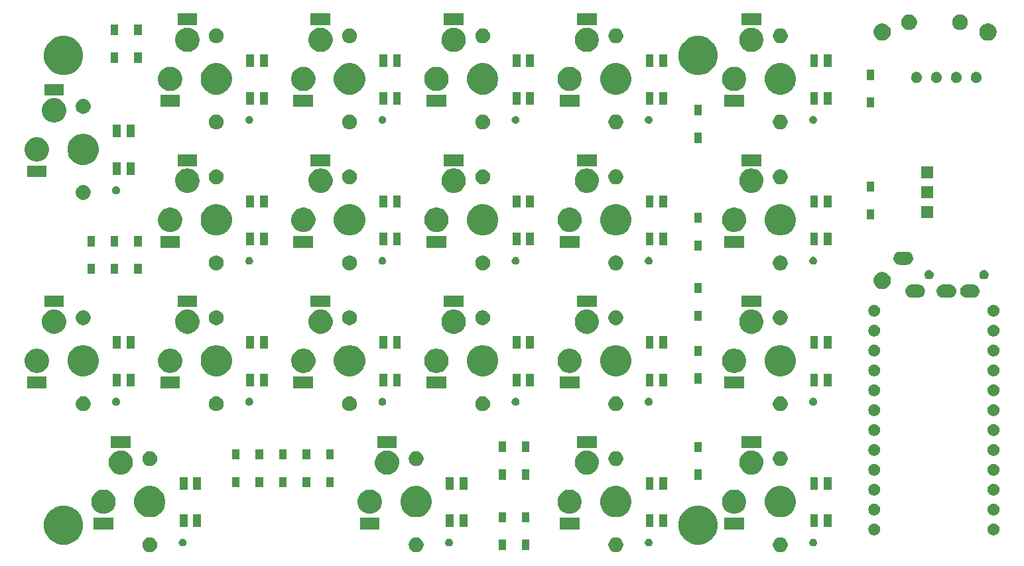
<source format=gbs>
G04 #@! TF.GenerationSoftware,KiCad,Pcbnew,(5.1.5)-3*
G04 #@! TF.CreationDate,2021-03-06T01:32:49+09:00*
G04 #@! TF.ProjectId,Setta21,53657474-6132-4312-9e6b-696361645f70,rev?*
G04 #@! TF.SameCoordinates,Original*
G04 #@! TF.FileFunction,Soldermask,Bot*
G04 #@! TF.FilePolarity,Negative*
%FSLAX46Y46*%
G04 Gerber Fmt 4.6, Leading zero omitted, Abs format (unit mm)*
G04 Created by KiCad (PCBNEW (5.1.5)-3) date 2021-03-06 01:32:49*
%MOMM*%
%LPD*%
G04 APERTURE LIST*
%ADD10C,0.100000*%
G04 APERTURE END LIST*
D10*
G36*
X114185336Y-125568254D02*
G01*
X114277105Y-125586508D01*
X114449994Y-125658121D01*
X114605590Y-125762087D01*
X114737913Y-125894410D01*
X114841879Y-126050006D01*
X114910417Y-126215472D01*
X114913492Y-126222896D01*
X114949502Y-126403926D01*
X114950000Y-126406433D01*
X114950000Y-126593567D01*
X114913492Y-126777105D01*
X114841879Y-126949994D01*
X114737913Y-127105590D01*
X114605590Y-127237913D01*
X114449994Y-127341879D01*
X114277105Y-127413492D01*
X114185336Y-127431746D01*
X114093568Y-127450000D01*
X113906432Y-127450000D01*
X113814664Y-127431746D01*
X113722895Y-127413492D01*
X113550006Y-127341879D01*
X113394410Y-127237913D01*
X113262087Y-127105590D01*
X113158121Y-126949994D01*
X113086508Y-126777105D01*
X113050000Y-126593567D01*
X113050000Y-126406433D01*
X113050499Y-126403926D01*
X113086508Y-126222896D01*
X113089583Y-126215472D01*
X113158121Y-126050006D01*
X113262087Y-125894410D01*
X113394410Y-125762087D01*
X113550006Y-125658121D01*
X113722895Y-125586508D01*
X113814664Y-125568254D01*
X113906432Y-125550000D01*
X114093568Y-125550000D01*
X114185336Y-125568254D01*
G37*
G36*
X139685336Y-125568254D02*
G01*
X139777105Y-125586508D01*
X139949994Y-125658121D01*
X140105590Y-125762087D01*
X140237913Y-125894410D01*
X140341879Y-126050006D01*
X140410417Y-126215472D01*
X140413492Y-126222896D01*
X140449502Y-126403926D01*
X140450000Y-126406433D01*
X140450000Y-126593567D01*
X140413492Y-126777105D01*
X140341879Y-126949994D01*
X140237913Y-127105590D01*
X140105590Y-127237913D01*
X139949994Y-127341879D01*
X139777105Y-127413492D01*
X139685336Y-127431746D01*
X139593568Y-127450000D01*
X139406432Y-127450000D01*
X139314664Y-127431746D01*
X139222895Y-127413492D01*
X139050006Y-127341879D01*
X138894410Y-127237913D01*
X138762087Y-127105590D01*
X138658121Y-126949994D01*
X138586508Y-126777105D01*
X138550000Y-126593567D01*
X138550000Y-126406433D01*
X138550499Y-126403926D01*
X138586508Y-126222896D01*
X138589583Y-126215472D01*
X138658121Y-126050006D01*
X138762087Y-125894410D01*
X138894410Y-125762087D01*
X139050006Y-125658121D01*
X139222895Y-125586508D01*
X139314664Y-125568254D01*
X139406432Y-125550000D01*
X139593568Y-125550000D01*
X139685336Y-125568254D01*
G37*
G36*
X160685336Y-125568254D02*
G01*
X160777105Y-125586508D01*
X160949994Y-125658121D01*
X161105590Y-125762087D01*
X161237913Y-125894410D01*
X161341879Y-126050006D01*
X161410417Y-126215472D01*
X161413492Y-126222896D01*
X161449502Y-126403926D01*
X161450000Y-126406433D01*
X161450000Y-126593567D01*
X161413492Y-126777105D01*
X161341879Y-126949994D01*
X161237913Y-127105590D01*
X161105590Y-127237913D01*
X160949994Y-127341879D01*
X160777105Y-127413492D01*
X160685336Y-127431746D01*
X160593568Y-127450000D01*
X160406432Y-127450000D01*
X160314664Y-127431746D01*
X160222895Y-127413492D01*
X160050006Y-127341879D01*
X159894410Y-127237913D01*
X159762087Y-127105590D01*
X159658121Y-126949994D01*
X159586508Y-126777105D01*
X159550000Y-126593567D01*
X159550000Y-126406433D01*
X159550499Y-126403926D01*
X159586508Y-126222896D01*
X159589583Y-126215472D01*
X159658121Y-126050006D01*
X159762087Y-125894410D01*
X159894410Y-125762087D01*
X160050006Y-125658121D01*
X160222895Y-125586508D01*
X160314664Y-125568254D01*
X160406432Y-125550000D01*
X160593568Y-125550000D01*
X160685336Y-125568254D01*
G37*
G36*
X80185336Y-125568254D02*
G01*
X80277105Y-125586508D01*
X80449994Y-125658121D01*
X80605590Y-125762087D01*
X80737913Y-125894410D01*
X80841879Y-126050006D01*
X80910417Y-126215472D01*
X80913492Y-126222896D01*
X80949502Y-126403926D01*
X80950000Y-126406433D01*
X80950000Y-126593567D01*
X80913492Y-126777105D01*
X80841879Y-126949994D01*
X80737913Y-127105590D01*
X80605590Y-127237913D01*
X80449994Y-127341879D01*
X80277105Y-127413492D01*
X80185336Y-127431746D01*
X80093568Y-127450000D01*
X79906432Y-127450000D01*
X79814664Y-127431746D01*
X79722895Y-127413492D01*
X79550006Y-127341879D01*
X79394410Y-127237913D01*
X79262087Y-127105590D01*
X79158121Y-126949994D01*
X79086508Y-126777105D01*
X79050000Y-126593567D01*
X79050000Y-126406433D01*
X79050499Y-126403926D01*
X79086508Y-126222896D01*
X79089583Y-126215472D01*
X79158121Y-126050006D01*
X79262087Y-125894410D01*
X79394410Y-125762087D01*
X79550006Y-125658121D01*
X79722895Y-125586508D01*
X79814664Y-125568254D01*
X79906432Y-125550000D01*
X80093568Y-125550000D01*
X80185336Y-125568254D01*
G37*
G36*
X128475000Y-127175000D02*
G01*
X127525000Y-127175000D01*
X127525000Y-125875000D01*
X128475000Y-125875000D01*
X128475000Y-127175000D01*
G37*
G36*
X125475000Y-127175000D02*
G01*
X124525000Y-127175000D01*
X124525000Y-125875000D01*
X125475000Y-125875000D01*
X125475000Y-127175000D01*
G37*
G36*
X118345843Y-125739214D02*
G01*
X118345846Y-125739215D01*
X118345845Y-125739215D01*
X118436839Y-125776906D01*
X118478063Y-125804451D01*
X118518730Y-125831624D01*
X118588376Y-125901270D01*
X118643095Y-125983163D01*
X118680786Y-126074157D01*
X118700000Y-126170753D01*
X118700000Y-126269247D01*
X118680786Y-126365843D01*
X118680785Y-126365845D01*
X118643094Y-126456839D01*
X118588375Y-126538731D01*
X118518731Y-126608375D01*
X118436839Y-126663094D01*
X118436838Y-126663095D01*
X118436837Y-126663095D01*
X118345843Y-126700786D01*
X118249247Y-126720000D01*
X118150753Y-126720000D01*
X118054157Y-126700786D01*
X117963163Y-126663095D01*
X117963162Y-126663095D01*
X117963161Y-126663094D01*
X117881269Y-126608375D01*
X117811625Y-126538731D01*
X117756906Y-126456839D01*
X117719215Y-126365845D01*
X117719214Y-126365843D01*
X117700000Y-126269247D01*
X117700000Y-126170753D01*
X117719214Y-126074157D01*
X117756905Y-125983163D01*
X117811624Y-125901270D01*
X117881270Y-125831624D01*
X117921937Y-125804451D01*
X117963161Y-125776906D01*
X118054155Y-125739215D01*
X118054154Y-125739215D01*
X118054157Y-125739214D01*
X118150753Y-125720000D01*
X118249247Y-125720000D01*
X118345843Y-125739214D01*
G37*
G36*
X164845843Y-125739214D02*
G01*
X164845846Y-125739215D01*
X164845845Y-125739215D01*
X164936839Y-125776906D01*
X164978063Y-125804451D01*
X165018730Y-125831624D01*
X165088376Y-125901270D01*
X165143095Y-125983163D01*
X165180786Y-126074157D01*
X165200000Y-126170753D01*
X165200000Y-126269247D01*
X165180786Y-126365843D01*
X165180785Y-126365845D01*
X165143094Y-126456839D01*
X165088375Y-126538731D01*
X165018731Y-126608375D01*
X164936839Y-126663094D01*
X164936838Y-126663095D01*
X164936837Y-126663095D01*
X164845843Y-126700786D01*
X164749247Y-126720000D01*
X164650753Y-126720000D01*
X164554157Y-126700786D01*
X164463163Y-126663095D01*
X164463162Y-126663095D01*
X164463161Y-126663094D01*
X164381269Y-126608375D01*
X164311625Y-126538731D01*
X164256906Y-126456839D01*
X164219215Y-126365845D01*
X164219214Y-126365843D01*
X164200000Y-126269247D01*
X164200000Y-126170753D01*
X164219214Y-126074157D01*
X164256905Y-125983163D01*
X164311624Y-125901270D01*
X164381270Y-125831624D01*
X164421937Y-125804451D01*
X164463161Y-125776906D01*
X164554155Y-125739215D01*
X164554154Y-125739215D01*
X164554157Y-125739214D01*
X164650753Y-125720000D01*
X164749247Y-125720000D01*
X164845843Y-125739214D01*
G37*
G36*
X84345843Y-125739214D02*
G01*
X84345846Y-125739215D01*
X84345845Y-125739215D01*
X84436839Y-125776906D01*
X84478063Y-125804451D01*
X84518730Y-125831624D01*
X84588376Y-125901270D01*
X84643095Y-125983163D01*
X84680786Y-126074157D01*
X84700000Y-126170753D01*
X84700000Y-126269247D01*
X84680786Y-126365843D01*
X84680785Y-126365845D01*
X84643094Y-126456839D01*
X84588375Y-126538731D01*
X84518731Y-126608375D01*
X84436839Y-126663094D01*
X84436838Y-126663095D01*
X84436837Y-126663095D01*
X84345843Y-126700786D01*
X84249247Y-126720000D01*
X84150753Y-126720000D01*
X84054157Y-126700786D01*
X83963163Y-126663095D01*
X83963162Y-126663095D01*
X83963161Y-126663094D01*
X83881269Y-126608375D01*
X83811625Y-126538731D01*
X83756906Y-126456839D01*
X83719215Y-126365845D01*
X83719214Y-126365843D01*
X83700000Y-126269247D01*
X83700000Y-126170753D01*
X83719214Y-126074157D01*
X83756905Y-125983163D01*
X83811624Y-125901270D01*
X83881270Y-125831624D01*
X83921937Y-125804451D01*
X83963161Y-125776906D01*
X84054155Y-125739215D01*
X84054154Y-125739215D01*
X84054157Y-125739214D01*
X84150753Y-125720000D01*
X84249247Y-125720000D01*
X84345843Y-125739214D01*
G37*
G36*
X143845843Y-125739214D02*
G01*
X143845846Y-125739215D01*
X143845845Y-125739215D01*
X143936839Y-125776906D01*
X143978063Y-125804451D01*
X144018730Y-125831624D01*
X144088376Y-125901270D01*
X144143095Y-125983163D01*
X144180786Y-126074157D01*
X144200000Y-126170753D01*
X144200000Y-126269247D01*
X144180786Y-126365843D01*
X144180785Y-126365845D01*
X144143094Y-126456839D01*
X144088375Y-126538731D01*
X144018731Y-126608375D01*
X143936839Y-126663094D01*
X143936838Y-126663095D01*
X143936837Y-126663095D01*
X143845843Y-126700786D01*
X143749247Y-126720000D01*
X143650753Y-126720000D01*
X143554157Y-126700786D01*
X143463163Y-126663095D01*
X143463162Y-126663095D01*
X143463161Y-126663094D01*
X143381269Y-126608375D01*
X143311625Y-126538731D01*
X143256906Y-126456839D01*
X143219215Y-126365845D01*
X143219214Y-126365843D01*
X143200000Y-126269247D01*
X143200000Y-126170753D01*
X143219214Y-126074157D01*
X143256905Y-125983163D01*
X143311624Y-125901270D01*
X143381270Y-125831624D01*
X143421937Y-125804451D01*
X143463161Y-125776906D01*
X143554155Y-125739215D01*
X143554154Y-125739215D01*
X143554157Y-125739214D01*
X143650753Y-125720000D01*
X143749247Y-125720000D01*
X143845843Y-125739214D01*
G37*
G36*
X150729222Y-121596073D02*
G01*
X151138819Y-121765734D01*
X151184194Y-121784529D01*
X151376386Y-121912948D01*
X151593656Y-122058123D01*
X151941877Y-122406344D01*
X151986914Y-122473747D01*
X152186453Y-122772377D01*
X152215472Y-122815808D01*
X152403927Y-123270778D01*
X152500000Y-123753770D01*
X152500000Y-124246230D01*
X152403927Y-124729222D01*
X152242109Y-125119884D01*
X152215471Y-125184194D01*
X151941876Y-125593657D01*
X151593657Y-125941876D01*
X151184194Y-126215471D01*
X151184193Y-126215472D01*
X151184192Y-126215472D01*
X150729222Y-126403927D01*
X150246230Y-126500000D01*
X149753770Y-126500000D01*
X149270778Y-126403927D01*
X148815808Y-126215472D01*
X148815807Y-126215472D01*
X148815806Y-126215471D01*
X148406343Y-125941876D01*
X148058124Y-125593657D01*
X147784529Y-125184194D01*
X147757891Y-125119884D01*
X147596073Y-124729222D01*
X147500000Y-124246230D01*
X147500000Y-123753770D01*
X147596073Y-123270778D01*
X147784528Y-122815808D01*
X147813548Y-122772377D01*
X148013086Y-122473747D01*
X148058123Y-122406344D01*
X148406344Y-122058123D01*
X148623614Y-121912948D01*
X148815806Y-121784529D01*
X148861181Y-121765734D01*
X149270778Y-121596073D01*
X149753770Y-121500000D01*
X150246230Y-121500000D01*
X150729222Y-121596073D01*
G37*
G36*
X69729222Y-121596073D02*
G01*
X70138819Y-121765734D01*
X70184194Y-121784529D01*
X70376386Y-121912948D01*
X70593656Y-122058123D01*
X70941877Y-122406344D01*
X70986914Y-122473747D01*
X71186453Y-122772377D01*
X71215472Y-122815808D01*
X71403927Y-123270778D01*
X71500000Y-123753770D01*
X71500000Y-124246230D01*
X71403927Y-124729222D01*
X71242109Y-125119884D01*
X71215471Y-125184194D01*
X70941876Y-125593657D01*
X70593657Y-125941876D01*
X70184194Y-126215471D01*
X70184193Y-126215472D01*
X70184192Y-126215472D01*
X69729222Y-126403927D01*
X69246230Y-126500000D01*
X68753770Y-126500000D01*
X68270778Y-126403927D01*
X67815808Y-126215472D01*
X67815807Y-126215472D01*
X67815806Y-126215471D01*
X67406343Y-125941876D01*
X67058124Y-125593657D01*
X66784529Y-125184194D01*
X66757891Y-125119884D01*
X66596073Y-124729222D01*
X66500000Y-124246230D01*
X66500000Y-123753770D01*
X66596073Y-123270778D01*
X66784528Y-122815808D01*
X66813548Y-122772377D01*
X67013086Y-122473747D01*
X67058123Y-122406344D01*
X67406344Y-122058123D01*
X67623614Y-121912948D01*
X67815806Y-121784529D01*
X67861181Y-121765734D01*
X68270778Y-121596073D01*
X68753770Y-121500000D01*
X69246230Y-121500000D01*
X69729222Y-121596073D01*
G37*
G36*
X187886795Y-123785522D02*
G01*
X187935867Y-123795283D01*
X188074542Y-123852724D01*
X188199347Y-123936116D01*
X188305484Y-124042253D01*
X188388876Y-124167058D01*
X188446317Y-124305733D01*
X188475600Y-124452950D01*
X188475600Y-124603050D01*
X188446317Y-124750267D01*
X188388876Y-124888942D01*
X188305484Y-125013747D01*
X188199347Y-125119884D01*
X188074542Y-125203276D01*
X187935867Y-125260717D01*
X187886795Y-125270478D01*
X187788652Y-125290000D01*
X187638548Y-125290000D01*
X187540405Y-125270478D01*
X187491333Y-125260717D01*
X187352658Y-125203276D01*
X187227853Y-125119884D01*
X187121716Y-125013747D01*
X187038324Y-124888942D01*
X186980883Y-124750267D01*
X186951600Y-124603050D01*
X186951600Y-124452950D01*
X186980883Y-124305733D01*
X187038324Y-124167058D01*
X187121716Y-124042253D01*
X187227853Y-123936116D01*
X187352658Y-123852724D01*
X187491333Y-123795283D01*
X187540405Y-123785522D01*
X187638548Y-123766000D01*
X187788652Y-123766000D01*
X187886795Y-123785522D01*
G37*
G36*
X172666795Y-123785522D02*
G01*
X172715867Y-123795283D01*
X172854542Y-123852724D01*
X172979347Y-123936116D01*
X173085484Y-124042253D01*
X173168876Y-124167058D01*
X173226317Y-124305733D01*
X173255600Y-124452950D01*
X173255600Y-124603050D01*
X173226317Y-124750267D01*
X173168876Y-124888942D01*
X173085484Y-125013747D01*
X172979347Y-125119884D01*
X172854542Y-125203276D01*
X172715867Y-125260717D01*
X172666795Y-125270478D01*
X172568652Y-125290000D01*
X172418548Y-125290000D01*
X172320405Y-125270478D01*
X172271333Y-125260717D01*
X172132658Y-125203276D01*
X172007853Y-125119884D01*
X171901716Y-125013747D01*
X171818324Y-124888942D01*
X171760883Y-124750267D01*
X171731600Y-124603050D01*
X171731600Y-124452950D01*
X171760883Y-124305733D01*
X171818324Y-124167058D01*
X171901716Y-124042253D01*
X172007853Y-123936116D01*
X172132658Y-123852724D01*
X172271333Y-123795283D01*
X172320405Y-123785522D01*
X172418548Y-123766000D01*
X172568652Y-123766000D01*
X172666795Y-123785522D01*
G37*
G36*
X75350000Y-124550000D02*
G01*
X72850000Y-124550000D01*
X72850000Y-123050000D01*
X75350000Y-123050000D01*
X75350000Y-124550000D01*
G37*
G36*
X155850000Y-124550000D02*
G01*
X153350000Y-124550000D01*
X153350000Y-123050000D01*
X155850000Y-123050000D01*
X155850000Y-124550000D01*
G37*
G36*
X134850000Y-124550000D02*
G01*
X132350000Y-124550000D01*
X132350000Y-123050000D01*
X134850000Y-123050000D01*
X134850000Y-124550000D01*
G37*
G36*
X109350000Y-124550000D02*
G01*
X106850000Y-124550000D01*
X106850000Y-123050000D01*
X109350000Y-123050000D01*
X109350000Y-124550000D01*
G37*
G36*
X84815000Y-124260000D02*
G01*
X83815000Y-124260000D01*
X83815000Y-122660000D01*
X84815000Y-122660000D01*
X84815000Y-124260000D01*
G37*
G36*
X120565000Y-124260000D02*
G01*
X119565000Y-124260000D01*
X119565000Y-122660000D01*
X120565000Y-122660000D01*
X120565000Y-124260000D01*
G37*
G36*
X86565000Y-124260000D02*
G01*
X85565000Y-124260000D01*
X85565000Y-122660000D01*
X86565000Y-122660000D01*
X86565000Y-124260000D01*
G37*
G36*
X167065000Y-124260000D02*
G01*
X166065000Y-124260000D01*
X166065000Y-122660000D01*
X167065000Y-122660000D01*
X167065000Y-124260000D01*
G37*
G36*
X146065000Y-124260000D02*
G01*
X145065000Y-124260000D01*
X145065000Y-122660000D01*
X146065000Y-122660000D01*
X146065000Y-124260000D01*
G37*
G36*
X118815000Y-124260000D02*
G01*
X117815000Y-124260000D01*
X117815000Y-122660000D01*
X118815000Y-122660000D01*
X118815000Y-124260000D01*
G37*
G36*
X144315000Y-124260000D02*
G01*
X143315000Y-124260000D01*
X143315000Y-122660000D01*
X144315000Y-122660000D01*
X144315000Y-124260000D01*
G37*
G36*
X165315000Y-124260000D02*
G01*
X164315000Y-124260000D01*
X164315000Y-122660000D01*
X165315000Y-122660000D01*
X165315000Y-124260000D01*
G37*
G36*
X128475000Y-123625000D02*
G01*
X127525000Y-123625000D01*
X127525000Y-122325000D01*
X128475000Y-122325000D01*
X128475000Y-123625000D01*
G37*
G36*
X125475000Y-123625000D02*
G01*
X124525000Y-123625000D01*
X124525000Y-122325000D01*
X125475000Y-122325000D01*
X125475000Y-123625000D01*
G37*
G36*
X140083377Y-119076858D02*
G01*
X140442795Y-119225734D01*
X140447355Y-119227623D01*
X140612251Y-119337803D01*
X140774925Y-119446498D01*
X141053502Y-119725075D01*
X141272378Y-120052647D01*
X141423142Y-120416623D01*
X141500000Y-120803016D01*
X141500000Y-121196984D01*
X141423142Y-121583377D01*
X141347607Y-121765734D01*
X141272377Y-121947355D01*
X141195072Y-122063050D01*
X141096706Y-122210266D01*
X141053501Y-122274926D01*
X140774926Y-122553501D01*
X140447355Y-122772377D01*
X140447354Y-122772378D01*
X140447353Y-122772378D01*
X140083377Y-122923142D01*
X139696984Y-123000000D01*
X139303016Y-123000000D01*
X138916623Y-122923142D01*
X138552647Y-122772378D01*
X138552646Y-122772378D01*
X138552645Y-122772377D01*
X138225074Y-122553501D01*
X137946499Y-122274926D01*
X137903295Y-122210266D01*
X137804928Y-122063050D01*
X137727623Y-121947355D01*
X137652393Y-121765734D01*
X137576858Y-121583377D01*
X137500000Y-121196984D01*
X137500000Y-120803016D01*
X137576858Y-120416623D01*
X137727622Y-120052647D01*
X137946498Y-119725075D01*
X138225075Y-119446498D01*
X138387749Y-119337803D01*
X138552645Y-119227623D01*
X138557205Y-119225734D01*
X138916623Y-119076858D01*
X139303016Y-119000000D01*
X139696984Y-119000000D01*
X140083377Y-119076858D01*
G37*
G36*
X161083377Y-119076858D02*
G01*
X161442795Y-119225734D01*
X161447355Y-119227623D01*
X161612251Y-119337803D01*
X161774925Y-119446498D01*
X162053502Y-119725075D01*
X162272378Y-120052647D01*
X162423142Y-120416623D01*
X162500000Y-120803016D01*
X162500000Y-121196984D01*
X162423142Y-121583377D01*
X162347607Y-121765734D01*
X162272377Y-121947355D01*
X162195072Y-122063050D01*
X162096706Y-122210266D01*
X162053501Y-122274926D01*
X161774926Y-122553501D01*
X161447355Y-122772377D01*
X161447354Y-122772378D01*
X161447353Y-122772378D01*
X161083377Y-122923142D01*
X160696984Y-123000000D01*
X160303016Y-123000000D01*
X159916623Y-122923142D01*
X159552647Y-122772378D01*
X159552646Y-122772378D01*
X159552645Y-122772377D01*
X159225074Y-122553501D01*
X158946499Y-122274926D01*
X158903295Y-122210266D01*
X158804928Y-122063050D01*
X158727623Y-121947355D01*
X158652393Y-121765734D01*
X158576858Y-121583377D01*
X158500000Y-121196984D01*
X158500000Y-120803016D01*
X158576858Y-120416623D01*
X158727622Y-120052647D01*
X158946498Y-119725075D01*
X159225075Y-119446498D01*
X159387749Y-119337803D01*
X159552645Y-119227623D01*
X159557205Y-119225734D01*
X159916623Y-119076858D01*
X160303016Y-119000000D01*
X160696984Y-119000000D01*
X161083377Y-119076858D01*
G37*
G36*
X114583377Y-119076858D02*
G01*
X114942795Y-119225734D01*
X114947355Y-119227623D01*
X115112251Y-119337803D01*
X115274925Y-119446498D01*
X115553502Y-119725075D01*
X115772378Y-120052647D01*
X115923142Y-120416623D01*
X116000000Y-120803016D01*
X116000000Y-121196984D01*
X115923142Y-121583377D01*
X115847607Y-121765734D01*
X115772377Y-121947355D01*
X115695072Y-122063050D01*
X115596706Y-122210266D01*
X115553501Y-122274926D01*
X115274926Y-122553501D01*
X114947355Y-122772377D01*
X114947354Y-122772378D01*
X114947353Y-122772378D01*
X114583377Y-122923142D01*
X114196984Y-123000000D01*
X113803016Y-123000000D01*
X113416623Y-122923142D01*
X113052647Y-122772378D01*
X113052646Y-122772378D01*
X113052645Y-122772377D01*
X112725074Y-122553501D01*
X112446499Y-122274926D01*
X112403295Y-122210266D01*
X112304928Y-122063050D01*
X112227623Y-121947355D01*
X112152393Y-121765734D01*
X112076858Y-121583377D01*
X112000000Y-121196984D01*
X112000000Y-120803016D01*
X112076858Y-120416623D01*
X112227622Y-120052647D01*
X112446498Y-119725075D01*
X112725075Y-119446498D01*
X112887749Y-119337803D01*
X113052645Y-119227623D01*
X113057205Y-119225734D01*
X113416623Y-119076858D01*
X113803016Y-119000000D01*
X114196984Y-119000000D01*
X114583377Y-119076858D01*
G37*
G36*
X80583377Y-119076858D02*
G01*
X80942795Y-119225734D01*
X80947355Y-119227623D01*
X81112251Y-119337803D01*
X81274925Y-119446498D01*
X81553502Y-119725075D01*
X81772378Y-120052647D01*
X81923142Y-120416623D01*
X82000000Y-120803016D01*
X82000000Y-121196984D01*
X81923142Y-121583377D01*
X81847607Y-121765734D01*
X81772377Y-121947355D01*
X81695072Y-122063050D01*
X81596706Y-122210266D01*
X81553501Y-122274926D01*
X81274926Y-122553501D01*
X80947355Y-122772377D01*
X80947354Y-122772378D01*
X80947353Y-122772378D01*
X80583377Y-122923142D01*
X80196984Y-123000000D01*
X79803016Y-123000000D01*
X79416623Y-122923142D01*
X79052647Y-122772378D01*
X79052646Y-122772378D01*
X79052645Y-122772377D01*
X78725074Y-122553501D01*
X78446499Y-122274926D01*
X78403295Y-122210266D01*
X78304928Y-122063050D01*
X78227623Y-121947355D01*
X78152393Y-121765734D01*
X78076858Y-121583377D01*
X78000000Y-121196984D01*
X78000000Y-120803016D01*
X78076858Y-120416623D01*
X78227622Y-120052647D01*
X78446498Y-119725075D01*
X78725075Y-119446498D01*
X78887749Y-119337803D01*
X79052645Y-119227623D01*
X79057205Y-119225734D01*
X79416623Y-119076858D01*
X79803016Y-119000000D01*
X80196984Y-119000000D01*
X80583377Y-119076858D01*
G37*
G36*
X172666795Y-121245522D02*
G01*
X172715867Y-121255283D01*
X172854542Y-121312724D01*
X172979347Y-121396116D01*
X173085484Y-121502253D01*
X173168876Y-121627058D01*
X173226317Y-121765733D01*
X173255600Y-121912950D01*
X173255600Y-122063050D01*
X173226317Y-122210267D01*
X173168876Y-122348942D01*
X173085484Y-122473747D01*
X172979347Y-122579884D01*
X172854542Y-122663276D01*
X172715867Y-122720717D01*
X172666795Y-122730478D01*
X172568652Y-122750000D01*
X172418548Y-122750000D01*
X172320405Y-122730478D01*
X172271333Y-122720717D01*
X172132658Y-122663276D01*
X172007853Y-122579884D01*
X171901716Y-122473747D01*
X171818324Y-122348942D01*
X171760883Y-122210267D01*
X171731600Y-122063050D01*
X171731600Y-121912950D01*
X171760883Y-121765733D01*
X171818324Y-121627058D01*
X171901716Y-121502253D01*
X172007853Y-121396116D01*
X172132658Y-121312724D01*
X172271333Y-121255283D01*
X172320405Y-121245522D01*
X172418548Y-121226000D01*
X172568652Y-121226000D01*
X172666795Y-121245522D01*
G37*
G36*
X187886795Y-121245522D02*
G01*
X187935867Y-121255283D01*
X188074542Y-121312724D01*
X188199347Y-121396116D01*
X188305484Y-121502253D01*
X188388876Y-121627058D01*
X188446317Y-121765733D01*
X188475600Y-121912950D01*
X188475600Y-122063050D01*
X188446317Y-122210267D01*
X188388876Y-122348942D01*
X188305484Y-122473747D01*
X188199347Y-122579884D01*
X188074542Y-122663276D01*
X187935867Y-122720717D01*
X187886795Y-122730478D01*
X187788652Y-122750000D01*
X187638548Y-122750000D01*
X187540405Y-122730478D01*
X187491333Y-122720717D01*
X187352658Y-122663276D01*
X187227853Y-122579884D01*
X187121716Y-122473747D01*
X187038324Y-122348942D01*
X186980883Y-122210267D01*
X186951600Y-122063050D01*
X186951600Y-121912950D01*
X186980883Y-121765733D01*
X187038324Y-121627058D01*
X187121716Y-121502253D01*
X187227853Y-121396116D01*
X187352658Y-121312724D01*
X187491333Y-121255283D01*
X187540405Y-121245522D01*
X187638548Y-121226000D01*
X187788652Y-121226000D01*
X187886795Y-121245522D01*
G37*
G36*
X154802936Y-119460000D02*
G01*
X155052118Y-119509565D01*
X155084673Y-119523050D01*
X155334199Y-119626407D01*
X155334200Y-119626408D01*
X155588068Y-119796036D01*
X155803964Y-120011932D01*
X155878361Y-120123276D01*
X155973593Y-120265801D01*
X156090435Y-120547883D01*
X156150000Y-120847337D01*
X156150000Y-121152663D01*
X156090435Y-121452117D01*
X155973593Y-121734199D01*
X155917306Y-121818439D01*
X155803964Y-121988068D01*
X155588068Y-122203964D01*
X155481865Y-122274926D01*
X155334199Y-122373593D01*
X155168960Y-122442037D01*
X155052118Y-122490435D01*
X154902390Y-122520217D01*
X154752663Y-122550000D01*
X154447337Y-122550000D01*
X154297610Y-122520217D01*
X154147882Y-122490435D01*
X154031040Y-122442037D01*
X153865801Y-122373593D01*
X153718135Y-122274926D01*
X153611932Y-122203964D01*
X153396036Y-121988068D01*
X153282694Y-121818439D01*
X153226407Y-121734199D01*
X153109565Y-121452117D01*
X153050000Y-121152663D01*
X153050000Y-120847337D01*
X153109565Y-120547883D01*
X153226407Y-120265801D01*
X153321639Y-120123276D01*
X153396036Y-120011932D01*
X153611932Y-119796036D01*
X153865800Y-119626408D01*
X153865801Y-119626407D01*
X154115327Y-119523050D01*
X154147882Y-119509565D01*
X154397064Y-119460000D01*
X154447337Y-119450000D01*
X154752663Y-119450000D01*
X154802936Y-119460000D01*
G37*
G36*
X108302936Y-119460000D02*
G01*
X108552118Y-119509565D01*
X108584673Y-119523050D01*
X108834199Y-119626407D01*
X108834200Y-119626408D01*
X109088068Y-119796036D01*
X109303964Y-120011932D01*
X109378361Y-120123276D01*
X109473593Y-120265801D01*
X109590435Y-120547883D01*
X109650000Y-120847337D01*
X109650000Y-121152663D01*
X109590435Y-121452117D01*
X109473593Y-121734199D01*
X109417306Y-121818439D01*
X109303964Y-121988068D01*
X109088068Y-122203964D01*
X108981865Y-122274926D01*
X108834199Y-122373593D01*
X108668960Y-122442037D01*
X108552118Y-122490435D01*
X108402390Y-122520217D01*
X108252663Y-122550000D01*
X107947337Y-122550000D01*
X107797610Y-122520217D01*
X107647882Y-122490435D01*
X107531040Y-122442037D01*
X107365801Y-122373593D01*
X107218135Y-122274926D01*
X107111932Y-122203964D01*
X106896036Y-121988068D01*
X106782694Y-121818439D01*
X106726407Y-121734199D01*
X106609565Y-121452117D01*
X106550000Y-121152663D01*
X106550000Y-120847337D01*
X106609565Y-120547883D01*
X106726407Y-120265801D01*
X106821639Y-120123276D01*
X106896036Y-120011932D01*
X107111932Y-119796036D01*
X107365800Y-119626408D01*
X107365801Y-119626407D01*
X107615327Y-119523050D01*
X107647882Y-119509565D01*
X107897064Y-119460000D01*
X107947337Y-119450000D01*
X108252663Y-119450000D01*
X108302936Y-119460000D01*
G37*
G36*
X74302936Y-119460000D02*
G01*
X74552118Y-119509565D01*
X74584673Y-119523050D01*
X74834199Y-119626407D01*
X74834200Y-119626408D01*
X75088068Y-119796036D01*
X75303964Y-120011932D01*
X75378361Y-120123276D01*
X75473593Y-120265801D01*
X75590435Y-120547883D01*
X75650000Y-120847337D01*
X75650000Y-121152663D01*
X75590435Y-121452117D01*
X75473593Y-121734199D01*
X75417306Y-121818439D01*
X75303964Y-121988068D01*
X75088068Y-122203964D01*
X74981865Y-122274926D01*
X74834199Y-122373593D01*
X74668960Y-122442037D01*
X74552118Y-122490435D01*
X74402390Y-122520217D01*
X74252663Y-122550000D01*
X73947337Y-122550000D01*
X73797610Y-122520217D01*
X73647882Y-122490435D01*
X73531040Y-122442037D01*
X73365801Y-122373593D01*
X73218135Y-122274926D01*
X73111932Y-122203964D01*
X72896036Y-121988068D01*
X72782694Y-121818439D01*
X72726407Y-121734199D01*
X72609565Y-121452117D01*
X72550000Y-121152663D01*
X72550000Y-120847337D01*
X72609565Y-120547883D01*
X72726407Y-120265801D01*
X72821639Y-120123276D01*
X72896036Y-120011932D01*
X73111932Y-119796036D01*
X73365800Y-119626408D01*
X73365801Y-119626407D01*
X73615327Y-119523050D01*
X73647882Y-119509565D01*
X73897064Y-119460000D01*
X73947337Y-119450000D01*
X74252663Y-119450000D01*
X74302936Y-119460000D01*
G37*
G36*
X133802936Y-119460000D02*
G01*
X134052118Y-119509565D01*
X134084673Y-119523050D01*
X134334199Y-119626407D01*
X134334200Y-119626408D01*
X134588068Y-119796036D01*
X134803964Y-120011932D01*
X134878361Y-120123276D01*
X134973593Y-120265801D01*
X135090435Y-120547883D01*
X135150000Y-120847337D01*
X135150000Y-121152663D01*
X135090435Y-121452117D01*
X134973593Y-121734199D01*
X134917306Y-121818439D01*
X134803964Y-121988068D01*
X134588068Y-122203964D01*
X134481865Y-122274926D01*
X134334199Y-122373593D01*
X134168960Y-122442037D01*
X134052118Y-122490435D01*
X133902390Y-122520217D01*
X133752663Y-122550000D01*
X133447337Y-122550000D01*
X133297610Y-122520217D01*
X133147882Y-122490435D01*
X133031040Y-122442037D01*
X132865801Y-122373593D01*
X132718135Y-122274926D01*
X132611932Y-122203964D01*
X132396036Y-121988068D01*
X132282694Y-121818439D01*
X132226407Y-121734199D01*
X132109565Y-121452117D01*
X132050000Y-121152663D01*
X132050000Y-120847337D01*
X132109565Y-120547883D01*
X132226407Y-120265801D01*
X132321639Y-120123276D01*
X132396036Y-120011932D01*
X132611932Y-119796036D01*
X132865800Y-119626408D01*
X132865801Y-119626407D01*
X133115327Y-119523050D01*
X133147882Y-119509565D01*
X133397064Y-119460000D01*
X133447337Y-119450000D01*
X133752663Y-119450000D01*
X133802936Y-119460000D01*
G37*
G36*
X187886795Y-118705522D02*
G01*
X187935867Y-118715283D01*
X188074542Y-118772724D01*
X188199347Y-118856116D01*
X188305484Y-118962253D01*
X188388876Y-119087058D01*
X188446317Y-119225733D01*
X188475600Y-119372950D01*
X188475600Y-119523050D01*
X188446317Y-119670267D01*
X188388876Y-119808942D01*
X188305484Y-119933747D01*
X188199347Y-120039884D01*
X188074542Y-120123276D01*
X187935867Y-120180717D01*
X187886795Y-120190478D01*
X187788652Y-120210000D01*
X187638548Y-120210000D01*
X187540405Y-120190478D01*
X187491333Y-120180717D01*
X187352658Y-120123276D01*
X187227853Y-120039884D01*
X187121716Y-119933747D01*
X187038324Y-119808942D01*
X186980883Y-119670267D01*
X186951600Y-119523050D01*
X186951600Y-119372950D01*
X186980883Y-119225733D01*
X187038324Y-119087058D01*
X187121716Y-118962253D01*
X187227853Y-118856116D01*
X187352658Y-118772724D01*
X187491333Y-118715283D01*
X187540405Y-118705522D01*
X187638548Y-118686000D01*
X187788652Y-118686000D01*
X187886795Y-118705522D01*
G37*
G36*
X172666795Y-118705522D02*
G01*
X172715867Y-118715283D01*
X172854542Y-118772724D01*
X172979347Y-118856116D01*
X173085484Y-118962253D01*
X173168876Y-119087058D01*
X173226317Y-119225733D01*
X173255600Y-119372950D01*
X173255600Y-119523050D01*
X173226317Y-119670267D01*
X173168876Y-119808942D01*
X173085484Y-119933747D01*
X172979347Y-120039884D01*
X172854542Y-120123276D01*
X172715867Y-120180717D01*
X172666795Y-120190478D01*
X172568652Y-120210000D01*
X172418548Y-120210000D01*
X172320405Y-120190478D01*
X172271333Y-120180717D01*
X172132658Y-120123276D01*
X172007853Y-120039884D01*
X171901716Y-119933747D01*
X171818324Y-119808942D01*
X171760883Y-119670267D01*
X171731600Y-119523050D01*
X171731600Y-119372950D01*
X171760883Y-119225733D01*
X171818324Y-119087058D01*
X171901716Y-118962253D01*
X172007853Y-118856116D01*
X172132658Y-118772724D01*
X172271333Y-118715283D01*
X172320405Y-118705522D01*
X172418548Y-118686000D01*
X172568652Y-118686000D01*
X172666795Y-118705522D01*
G37*
G36*
X167065000Y-119460000D02*
G01*
X166065000Y-119460000D01*
X166065000Y-117860000D01*
X167065000Y-117860000D01*
X167065000Y-119460000D01*
G37*
G36*
X165315000Y-119460000D02*
G01*
X164315000Y-119460000D01*
X164315000Y-117860000D01*
X165315000Y-117860000D01*
X165315000Y-119460000D01*
G37*
G36*
X146065000Y-119460000D02*
G01*
X145065000Y-119460000D01*
X145065000Y-117860000D01*
X146065000Y-117860000D01*
X146065000Y-119460000D01*
G37*
G36*
X84815000Y-119460000D02*
G01*
X83815000Y-119460000D01*
X83815000Y-117860000D01*
X84815000Y-117860000D01*
X84815000Y-119460000D01*
G37*
G36*
X120565000Y-119460000D02*
G01*
X119565000Y-119460000D01*
X119565000Y-117860000D01*
X120565000Y-117860000D01*
X120565000Y-119460000D01*
G37*
G36*
X118815000Y-119460000D02*
G01*
X117815000Y-119460000D01*
X117815000Y-117860000D01*
X118815000Y-117860000D01*
X118815000Y-119460000D01*
G37*
G36*
X86565000Y-119460000D02*
G01*
X85565000Y-119460000D01*
X85565000Y-117860000D01*
X86565000Y-117860000D01*
X86565000Y-119460000D01*
G37*
G36*
X144315000Y-119460000D02*
G01*
X143315000Y-119460000D01*
X143315000Y-117860000D01*
X144315000Y-117860000D01*
X144315000Y-119460000D01*
G37*
G36*
X97475000Y-119175000D02*
G01*
X96525000Y-119175000D01*
X96525000Y-117875000D01*
X97475000Y-117875000D01*
X97475000Y-119175000D01*
G37*
G36*
X103475000Y-119175000D02*
G01*
X102525000Y-119175000D01*
X102525000Y-117875000D01*
X103475000Y-117875000D01*
X103475000Y-119175000D01*
G37*
G36*
X100475000Y-119175000D02*
G01*
X99525000Y-119175000D01*
X99525000Y-117875000D01*
X100475000Y-117875000D01*
X100475000Y-119175000D01*
G37*
G36*
X91475000Y-119175000D02*
G01*
X90525000Y-119175000D01*
X90525000Y-117875000D01*
X91475000Y-117875000D01*
X91475000Y-119175000D01*
G37*
G36*
X94475000Y-119175000D02*
G01*
X93525000Y-119175000D01*
X93525000Y-117875000D01*
X94475000Y-117875000D01*
X94475000Y-119175000D01*
G37*
G36*
X150475000Y-118200000D02*
G01*
X149525000Y-118200000D01*
X149525000Y-116900000D01*
X150475000Y-116900000D01*
X150475000Y-118200000D01*
G37*
G36*
X125475000Y-118175000D02*
G01*
X124525000Y-118175000D01*
X124525000Y-116875000D01*
X125475000Y-116875000D01*
X125475000Y-118175000D01*
G37*
G36*
X128475000Y-118175000D02*
G01*
X127525000Y-118175000D01*
X127525000Y-116875000D01*
X128475000Y-116875000D01*
X128475000Y-118175000D01*
G37*
G36*
X172666795Y-116165522D02*
G01*
X172715867Y-116175283D01*
X172854542Y-116232724D01*
X172979347Y-116316116D01*
X173085484Y-116422253D01*
X173168876Y-116547058D01*
X173226317Y-116685733D01*
X173255600Y-116832950D01*
X173255600Y-116983050D01*
X173226317Y-117130267D01*
X173168876Y-117268942D01*
X173085484Y-117393747D01*
X172979347Y-117499884D01*
X172854542Y-117583276D01*
X172715867Y-117640717D01*
X172666795Y-117650478D01*
X172568652Y-117670000D01*
X172418548Y-117670000D01*
X172320405Y-117650478D01*
X172271333Y-117640717D01*
X172132658Y-117583276D01*
X172007853Y-117499884D01*
X171901716Y-117393747D01*
X171818324Y-117268942D01*
X171760883Y-117130267D01*
X171731600Y-116983050D01*
X171731600Y-116832950D01*
X171760883Y-116685733D01*
X171818324Y-116547058D01*
X171901716Y-116422253D01*
X172007853Y-116316116D01*
X172132658Y-116232724D01*
X172271333Y-116175283D01*
X172320405Y-116165522D01*
X172418548Y-116146000D01*
X172568652Y-116146000D01*
X172666795Y-116165522D01*
G37*
G36*
X187886795Y-116165522D02*
G01*
X187935867Y-116175283D01*
X188074542Y-116232724D01*
X188199347Y-116316116D01*
X188305484Y-116422253D01*
X188388876Y-116547058D01*
X188446317Y-116685733D01*
X188475600Y-116832950D01*
X188475600Y-116983050D01*
X188446317Y-117130267D01*
X188388876Y-117268942D01*
X188305484Y-117393747D01*
X188199347Y-117499884D01*
X188074542Y-117583276D01*
X187935867Y-117640717D01*
X187886795Y-117650478D01*
X187788652Y-117670000D01*
X187638548Y-117670000D01*
X187540405Y-117650478D01*
X187491333Y-117640717D01*
X187352658Y-117583276D01*
X187227853Y-117499884D01*
X187121716Y-117393747D01*
X187038324Y-117268942D01*
X186980883Y-117130267D01*
X186951600Y-116983050D01*
X186951600Y-116832950D01*
X186980883Y-116685733D01*
X187038324Y-116547058D01*
X187121716Y-116422253D01*
X187227853Y-116316116D01*
X187352658Y-116232724D01*
X187491333Y-116175283D01*
X187540405Y-116165522D01*
X187638548Y-116146000D01*
X187788652Y-116146000D01*
X187886795Y-116165522D01*
G37*
G36*
X157102390Y-114479783D02*
G01*
X157252118Y-114509565D01*
X157349736Y-114550000D01*
X157534199Y-114626407D01*
X157534200Y-114626408D01*
X157788068Y-114796036D01*
X158003964Y-115011932D01*
X158024907Y-115043276D01*
X158173593Y-115265801D01*
X158242037Y-115431040D01*
X158290435Y-115547882D01*
X158320217Y-115697610D01*
X158350000Y-115847337D01*
X158350000Y-116152663D01*
X158290435Y-116452117D01*
X158173593Y-116734199D01*
X158173592Y-116734200D01*
X158003964Y-116988068D01*
X157788068Y-117203964D01*
X157618439Y-117317306D01*
X157534199Y-117373593D01*
X157368960Y-117442037D01*
X157252118Y-117490435D01*
X157204614Y-117499884D01*
X156952663Y-117550000D01*
X156647337Y-117550000D01*
X156395386Y-117499884D01*
X156347882Y-117490435D01*
X156231040Y-117442037D01*
X156065801Y-117373593D01*
X155981561Y-117317306D01*
X155811932Y-117203964D01*
X155596036Y-116988068D01*
X155426408Y-116734200D01*
X155426407Y-116734199D01*
X155309565Y-116452117D01*
X155250000Y-116152663D01*
X155250000Y-115847337D01*
X155279783Y-115697610D01*
X155309565Y-115547882D01*
X155357963Y-115431040D01*
X155426407Y-115265801D01*
X155575093Y-115043276D01*
X155596036Y-115011932D01*
X155811932Y-114796036D01*
X156065800Y-114626408D01*
X156065801Y-114626407D01*
X156250264Y-114550000D01*
X156347882Y-114509565D01*
X156497610Y-114479783D01*
X156647337Y-114450000D01*
X156952663Y-114450000D01*
X157102390Y-114479783D01*
G37*
G36*
X76602390Y-114479783D02*
G01*
X76752118Y-114509565D01*
X76849736Y-114550000D01*
X77034199Y-114626407D01*
X77034200Y-114626408D01*
X77288068Y-114796036D01*
X77503964Y-115011932D01*
X77524907Y-115043276D01*
X77673593Y-115265801D01*
X77742037Y-115431040D01*
X77790435Y-115547882D01*
X77820218Y-115697610D01*
X77850000Y-115847337D01*
X77850000Y-116152663D01*
X77790435Y-116452117D01*
X77673593Y-116734199D01*
X77673592Y-116734200D01*
X77503964Y-116988068D01*
X77288068Y-117203964D01*
X77118439Y-117317306D01*
X77034199Y-117373593D01*
X76868960Y-117442037D01*
X76752118Y-117490435D01*
X76704614Y-117499884D01*
X76452663Y-117550000D01*
X76147337Y-117550000D01*
X75895386Y-117499884D01*
X75847882Y-117490435D01*
X75731040Y-117442037D01*
X75565801Y-117373593D01*
X75481561Y-117317306D01*
X75311932Y-117203964D01*
X75096036Y-116988068D01*
X74926408Y-116734200D01*
X74926407Y-116734199D01*
X74809565Y-116452117D01*
X74750000Y-116152663D01*
X74750000Y-115847337D01*
X74779783Y-115697610D01*
X74809565Y-115547882D01*
X74857963Y-115431040D01*
X74926407Y-115265801D01*
X75075093Y-115043276D01*
X75096036Y-115011932D01*
X75311932Y-114796036D01*
X75565800Y-114626408D01*
X75565801Y-114626407D01*
X75750264Y-114550000D01*
X75847882Y-114509565D01*
X75997610Y-114479783D01*
X76147337Y-114450000D01*
X76452663Y-114450000D01*
X76602390Y-114479783D01*
G37*
G36*
X136102390Y-114479783D02*
G01*
X136252118Y-114509565D01*
X136349736Y-114550000D01*
X136534199Y-114626407D01*
X136534200Y-114626408D01*
X136788068Y-114796036D01*
X137003964Y-115011932D01*
X137024907Y-115043276D01*
X137173593Y-115265801D01*
X137242037Y-115431040D01*
X137290435Y-115547882D01*
X137320217Y-115697610D01*
X137350000Y-115847337D01*
X137350000Y-116152663D01*
X137290435Y-116452117D01*
X137173593Y-116734199D01*
X137173592Y-116734200D01*
X137003964Y-116988068D01*
X136788068Y-117203964D01*
X136618439Y-117317306D01*
X136534199Y-117373593D01*
X136368960Y-117442037D01*
X136252118Y-117490435D01*
X136204614Y-117499884D01*
X135952663Y-117550000D01*
X135647337Y-117550000D01*
X135395386Y-117499884D01*
X135347882Y-117490435D01*
X135231040Y-117442037D01*
X135065801Y-117373593D01*
X134981561Y-117317306D01*
X134811932Y-117203964D01*
X134596036Y-116988068D01*
X134426408Y-116734200D01*
X134426407Y-116734199D01*
X134309565Y-116452117D01*
X134250000Y-116152663D01*
X134250000Y-115847337D01*
X134279783Y-115697610D01*
X134309565Y-115547882D01*
X134357963Y-115431040D01*
X134426407Y-115265801D01*
X134575093Y-115043276D01*
X134596036Y-115011932D01*
X134811932Y-114796036D01*
X135065800Y-114626408D01*
X135065801Y-114626407D01*
X135250264Y-114550000D01*
X135347882Y-114509565D01*
X135497610Y-114479783D01*
X135647337Y-114450000D01*
X135952663Y-114450000D01*
X136102390Y-114479783D01*
G37*
G36*
X110602390Y-114479783D02*
G01*
X110752118Y-114509565D01*
X110849736Y-114550000D01*
X111034199Y-114626407D01*
X111034200Y-114626408D01*
X111288068Y-114796036D01*
X111503964Y-115011932D01*
X111524907Y-115043276D01*
X111673593Y-115265801D01*
X111742037Y-115431040D01*
X111790435Y-115547882D01*
X111820217Y-115697610D01*
X111850000Y-115847337D01*
X111850000Y-116152663D01*
X111790435Y-116452117D01*
X111673593Y-116734199D01*
X111673592Y-116734200D01*
X111503964Y-116988068D01*
X111288068Y-117203964D01*
X111118439Y-117317306D01*
X111034199Y-117373593D01*
X110868960Y-117442037D01*
X110752118Y-117490435D01*
X110704614Y-117499884D01*
X110452663Y-117550000D01*
X110147337Y-117550000D01*
X109895386Y-117499884D01*
X109847882Y-117490435D01*
X109731040Y-117442037D01*
X109565801Y-117373593D01*
X109481561Y-117317306D01*
X109311932Y-117203964D01*
X109096036Y-116988068D01*
X108926408Y-116734200D01*
X108926407Y-116734199D01*
X108809565Y-116452117D01*
X108750000Y-116152663D01*
X108750000Y-115847337D01*
X108779783Y-115697610D01*
X108809565Y-115547882D01*
X108857963Y-115431040D01*
X108926407Y-115265801D01*
X109075093Y-115043276D01*
X109096036Y-115011932D01*
X109311932Y-114796036D01*
X109565800Y-114626408D01*
X109565801Y-114626407D01*
X109750264Y-114550000D01*
X109847882Y-114509565D01*
X109997610Y-114479783D01*
X110147337Y-114450000D01*
X110452663Y-114450000D01*
X110602390Y-114479783D01*
G37*
G36*
X160685336Y-114568254D02*
G01*
X160777105Y-114586508D01*
X160949994Y-114658121D01*
X161105590Y-114762087D01*
X161237913Y-114894410D01*
X161341879Y-115050006D01*
X161413492Y-115222895D01*
X161450000Y-115406433D01*
X161450000Y-115593567D01*
X161413492Y-115777105D01*
X161341879Y-115949994D01*
X161237913Y-116105590D01*
X161105590Y-116237913D01*
X160949994Y-116341879D01*
X160777105Y-116413492D01*
X160733055Y-116422254D01*
X160593568Y-116450000D01*
X160406432Y-116450000D01*
X160266945Y-116422254D01*
X160222895Y-116413492D01*
X160050006Y-116341879D01*
X159894410Y-116237913D01*
X159762087Y-116105590D01*
X159658121Y-115949994D01*
X159586508Y-115777105D01*
X159550000Y-115593567D01*
X159550000Y-115406433D01*
X159586508Y-115222895D01*
X159658121Y-115050006D01*
X159762087Y-114894410D01*
X159894410Y-114762087D01*
X160050006Y-114658121D01*
X160222895Y-114586508D01*
X160314664Y-114568254D01*
X160406432Y-114550000D01*
X160593568Y-114550000D01*
X160685336Y-114568254D01*
G37*
G36*
X114185336Y-114568254D02*
G01*
X114277105Y-114586508D01*
X114449994Y-114658121D01*
X114605590Y-114762087D01*
X114737913Y-114894410D01*
X114841879Y-115050006D01*
X114913492Y-115222895D01*
X114950000Y-115406433D01*
X114950000Y-115593567D01*
X114913492Y-115777105D01*
X114841879Y-115949994D01*
X114737913Y-116105590D01*
X114605590Y-116237913D01*
X114449994Y-116341879D01*
X114277105Y-116413492D01*
X114233055Y-116422254D01*
X114093568Y-116450000D01*
X113906432Y-116450000D01*
X113766945Y-116422254D01*
X113722895Y-116413492D01*
X113550006Y-116341879D01*
X113394410Y-116237913D01*
X113262087Y-116105590D01*
X113158121Y-115949994D01*
X113086508Y-115777105D01*
X113050000Y-115593567D01*
X113050000Y-115406433D01*
X113086508Y-115222895D01*
X113158121Y-115050006D01*
X113262087Y-114894410D01*
X113394410Y-114762087D01*
X113550006Y-114658121D01*
X113722895Y-114586508D01*
X113814664Y-114568254D01*
X113906432Y-114550000D01*
X114093568Y-114550000D01*
X114185336Y-114568254D01*
G37*
G36*
X80185336Y-114568254D02*
G01*
X80277105Y-114586508D01*
X80449994Y-114658121D01*
X80605590Y-114762087D01*
X80737913Y-114894410D01*
X80841879Y-115050006D01*
X80913492Y-115222895D01*
X80950000Y-115406433D01*
X80950000Y-115593567D01*
X80913492Y-115777105D01*
X80841879Y-115949994D01*
X80737913Y-116105590D01*
X80605590Y-116237913D01*
X80449994Y-116341879D01*
X80277105Y-116413492D01*
X80233055Y-116422254D01*
X80093568Y-116450000D01*
X79906432Y-116450000D01*
X79766945Y-116422254D01*
X79722895Y-116413492D01*
X79550006Y-116341879D01*
X79394410Y-116237913D01*
X79262087Y-116105590D01*
X79158121Y-115949994D01*
X79086508Y-115777105D01*
X79050000Y-115593567D01*
X79050000Y-115406433D01*
X79086508Y-115222895D01*
X79158121Y-115050006D01*
X79262087Y-114894410D01*
X79394410Y-114762087D01*
X79550006Y-114658121D01*
X79722895Y-114586508D01*
X79814664Y-114568254D01*
X79906432Y-114550000D01*
X80093568Y-114550000D01*
X80185336Y-114568254D01*
G37*
G36*
X139685336Y-114568254D02*
G01*
X139777105Y-114586508D01*
X139949994Y-114658121D01*
X140105590Y-114762087D01*
X140237913Y-114894410D01*
X140341879Y-115050006D01*
X140413492Y-115222895D01*
X140450000Y-115406433D01*
X140450000Y-115593567D01*
X140413492Y-115777105D01*
X140341879Y-115949994D01*
X140237913Y-116105590D01*
X140105590Y-116237913D01*
X139949994Y-116341879D01*
X139777105Y-116413492D01*
X139733055Y-116422254D01*
X139593568Y-116450000D01*
X139406432Y-116450000D01*
X139266945Y-116422254D01*
X139222895Y-116413492D01*
X139050006Y-116341879D01*
X138894410Y-116237913D01*
X138762087Y-116105590D01*
X138658121Y-115949994D01*
X138586508Y-115777105D01*
X138550000Y-115593567D01*
X138550000Y-115406433D01*
X138586508Y-115222895D01*
X138658121Y-115050006D01*
X138762087Y-114894410D01*
X138894410Y-114762087D01*
X139050006Y-114658121D01*
X139222895Y-114586508D01*
X139314664Y-114568254D01*
X139406432Y-114550000D01*
X139593568Y-114550000D01*
X139685336Y-114568254D01*
G37*
G36*
X94475000Y-115625000D02*
G01*
X93525000Y-115625000D01*
X93525000Y-114325000D01*
X94475000Y-114325000D01*
X94475000Y-115625000D01*
G37*
G36*
X91475000Y-115625000D02*
G01*
X90525000Y-115625000D01*
X90525000Y-114325000D01*
X91475000Y-114325000D01*
X91475000Y-115625000D01*
G37*
G36*
X97475000Y-115625000D02*
G01*
X96525000Y-115625000D01*
X96525000Y-114325000D01*
X97475000Y-114325000D01*
X97475000Y-115625000D01*
G37*
G36*
X103475000Y-115625000D02*
G01*
X102525000Y-115625000D01*
X102525000Y-114325000D01*
X103475000Y-114325000D01*
X103475000Y-115625000D01*
G37*
G36*
X100475000Y-115625000D02*
G01*
X99525000Y-115625000D01*
X99525000Y-114325000D01*
X100475000Y-114325000D01*
X100475000Y-115625000D01*
G37*
G36*
X187886795Y-113625522D02*
G01*
X187935867Y-113635283D01*
X188074542Y-113692724D01*
X188199347Y-113776116D01*
X188305484Y-113882253D01*
X188388876Y-114007058D01*
X188388876Y-114007059D01*
X188446317Y-114145734D01*
X188475600Y-114292948D01*
X188475600Y-114443052D01*
X188456078Y-114541195D01*
X188446317Y-114590267D01*
X188388876Y-114728942D01*
X188305484Y-114853747D01*
X188199347Y-114959884D01*
X188074542Y-115043276D01*
X187935867Y-115100717D01*
X187886795Y-115110478D01*
X187788652Y-115130000D01*
X187638548Y-115130000D01*
X187540405Y-115110478D01*
X187491333Y-115100717D01*
X187352658Y-115043276D01*
X187227853Y-114959884D01*
X187121716Y-114853747D01*
X187038324Y-114728942D01*
X186980883Y-114590267D01*
X186971122Y-114541195D01*
X186951600Y-114443052D01*
X186951600Y-114292948D01*
X186980883Y-114145734D01*
X187038324Y-114007059D01*
X187038324Y-114007058D01*
X187121716Y-113882253D01*
X187227853Y-113776116D01*
X187352658Y-113692724D01*
X187491333Y-113635283D01*
X187540405Y-113625522D01*
X187638548Y-113606000D01*
X187788652Y-113606000D01*
X187886795Y-113625522D01*
G37*
G36*
X172666795Y-113625522D02*
G01*
X172715867Y-113635283D01*
X172854542Y-113692724D01*
X172979347Y-113776116D01*
X173085484Y-113882253D01*
X173168876Y-114007058D01*
X173168876Y-114007059D01*
X173226317Y-114145734D01*
X173255600Y-114292948D01*
X173255600Y-114443052D01*
X173236078Y-114541195D01*
X173226317Y-114590267D01*
X173168876Y-114728942D01*
X173085484Y-114853747D01*
X172979347Y-114959884D01*
X172854542Y-115043276D01*
X172715867Y-115100717D01*
X172666795Y-115110478D01*
X172568652Y-115130000D01*
X172418548Y-115130000D01*
X172320405Y-115110478D01*
X172271333Y-115100717D01*
X172132658Y-115043276D01*
X172007853Y-114959884D01*
X171901716Y-114853747D01*
X171818324Y-114728942D01*
X171760883Y-114590267D01*
X171751122Y-114541195D01*
X171731600Y-114443052D01*
X171731600Y-114292948D01*
X171760883Y-114145734D01*
X171818324Y-114007059D01*
X171818324Y-114007058D01*
X171901716Y-113882253D01*
X172007853Y-113776116D01*
X172132658Y-113692724D01*
X172271333Y-113635283D01*
X172320405Y-113625522D01*
X172418548Y-113606000D01*
X172568652Y-113606000D01*
X172666795Y-113625522D01*
G37*
G36*
X150475000Y-114650000D02*
G01*
X149525000Y-114650000D01*
X149525000Y-113350000D01*
X150475000Y-113350000D01*
X150475000Y-114650000D01*
G37*
G36*
X128475000Y-114625000D02*
G01*
X127525000Y-114625000D01*
X127525000Y-113325000D01*
X128475000Y-113325000D01*
X128475000Y-114625000D01*
G37*
G36*
X125475000Y-114625000D02*
G01*
X124525000Y-114625000D01*
X124525000Y-113325000D01*
X125475000Y-113325000D01*
X125475000Y-114625000D01*
G37*
G36*
X158050000Y-114150000D02*
G01*
X155550000Y-114150000D01*
X155550000Y-112650000D01*
X158050000Y-112650000D01*
X158050000Y-114150000D01*
G37*
G36*
X77550000Y-114150000D02*
G01*
X75050000Y-114150000D01*
X75050000Y-112650000D01*
X77550000Y-112650000D01*
X77550000Y-114150000D01*
G37*
G36*
X111550000Y-114150000D02*
G01*
X109050000Y-114150000D01*
X109050000Y-112650000D01*
X111550000Y-112650000D01*
X111550000Y-114150000D01*
G37*
G36*
X137050000Y-114150000D02*
G01*
X134550000Y-114150000D01*
X134550000Y-112650000D01*
X137050000Y-112650000D01*
X137050000Y-114150000D01*
G37*
G36*
X187886795Y-111085522D02*
G01*
X187935867Y-111095283D01*
X188074542Y-111152724D01*
X188199347Y-111236116D01*
X188305484Y-111342253D01*
X188388876Y-111467058D01*
X188446317Y-111605733D01*
X188475600Y-111752950D01*
X188475600Y-111903050D01*
X188446317Y-112050267D01*
X188388876Y-112188942D01*
X188305484Y-112313747D01*
X188199347Y-112419884D01*
X188074542Y-112503276D01*
X187935867Y-112560717D01*
X187886795Y-112570478D01*
X187788652Y-112590000D01*
X187638548Y-112590000D01*
X187540405Y-112570478D01*
X187491333Y-112560717D01*
X187352658Y-112503276D01*
X187227853Y-112419884D01*
X187121716Y-112313747D01*
X187038324Y-112188942D01*
X186980883Y-112050267D01*
X186951600Y-111903050D01*
X186951600Y-111752950D01*
X186980883Y-111605733D01*
X187038324Y-111467058D01*
X187121716Y-111342253D01*
X187227853Y-111236116D01*
X187352658Y-111152724D01*
X187491333Y-111095283D01*
X187540405Y-111085522D01*
X187638548Y-111066000D01*
X187788652Y-111066000D01*
X187886795Y-111085522D01*
G37*
G36*
X172666795Y-111085522D02*
G01*
X172715867Y-111095283D01*
X172854542Y-111152724D01*
X172979347Y-111236116D01*
X173085484Y-111342253D01*
X173168876Y-111467058D01*
X173226317Y-111605733D01*
X173255600Y-111752950D01*
X173255600Y-111903050D01*
X173226317Y-112050267D01*
X173168876Y-112188942D01*
X173085484Y-112313747D01*
X172979347Y-112419884D01*
X172854542Y-112503276D01*
X172715867Y-112560717D01*
X172666795Y-112570478D01*
X172568652Y-112590000D01*
X172418548Y-112590000D01*
X172320405Y-112570478D01*
X172271333Y-112560717D01*
X172132658Y-112503276D01*
X172007853Y-112419884D01*
X171901716Y-112313747D01*
X171818324Y-112188942D01*
X171760883Y-112050267D01*
X171731600Y-111903050D01*
X171731600Y-111752950D01*
X171760883Y-111605733D01*
X171818324Y-111467058D01*
X171901716Y-111342253D01*
X172007853Y-111236116D01*
X172132658Y-111152724D01*
X172271333Y-111095283D01*
X172320405Y-111085522D01*
X172418548Y-111066000D01*
X172568652Y-111066000D01*
X172666795Y-111085522D01*
G37*
G36*
X172632649Y-108538730D02*
G01*
X172715867Y-108555283D01*
X172854542Y-108612724D01*
X172979347Y-108696116D01*
X173085484Y-108802253D01*
X173168876Y-108927058D01*
X173226317Y-109065733D01*
X173255600Y-109212950D01*
X173255600Y-109363050D01*
X173226317Y-109510267D01*
X173168876Y-109648942D01*
X173085484Y-109773747D01*
X172979347Y-109879884D01*
X172854542Y-109963276D01*
X172715867Y-110020717D01*
X172666795Y-110030478D01*
X172568652Y-110050000D01*
X172418548Y-110050000D01*
X172320405Y-110030478D01*
X172271333Y-110020717D01*
X172132658Y-109963276D01*
X172007853Y-109879884D01*
X171901716Y-109773747D01*
X171818324Y-109648942D01*
X171760883Y-109510267D01*
X171731600Y-109363050D01*
X171731600Y-109212950D01*
X171760883Y-109065733D01*
X171818324Y-108927058D01*
X171901716Y-108802253D01*
X172007853Y-108696116D01*
X172132658Y-108612724D01*
X172271333Y-108555283D01*
X172354551Y-108538730D01*
X172418548Y-108526000D01*
X172568652Y-108526000D01*
X172632649Y-108538730D01*
G37*
G36*
X187852649Y-108538730D02*
G01*
X187935867Y-108555283D01*
X188074542Y-108612724D01*
X188199347Y-108696116D01*
X188305484Y-108802253D01*
X188388876Y-108927058D01*
X188446317Y-109065733D01*
X188475600Y-109212950D01*
X188475600Y-109363050D01*
X188446317Y-109510267D01*
X188388876Y-109648942D01*
X188305484Y-109773747D01*
X188199347Y-109879884D01*
X188074542Y-109963276D01*
X187935867Y-110020717D01*
X187886795Y-110030478D01*
X187788652Y-110050000D01*
X187638548Y-110050000D01*
X187540405Y-110030478D01*
X187491333Y-110020717D01*
X187352658Y-109963276D01*
X187227853Y-109879884D01*
X187121716Y-109773747D01*
X187038324Y-109648942D01*
X186980883Y-109510267D01*
X186951600Y-109363050D01*
X186951600Y-109212950D01*
X186980883Y-109065733D01*
X187038324Y-108927058D01*
X187121716Y-108802253D01*
X187227853Y-108696116D01*
X187352658Y-108612724D01*
X187491333Y-108555283D01*
X187574551Y-108538730D01*
X187638548Y-108526000D01*
X187788652Y-108526000D01*
X187852649Y-108538730D01*
G37*
G36*
X160685336Y-107568254D02*
G01*
X160777105Y-107586508D01*
X160949994Y-107658121D01*
X161105590Y-107762087D01*
X161237913Y-107894410D01*
X161341879Y-108050006D01*
X161391894Y-108170753D01*
X161413492Y-108222896D01*
X161450000Y-108406432D01*
X161450000Y-108593568D01*
X161436170Y-108663094D01*
X161413492Y-108777105D01*
X161341879Y-108949994D01*
X161237913Y-109105590D01*
X161105590Y-109237913D01*
X160949994Y-109341879D01*
X160777105Y-109413492D01*
X160685336Y-109431746D01*
X160593568Y-109450000D01*
X160406432Y-109450000D01*
X160314664Y-109431746D01*
X160222895Y-109413492D01*
X160050006Y-109341879D01*
X159894410Y-109237913D01*
X159762087Y-109105590D01*
X159658121Y-108949994D01*
X159586508Y-108777105D01*
X159563830Y-108663094D01*
X159550000Y-108593568D01*
X159550000Y-108406432D01*
X159586508Y-108222896D01*
X159608106Y-108170753D01*
X159658121Y-108050006D01*
X159762087Y-107894410D01*
X159894410Y-107762087D01*
X160050006Y-107658121D01*
X160222895Y-107586508D01*
X160314664Y-107568254D01*
X160406432Y-107550000D01*
X160593568Y-107550000D01*
X160685336Y-107568254D01*
G37*
G36*
X139685336Y-107568254D02*
G01*
X139777105Y-107586508D01*
X139949994Y-107658121D01*
X140105590Y-107762087D01*
X140237913Y-107894410D01*
X140341879Y-108050006D01*
X140391894Y-108170753D01*
X140413492Y-108222896D01*
X140450000Y-108406432D01*
X140450000Y-108593568D01*
X140436170Y-108663094D01*
X140413492Y-108777105D01*
X140341879Y-108949994D01*
X140237913Y-109105590D01*
X140105590Y-109237913D01*
X139949994Y-109341879D01*
X139777105Y-109413492D01*
X139685336Y-109431746D01*
X139593568Y-109450000D01*
X139406432Y-109450000D01*
X139314664Y-109431746D01*
X139222895Y-109413492D01*
X139050006Y-109341879D01*
X138894410Y-109237913D01*
X138762087Y-109105590D01*
X138658121Y-108949994D01*
X138586508Y-108777105D01*
X138563830Y-108663094D01*
X138550000Y-108593568D01*
X138550000Y-108406432D01*
X138586508Y-108222896D01*
X138608106Y-108170753D01*
X138658121Y-108050006D01*
X138762087Y-107894410D01*
X138894410Y-107762087D01*
X139050006Y-107658121D01*
X139222895Y-107586508D01*
X139314664Y-107568254D01*
X139406432Y-107550000D01*
X139593568Y-107550000D01*
X139685336Y-107568254D01*
G37*
G36*
X105685336Y-107568254D02*
G01*
X105777105Y-107586508D01*
X105949994Y-107658121D01*
X106105590Y-107762087D01*
X106237913Y-107894410D01*
X106341879Y-108050006D01*
X106391894Y-108170753D01*
X106413492Y-108222896D01*
X106450000Y-108406432D01*
X106450000Y-108593568D01*
X106436170Y-108663094D01*
X106413492Y-108777105D01*
X106341879Y-108949994D01*
X106237913Y-109105590D01*
X106105590Y-109237913D01*
X105949994Y-109341879D01*
X105777105Y-109413492D01*
X105685336Y-109431746D01*
X105593568Y-109450000D01*
X105406432Y-109450000D01*
X105314664Y-109431746D01*
X105222895Y-109413492D01*
X105050006Y-109341879D01*
X104894410Y-109237913D01*
X104762087Y-109105590D01*
X104658121Y-108949994D01*
X104586508Y-108777105D01*
X104563830Y-108663094D01*
X104550000Y-108593568D01*
X104550000Y-108406432D01*
X104586508Y-108222896D01*
X104608106Y-108170753D01*
X104658121Y-108050006D01*
X104762087Y-107894410D01*
X104894410Y-107762087D01*
X105050006Y-107658121D01*
X105222895Y-107586508D01*
X105314664Y-107568254D01*
X105406432Y-107550000D01*
X105593568Y-107550000D01*
X105685336Y-107568254D01*
G37*
G36*
X122685336Y-107568254D02*
G01*
X122777105Y-107586508D01*
X122949994Y-107658121D01*
X123105590Y-107762087D01*
X123237913Y-107894410D01*
X123341879Y-108050006D01*
X123391894Y-108170753D01*
X123413492Y-108222896D01*
X123450000Y-108406432D01*
X123450000Y-108593568D01*
X123436170Y-108663094D01*
X123413492Y-108777105D01*
X123341879Y-108949994D01*
X123237913Y-109105590D01*
X123105590Y-109237913D01*
X122949994Y-109341879D01*
X122777105Y-109413492D01*
X122685336Y-109431746D01*
X122593568Y-109450000D01*
X122406432Y-109450000D01*
X122314664Y-109431746D01*
X122222895Y-109413492D01*
X122050006Y-109341879D01*
X121894410Y-109237913D01*
X121762087Y-109105590D01*
X121658121Y-108949994D01*
X121586508Y-108777105D01*
X121563830Y-108663094D01*
X121550000Y-108593568D01*
X121550000Y-108406432D01*
X121586508Y-108222896D01*
X121608106Y-108170753D01*
X121658121Y-108050006D01*
X121762087Y-107894410D01*
X121894410Y-107762087D01*
X122050006Y-107658121D01*
X122222895Y-107586508D01*
X122314664Y-107568254D01*
X122406432Y-107550000D01*
X122593568Y-107550000D01*
X122685336Y-107568254D01*
G37*
G36*
X71685336Y-107568254D02*
G01*
X71777105Y-107586508D01*
X71949994Y-107658121D01*
X72105590Y-107762087D01*
X72237913Y-107894410D01*
X72341879Y-108050006D01*
X72391894Y-108170753D01*
X72413492Y-108222896D01*
X72450000Y-108406432D01*
X72450000Y-108593568D01*
X72436170Y-108663094D01*
X72413492Y-108777105D01*
X72341879Y-108949994D01*
X72237913Y-109105590D01*
X72105590Y-109237913D01*
X71949994Y-109341879D01*
X71777105Y-109413492D01*
X71685336Y-109431746D01*
X71593568Y-109450000D01*
X71406432Y-109450000D01*
X71314664Y-109431746D01*
X71222895Y-109413492D01*
X71050006Y-109341879D01*
X70894410Y-109237913D01*
X70762087Y-109105590D01*
X70658121Y-108949994D01*
X70586508Y-108777105D01*
X70563830Y-108663094D01*
X70550000Y-108593568D01*
X70550000Y-108406432D01*
X70586508Y-108222896D01*
X70608106Y-108170753D01*
X70658121Y-108050006D01*
X70762087Y-107894410D01*
X70894410Y-107762087D01*
X71050006Y-107658121D01*
X71222895Y-107586508D01*
X71314664Y-107568254D01*
X71406432Y-107550000D01*
X71593568Y-107550000D01*
X71685336Y-107568254D01*
G37*
G36*
X88685336Y-107568254D02*
G01*
X88777105Y-107586508D01*
X88949994Y-107658121D01*
X89105590Y-107762087D01*
X89237913Y-107894410D01*
X89341879Y-108050006D01*
X89391894Y-108170753D01*
X89413492Y-108222896D01*
X89450000Y-108406432D01*
X89450000Y-108593568D01*
X89436170Y-108663094D01*
X89413492Y-108777105D01*
X89341879Y-108949994D01*
X89237913Y-109105590D01*
X89105590Y-109237913D01*
X88949994Y-109341879D01*
X88777105Y-109413492D01*
X88685336Y-109431746D01*
X88593568Y-109450000D01*
X88406432Y-109450000D01*
X88314664Y-109431746D01*
X88222895Y-109413492D01*
X88050006Y-109341879D01*
X87894410Y-109237913D01*
X87762087Y-109105590D01*
X87658121Y-108949994D01*
X87586508Y-108777105D01*
X87563830Y-108663094D01*
X87550000Y-108593568D01*
X87550000Y-108406432D01*
X87586508Y-108222896D01*
X87608106Y-108170753D01*
X87658121Y-108050006D01*
X87762087Y-107894410D01*
X87894410Y-107762087D01*
X88050006Y-107658121D01*
X88222895Y-107586508D01*
X88314664Y-107568254D01*
X88406432Y-107550000D01*
X88593568Y-107550000D01*
X88685336Y-107568254D01*
G37*
G36*
X92845843Y-107739214D02*
G01*
X92845846Y-107739215D01*
X92845845Y-107739215D01*
X92936839Y-107776906D01*
X92978063Y-107804451D01*
X93018730Y-107831624D01*
X93088376Y-107901270D01*
X93143095Y-107983163D01*
X93180786Y-108074157D01*
X93200000Y-108170753D01*
X93200000Y-108269247D01*
X93180786Y-108365843D01*
X93143095Y-108456837D01*
X93088376Y-108538730D01*
X93018730Y-108608376D01*
X92978063Y-108635549D01*
X92936839Y-108663094D01*
X92936838Y-108663095D01*
X92936837Y-108663095D01*
X92845843Y-108700786D01*
X92749247Y-108720000D01*
X92650753Y-108720000D01*
X92554157Y-108700786D01*
X92463163Y-108663095D01*
X92463162Y-108663095D01*
X92463161Y-108663094D01*
X92421937Y-108635549D01*
X92381270Y-108608376D01*
X92311624Y-108538730D01*
X92256905Y-108456837D01*
X92219214Y-108365843D01*
X92200000Y-108269247D01*
X92200000Y-108170753D01*
X92219214Y-108074157D01*
X92256905Y-107983163D01*
X92311624Y-107901270D01*
X92381270Y-107831624D01*
X92421937Y-107804451D01*
X92463161Y-107776906D01*
X92554155Y-107739215D01*
X92554154Y-107739215D01*
X92554157Y-107739214D01*
X92650753Y-107720000D01*
X92749247Y-107720000D01*
X92845843Y-107739214D01*
G37*
G36*
X75845843Y-107739214D02*
G01*
X75845846Y-107739215D01*
X75845845Y-107739215D01*
X75936839Y-107776906D01*
X75978063Y-107804451D01*
X76018730Y-107831624D01*
X76088376Y-107901270D01*
X76143095Y-107983163D01*
X76180786Y-108074157D01*
X76200000Y-108170753D01*
X76200000Y-108269247D01*
X76180786Y-108365843D01*
X76143095Y-108456837D01*
X76088376Y-108538730D01*
X76018730Y-108608376D01*
X75978063Y-108635549D01*
X75936839Y-108663094D01*
X75936838Y-108663095D01*
X75936837Y-108663095D01*
X75845843Y-108700786D01*
X75749247Y-108720000D01*
X75650753Y-108720000D01*
X75554157Y-108700786D01*
X75463163Y-108663095D01*
X75463162Y-108663095D01*
X75463161Y-108663094D01*
X75421937Y-108635549D01*
X75381270Y-108608376D01*
X75311624Y-108538730D01*
X75256905Y-108456837D01*
X75219214Y-108365843D01*
X75200000Y-108269247D01*
X75200000Y-108170753D01*
X75219214Y-108074157D01*
X75256905Y-107983163D01*
X75311624Y-107901270D01*
X75381270Y-107831624D01*
X75421937Y-107804451D01*
X75463161Y-107776906D01*
X75554155Y-107739215D01*
X75554154Y-107739215D01*
X75554157Y-107739214D01*
X75650753Y-107720000D01*
X75749247Y-107720000D01*
X75845843Y-107739214D01*
G37*
G36*
X109845843Y-107739214D02*
G01*
X109845846Y-107739215D01*
X109845845Y-107739215D01*
X109936839Y-107776906D01*
X109978063Y-107804451D01*
X110018730Y-107831624D01*
X110088376Y-107901270D01*
X110143095Y-107983163D01*
X110180786Y-108074157D01*
X110200000Y-108170753D01*
X110200000Y-108269247D01*
X110180786Y-108365843D01*
X110143095Y-108456837D01*
X110088376Y-108538730D01*
X110018730Y-108608376D01*
X109978063Y-108635549D01*
X109936839Y-108663094D01*
X109936838Y-108663095D01*
X109936837Y-108663095D01*
X109845843Y-108700786D01*
X109749247Y-108720000D01*
X109650753Y-108720000D01*
X109554157Y-108700786D01*
X109463163Y-108663095D01*
X109463162Y-108663095D01*
X109463161Y-108663094D01*
X109421937Y-108635549D01*
X109381270Y-108608376D01*
X109311624Y-108538730D01*
X109256905Y-108456837D01*
X109219214Y-108365843D01*
X109200000Y-108269247D01*
X109200000Y-108170753D01*
X109219214Y-108074157D01*
X109256905Y-107983163D01*
X109311624Y-107901270D01*
X109381270Y-107831624D01*
X109421937Y-107804451D01*
X109463161Y-107776906D01*
X109554155Y-107739215D01*
X109554154Y-107739215D01*
X109554157Y-107739214D01*
X109650753Y-107720000D01*
X109749247Y-107720000D01*
X109845843Y-107739214D01*
G37*
G36*
X143845843Y-107739214D02*
G01*
X143845846Y-107739215D01*
X143845845Y-107739215D01*
X143936839Y-107776906D01*
X143978063Y-107804451D01*
X144018730Y-107831624D01*
X144088376Y-107901270D01*
X144143095Y-107983163D01*
X144180786Y-108074157D01*
X144200000Y-108170753D01*
X144200000Y-108269247D01*
X144180786Y-108365843D01*
X144143095Y-108456837D01*
X144088376Y-108538730D01*
X144018730Y-108608376D01*
X143978063Y-108635549D01*
X143936839Y-108663094D01*
X143936838Y-108663095D01*
X143936837Y-108663095D01*
X143845843Y-108700786D01*
X143749247Y-108720000D01*
X143650753Y-108720000D01*
X143554157Y-108700786D01*
X143463163Y-108663095D01*
X143463162Y-108663095D01*
X143463161Y-108663094D01*
X143421937Y-108635549D01*
X143381270Y-108608376D01*
X143311624Y-108538730D01*
X143256905Y-108456837D01*
X143219214Y-108365843D01*
X143200000Y-108269247D01*
X143200000Y-108170753D01*
X143219214Y-108074157D01*
X143256905Y-107983163D01*
X143311624Y-107901270D01*
X143381270Y-107831624D01*
X143421937Y-107804451D01*
X143463161Y-107776906D01*
X143554155Y-107739215D01*
X143554154Y-107739215D01*
X143554157Y-107739214D01*
X143650753Y-107720000D01*
X143749247Y-107720000D01*
X143845843Y-107739214D01*
G37*
G36*
X126845843Y-107739214D02*
G01*
X126845846Y-107739215D01*
X126845845Y-107739215D01*
X126936839Y-107776906D01*
X126978063Y-107804451D01*
X127018730Y-107831624D01*
X127088376Y-107901270D01*
X127143095Y-107983163D01*
X127180786Y-108074157D01*
X127200000Y-108170753D01*
X127200000Y-108269247D01*
X127180786Y-108365843D01*
X127143095Y-108456837D01*
X127088376Y-108538730D01*
X127018730Y-108608376D01*
X126978063Y-108635549D01*
X126936839Y-108663094D01*
X126936838Y-108663095D01*
X126936837Y-108663095D01*
X126845843Y-108700786D01*
X126749247Y-108720000D01*
X126650753Y-108720000D01*
X126554157Y-108700786D01*
X126463163Y-108663095D01*
X126463162Y-108663095D01*
X126463161Y-108663094D01*
X126421937Y-108635549D01*
X126381270Y-108608376D01*
X126311624Y-108538730D01*
X126256905Y-108456837D01*
X126219214Y-108365843D01*
X126200000Y-108269247D01*
X126200000Y-108170753D01*
X126219214Y-108074157D01*
X126256905Y-107983163D01*
X126311624Y-107901270D01*
X126381270Y-107831624D01*
X126421937Y-107804451D01*
X126463161Y-107776906D01*
X126554155Y-107739215D01*
X126554154Y-107739215D01*
X126554157Y-107739214D01*
X126650753Y-107720000D01*
X126749247Y-107720000D01*
X126845843Y-107739214D01*
G37*
G36*
X164845843Y-107739214D02*
G01*
X164845846Y-107739215D01*
X164845845Y-107739215D01*
X164936839Y-107776906D01*
X164978063Y-107804451D01*
X165018730Y-107831624D01*
X165088376Y-107901270D01*
X165143095Y-107983163D01*
X165180786Y-108074157D01*
X165200000Y-108170753D01*
X165200000Y-108269247D01*
X165180786Y-108365843D01*
X165143095Y-108456837D01*
X165088376Y-108538730D01*
X165018730Y-108608376D01*
X164978063Y-108635549D01*
X164936839Y-108663094D01*
X164936838Y-108663095D01*
X164936837Y-108663095D01*
X164845843Y-108700786D01*
X164749247Y-108720000D01*
X164650753Y-108720000D01*
X164554157Y-108700786D01*
X164463163Y-108663095D01*
X164463162Y-108663095D01*
X164463161Y-108663094D01*
X164421937Y-108635549D01*
X164381270Y-108608376D01*
X164311624Y-108538730D01*
X164256905Y-108456837D01*
X164219214Y-108365843D01*
X164200000Y-108269247D01*
X164200000Y-108170753D01*
X164219214Y-108074157D01*
X164256905Y-107983163D01*
X164311624Y-107901270D01*
X164381270Y-107831624D01*
X164421937Y-107804451D01*
X164463161Y-107776906D01*
X164554155Y-107739215D01*
X164554154Y-107739215D01*
X164554157Y-107739214D01*
X164650753Y-107720000D01*
X164749247Y-107720000D01*
X164845843Y-107739214D01*
G37*
G36*
X187886795Y-106005522D02*
G01*
X187935867Y-106015283D01*
X188074542Y-106072724D01*
X188199347Y-106156116D01*
X188305484Y-106262253D01*
X188388876Y-106387058D01*
X188446317Y-106525733D01*
X188475600Y-106672950D01*
X188475600Y-106823050D01*
X188446317Y-106970267D01*
X188388876Y-107108942D01*
X188305484Y-107233747D01*
X188199347Y-107339884D01*
X188074542Y-107423276D01*
X187935867Y-107480717D01*
X187886795Y-107490478D01*
X187788652Y-107510000D01*
X187638548Y-107510000D01*
X187540405Y-107490478D01*
X187491333Y-107480717D01*
X187352658Y-107423276D01*
X187227853Y-107339884D01*
X187121716Y-107233747D01*
X187038324Y-107108942D01*
X186980883Y-106970267D01*
X186951600Y-106823050D01*
X186951600Y-106672950D01*
X186980883Y-106525733D01*
X187038324Y-106387058D01*
X187121716Y-106262253D01*
X187227853Y-106156116D01*
X187352658Y-106072724D01*
X187491333Y-106015283D01*
X187540405Y-106005522D01*
X187638548Y-105986000D01*
X187788652Y-105986000D01*
X187886795Y-106005522D01*
G37*
G36*
X172666795Y-106005522D02*
G01*
X172715867Y-106015283D01*
X172854542Y-106072724D01*
X172979347Y-106156116D01*
X173085484Y-106262253D01*
X173168876Y-106387058D01*
X173226317Y-106525733D01*
X173255600Y-106672950D01*
X173255600Y-106823050D01*
X173226317Y-106970267D01*
X173168876Y-107108942D01*
X173085484Y-107233747D01*
X172979347Y-107339884D01*
X172854542Y-107423276D01*
X172715867Y-107480717D01*
X172666795Y-107490478D01*
X172568652Y-107510000D01*
X172418548Y-107510000D01*
X172320405Y-107490478D01*
X172271333Y-107480717D01*
X172132658Y-107423276D01*
X172007853Y-107339884D01*
X171901716Y-107233747D01*
X171818324Y-107108942D01*
X171760883Y-106970267D01*
X171731600Y-106823050D01*
X171731600Y-106672950D01*
X171760883Y-106525733D01*
X171818324Y-106387058D01*
X171901716Y-106262253D01*
X172007853Y-106156116D01*
X172132658Y-106072724D01*
X172271333Y-106015283D01*
X172320405Y-106005522D01*
X172418548Y-105986000D01*
X172568652Y-105986000D01*
X172666795Y-106005522D01*
G37*
G36*
X100850000Y-106550000D02*
G01*
X98350000Y-106550000D01*
X98350000Y-105050000D01*
X100850000Y-105050000D01*
X100850000Y-106550000D01*
G37*
G36*
X134850000Y-106550000D02*
G01*
X132350000Y-106550000D01*
X132350000Y-105050000D01*
X134850000Y-105050000D01*
X134850000Y-106550000D01*
G37*
G36*
X117850000Y-106550000D02*
G01*
X115350000Y-106550000D01*
X115350000Y-105050000D01*
X117850000Y-105050000D01*
X117850000Y-106550000D01*
G37*
G36*
X66850000Y-106550000D02*
G01*
X64350000Y-106550000D01*
X64350000Y-105050000D01*
X66850000Y-105050000D01*
X66850000Y-106550000D01*
G37*
G36*
X83850000Y-106550000D02*
G01*
X81350000Y-106550000D01*
X81350000Y-105050000D01*
X83850000Y-105050000D01*
X83850000Y-106550000D01*
G37*
G36*
X155850000Y-106550000D02*
G01*
X153350000Y-106550000D01*
X153350000Y-105050000D01*
X155850000Y-105050000D01*
X155850000Y-106550000D01*
G37*
G36*
X95065000Y-106260000D02*
G01*
X94065000Y-106260000D01*
X94065000Y-104660000D01*
X95065000Y-104660000D01*
X95065000Y-106260000D01*
G37*
G36*
X112065000Y-106260000D02*
G01*
X111065000Y-106260000D01*
X111065000Y-104660000D01*
X112065000Y-104660000D01*
X112065000Y-106260000D01*
G37*
G36*
X129065000Y-106260000D02*
G01*
X128065000Y-106260000D01*
X128065000Y-104660000D01*
X129065000Y-104660000D01*
X129065000Y-106260000D01*
G37*
G36*
X127315000Y-106260000D02*
G01*
X126315000Y-106260000D01*
X126315000Y-104660000D01*
X127315000Y-104660000D01*
X127315000Y-106260000D01*
G37*
G36*
X146065000Y-106260000D02*
G01*
X145065000Y-106260000D01*
X145065000Y-104660000D01*
X146065000Y-104660000D01*
X146065000Y-106260000D01*
G37*
G36*
X144315000Y-106260000D02*
G01*
X143315000Y-106260000D01*
X143315000Y-104660000D01*
X144315000Y-104660000D01*
X144315000Y-106260000D01*
G37*
G36*
X78065000Y-106260000D02*
G01*
X77065000Y-106260000D01*
X77065000Y-104660000D01*
X78065000Y-104660000D01*
X78065000Y-106260000D01*
G37*
G36*
X93315000Y-106260000D02*
G01*
X92315000Y-106260000D01*
X92315000Y-104660000D01*
X93315000Y-104660000D01*
X93315000Y-106260000D01*
G37*
G36*
X167065000Y-106260000D02*
G01*
X166065000Y-106260000D01*
X166065000Y-104660000D01*
X167065000Y-104660000D01*
X167065000Y-106260000D01*
G37*
G36*
X110315000Y-106260000D02*
G01*
X109315000Y-106260000D01*
X109315000Y-104660000D01*
X110315000Y-104660000D01*
X110315000Y-106260000D01*
G37*
G36*
X76315000Y-106260000D02*
G01*
X75315000Y-106260000D01*
X75315000Y-104660000D01*
X76315000Y-104660000D01*
X76315000Y-106260000D01*
G37*
G36*
X165315000Y-106260000D02*
G01*
X164315000Y-106260000D01*
X164315000Y-104660000D01*
X165315000Y-104660000D01*
X165315000Y-106260000D01*
G37*
G36*
X150475000Y-105925000D02*
G01*
X149525000Y-105925000D01*
X149525000Y-104625000D01*
X150475000Y-104625000D01*
X150475000Y-105925000D01*
G37*
G36*
X89083377Y-101076858D02*
G01*
X89447353Y-101227622D01*
X89447355Y-101227623D01*
X89566238Y-101307058D01*
X89774925Y-101446498D01*
X90053502Y-101725075D01*
X90272378Y-102052647D01*
X90423142Y-102416623D01*
X90500000Y-102803016D01*
X90500000Y-103196984D01*
X90423142Y-103583377D01*
X90313921Y-103847059D01*
X90272377Y-103947355D01*
X90246733Y-103985734D01*
X90053502Y-104274925D01*
X89774925Y-104553502D01*
X89751817Y-104568942D01*
X89447355Y-104772377D01*
X89447354Y-104772378D01*
X89447353Y-104772378D01*
X89083377Y-104923142D01*
X88696984Y-105000000D01*
X88303016Y-105000000D01*
X87916623Y-104923142D01*
X87552647Y-104772378D01*
X87552646Y-104772378D01*
X87552645Y-104772377D01*
X87248183Y-104568942D01*
X87225075Y-104553502D01*
X86946498Y-104274925D01*
X86753267Y-103985734D01*
X86727623Y-103947355D01*
X86686079Y-103847059D01*
X86576858Y-103583377D01*
X86500000Y-103196984D01*
X86500000Y-102803016D01*
X86576858Y-102416623D01*
X86727622Y-102052647D01*
X86946498Y-101725075D01*
X87225075Y-101446498D01*
X87433762Y-101307058D01*
X87552645Y-101227623D01*
X87552647Y-101227622D01*
X87916623Y-101076858D01*
X88303016Y-101000000D01*
X88696984Y-101000000D01*
X89083377Y-101076858D01*
G37*
G36*
X161083377Y-101076858D02*
G01*
X161447353Y-101227622D01*
X161447355Y-101227623D01*
X161566238Y-101307058D01*
X161774925Y-101446498D01*
X162053502Y-101725075D01*
X162272378Y-102052647D01*
X162423142Y-102416623D01*
X162500000Y-102803016D01*
X162500000Y-103196984D01*
X162423142Y-103583377D01*
X162313921Y-103847059D01*
X162272377Y-103947355D01*
X162246733Y-103985734D01*
X162053502Y-104274925D01*
X161774925Y-104553502D01*
X161751817Y-104568942D01*
X161447355Y-104772377D01*
X161447354Y-104772378D01*
X161447353Y-104772378D01*
X161083377Y-104923142D01*
X160696984Y-105000000D01*
X160303016Y-105000000D01*
X159916623Y-104923142D01*
X159552647Y-104772378D01*
X159552646Y-104772378D01*
X159552645Y-104772377D01*
X159248183Y-104568942D01*
X159225075Y-104553502D01*
X158946498Y-104274925D01*
X158753267Y-103985734D01*
X158727623Y-103947355D01*
X158686079Y-103847059D01*
X158576858Y-103583377D01*
X158500000Y-103196984D01*
X158500000Y-102803016D01*
X158576858Y-102416623D01*
X158727622Y-102052647D01*
X158946498Y-101725075D01*
X159225075Y-101446498D01*
X159433762Y-101307058D01*
X159552645Y-101227623D01*
X159552647Y-101227622D01*
X159916623Y-101076858D01*
X160303016Y-101000000D01*
X160696984Y-101000000D01*
X161083377Y-101076858D01*
G37*
G36*
X123083377Y-101076858D02*
G01*
X123447353Y-101227622D01*
X123447355Y-101227623D01*
X123566238Y-101307058D01*
X123774925Y-101446498D01*
X124053502Y-101725075D01*
X124272378Y-102052647D01*
X124423142Y-102416623D01*
X124500000Y-102803016D01*
X124500000Y-103196984D01*
X124423142Y-103583377D01*
X124313921Y-103847059D01*
X124272377Y-103947355D01*
X124246733Y-103985734D01*
X124053502Y-104274925D01*
X123774925Y-104553502D01*
X123751817Y-104568942D01*
X123447355Y-104772377D01*
X123447354Y-104772378D01*
X123447353Y-104772378D01*
X123083377Y-104923142D01*
X122696984Y-105000000D01*
X122303016Y-105000000D01*
X121916623Y-104923142D01*
X121552647Y-104772378D01*
X121552646Y-104772378D01*
X121552645Y-104772377D01*
X121248183Y-104568942D01*
X121225075Y-104553502D01*
X120946498Y-104274925D01*
X120753267Y-103985734D01*
X120727623Y-103947355D01*
X120686079Y-103847059D01*
X120576858Y-103583377D01*
X120500000Y-103196984D01*
X120500000Y-102803016D01*
X120576858Y-102416623D01*
X120727622Y-102052647D01*
X120946498Y-101725075D01*
X121225075Y-101446498D01*
X121433762Y-101307058D01*
X121552645Y-101227623D01*
X121552647Y-101227622D01*
X121916623Y-101076858D01*
X122303016Y-101000000D01*
X122696984Y-101000000D01*
X123083377Y-101076858D01*
G37*
G36*
X106083377Y-101076858D02*
G01*
X106447353Y-101227622D01*
X106447355Y-101227623D01*
X106566238Y-101307058D01*
X106774925Y-101446498D01*
X107053502Y-101725075D01*
X107272378Y-102052647D01*
X107423142Y-102416623D01*
X107500000Y-102803016D01*
X107500000Y-103196984D01*
X107423142Y-103583377D01*
X107313921Y-103847059D01*
X107272377Y-103947355D01*
X107246733Y-103985734D01*
X107053502Y-104274925D01*
X106774925Y-104553502D01*
X106751817Y-104568942D01*
X106447355Y-104772377D01*
X106447354Y-104772378D01*
X106447353Y-104772378D01*
X106083377Y-104923142D01*
X105696984Y-105000000D01*
X105303016Y-105000000D01*
X104916623Y-104923142D01*
X104552647Y-104772378D01*
X104552646Y-104772378D01*
X104552645Y-104772377D01*
X104248183Y-104568942D01*
X104225075Y-104553502D01*
X103946498Y-104274925D01*
X103753267Y-103985734D01*
X103727623Y-103947355D01*
X103686079Y-103847059D01*
X103576858Y-103583377D01*
X103500000Y-103196984D01*
X103500000Y-102803016D01*
X103576858Y-102416623D01*
X103727622Y-102052647D01*
X103946498Y-101725075D01*
X104225075Y-101446498D01*
X104433762Y-101307058D01*
X104552645Y-101227623D01*
X104552647Y-101227622D01*
X104916623Y-101076858D01*
X105303016Y-101000000D01*
X105696984Y-101000000D01*
X106083377Y-101076858D01*
G37*
G36*
X72083377Y-101076858D02*
G01*
X72447353Y-101227622D01*
X72447355Y-101227623D01*
X72566238Y-101307058D01*
X72774925Y-101446498D01*
X73053502Y-101725075D01*
X73272378Y-102052647D01*
X73423142Y-102416623D01*
X73500000Y-102803016D01*
X73500000Y-103196984D01*
X73423142Y-103583377D01*
X73313921Y-103847059D01*
X73272377Y-103947355D01*
X73246733Y-103985734D01*
X73053502Y-104274925D01*
X72774925Y-104553502D01*
X72751817Y-104568942D01*
X72447355Y-104772377D01*
X72447354Y-104772378D01*
X72447353Y-104772378D01*
X72083377Y-104923142D01*
X71696984Y-105000000D01*
X71303016Y-105000000D01*
X70916623Y-104923142D01*
X70552647Y-104772378D01*
X70552646Y-104772378D01*
X70552645Y-104772377D01*
X70248183Y-104568942D01*
X70225075Y-104553502D01*
X69946498Y-104274925D01*
X69753267Y-103985734D01*
X69727623Y-103947355D01*
X69686079Y-103847059D01*
X69576858Y-103583377D01*
X69500000Y-103196984D01*
X69500000Y-102803016D01*
X69576858Y-102416623D01*
X69727622Y-102052647D01*
X69946498Y-101725075D01*
X70225075Y-101446498D01*
X70433762Y-101307058D01*
X70552645Y-101227623D01*
X70552647Y-101227622D01*
X70916623Y-101076858D01*
X71303016Y-101000000D01*
X71696984Y-101000000D01*
X72083377Y-101076858D01*
G37*
G36*
X140083377Y-101076858D02*
G01*
X140447353Y-101227622D01*
X140447355Y-101227623D01*
X140566238Y-101307058D01*
X140774925Y-101446498D01*
X141053502Y-101725075D01*
X141272378Y-102052647D01*
X141423142Y-102416623D01*
X141500000Y-102803016D01*
X141500000Y-103196984D01*
X141423142Y-103583377D01*
X141313921Y-103847059D01*
X141272377Y-103947355D01*
X141246733Y-103985734D01*
X141053502Y-104274925D01*
X140774925Y-104553502D01*
X140751817Y-104568942D01*
X140447355Y-104772377D01*
X140447354Y-104772378D01*
X140447353Y-104772378D01*
X140083377Y-104923142D01*
X139696984Y-105000000D01*
X139303016Y-105000000D01*
X138916623Y-104923142D01*
X138552647Y-104772378D01*
X138552646Y-104772378D01*
X138552645Y-104772377D01*
X138248183Y-104568942D01*
X138225075Y-104553502D01*
X137946498Y-104274925D01*
X137753267Y-103985734D01*
X137727623Y-103947355D01*
X137686079Y-103847059D01*
X137576858Y-103583377D01*
X137500000Y-103196984D01*
X137500000Y-102803016D01*
X137576858Y-102416623D01*
X137727622Y-102052647D01*
X137946498Y-101725075D01*
X138225075Y-101446498D01*
X138433762Y-101307058D01*
X138552645Y-101227623D01*
X138552647Y-101227622D01*
X138916623Y-101076858D01*
X139303016Y-101000000D01*
X139696984Y-101000000D01*
X140083377Y-101076858D01*
G37*
G36*
X187886795Y-103465522D02*
G01*
X187935867Y-103475283D01*
X188074542Y-103532724D01*
X188199347Y-103616116D01*
X188305484Y-103722253D01*
X188388876Y-103847058D01*
X188446317Y-103985733D01*
X188475600Y-104132950D01*
X188475600Y-104283050D01*
X188446317Y-104430267D01*
X188388876Y-104568942D01*
X188305484Y-104693747D01*
X188199347Y-104799884D01*
X188074542Y-104883276D01*
X187935867Y-104940717D01*
X187886795Y-104950478D01*
X187788652Y-104970000D01*
X187638548Y-104970000D01*
X187540405Y-104950478D01*
X187491333Y-104940717D01*
X187352658Y-104883276D01*
X187227853Y-104799884D01*
X187121716Y-104693747D01*
X187038324Y-104568942D01*
X186980883Y-104430267D01*
X186951600Y-104283050D01*
X186951600Y-104132950D01*
X186980883Y-103985733D01*
X187038324Y-103847058D01*
X187121716Y-103722253D01*
X187227853Y-103616116D01*
X187352658Y-103532724D01*
X187491333Y-103475283D01*
X187540405Y-103465522D01*
X187638548Y-103446000D01*
X187788652Y-103446000D01*
X187886795Y-103465522D01*
G37*
G36*
X172666795Y-103465522D02*
G01*
X172715867Y-103475283D01*
X172854542Y-103532724D01*
X172979347Y-103616116D01*
X173085484Y-103722253D01*
X173168876Y-103847058D01*
X173226317Y-103985733D01*
X173255600Y-104132950D01*
X173255600Y-104283050D01*
X173226317Y-104430267D01*
X173168876Y-104568942D01*
X173085484Y-104693747D01*
X172979347Y-104799884D01*
X172854542Y-104883276D01*
X172715867Y-104940717D01*
X172666795Y-104950478D01*
X172568652Y-104970000D01*
X172418548Y-104970000D01*
X172320405Y-104950478D01*
X172271333Y-104940717D01*
X172132658Y-104883276D01*
X172007853Y-104799884D01*
X171901716Y-104693747D01*
X171818324Y-104568942D01*
X171760883Y-104430267D01*
X171731600Y-104283050D01*
X171731600Y-104132950D01*
X171760883Y-103985733D01*
X171818324Y-103847058D01*
X171901716Y-103722253D01*
X172007853Y-103616116D01*
X172132658Y-103532724D01*
X172271333Y-103475283D01*
X172320405Y-103465522D01*
X172418548Y-103446000D01*
X172568652Y-103446000D01*
X172666795Y-103465522D01*
G37*
G36*
X154802936Y-101460000D02*
G01*
X155052118Y-101509565D01*
X155168960Y-101557963D01*
X155334199Y-101626407D01*
X155334200Y-101626408D01*
X155588068Y-101796036D01*
X155803964Y-102011932D01*
X155898720Y-102153746D01*
X155973593Y-102265801D01*
X156029477Y-102400717D01*
X156090435Y-102547882D01*
X156150000Y-102847338D01*
X156150000Y-103152662D01*
X156090435Y-103452118D01*
X156057047Y-103532724D01*
X155973593Y-103734199D01*
X155973592Y-103734200D01*
X155803964Y-103988068D01*
X155588068Y-104203964D01*
X155418439Y-104317306D01*
X155334199Y-104373593D01*
X155168960Y-104442037D01*
X155052118Y-104490435D01*
X154902390Y-104520217D01*
X154752663Y-104550000D01*
X154447337Y-104550000D01*
X154297610Y-104520217D01*
X154147882Y-104490435D01*
X154031040Y-104442037D01*
X153865801Y-104373593D01*
X153781561Y-104317306D01*
X153611932Y-104203964D01*
X153396036Y-103988068D01*
X153226408Y-103734200D01*
X153226407Y-103734199D01*
X153142953Y-103532724D01*
X153109565Y-103452118D01*
X153050000Y-103152662D01*
X153050000Y-102847338D01*
X153109565Y-102547882D01*
X153170523Y-102400717D01*
X153226407Y-102265801D01*
X153301280Y-102153746D01*
X153396036Y-102011932D01*
X153611932Y-101796036D01*
X153865800Y-101626408D01*
X153865801Y-101626407D01*
X154031040Y-101557963D01*
X154147882Y-101509565D01*
X154397064Y-101460000D01*
X154447337Y-101450000D01*
X154752663Y-101450000D01*
X154802936Y-101460000D01*
G37*
G36*
X99802936Y-101460000D02*
G01*
X100052118Y-101509565D01*
X100168960Y-101557963D01*
X100334199Y-101626407D01*
X100334200Y-101626408D01*
X100588068Y-101796036D01*
X100803964Y-102011932D01*
X100898720Y-102153746D01*
X100973593Y-102265801D01*
X101029477Y-102400717D01*
X101090435Y-102547882D01*
X101150000Y-102847338D01*
X101150000Y-103152662D01*
X101090435Y-103452118D01*
X101057047Y-103532724D01*
X100973593Y-103734199D01*
X100973592Y-103734200D01*
X100803964Y-103988068D01*
X100588068Y-104203964D01*
X100418439Y-104317306D01*
X100334199Y-104373593D01*
X100168960Y-104442037D01*
X100052118Y-104490435D01*
X99902390Y-104520217D01*
X99752663Y-104550000D01*
X99447337Y-104550000D01*
X99297610Y-104520217D01*
X99147882Y-104490435D01*
X99031040Y-104442037D01*
X98865801Y-104373593D01*
X98781561Y-104317306D01*
X98611932Y-104203964D01*
X98396036Y-103988068D01*
X98226408Y-103734200D01*
X98226407Y-103734199D01*
X98142953Y-103532724D01*
X98109565Y-103452118D01*
X98050000Y-103152662D01*
X98050000Y-102847338D01*
X98109565Y-102547882D01*
X98170523Y-102400717D01*
X98226407Y-102265801D01*
X98301280Y-102153746D01*
X98396036Y-102011932D01*
X98611932Y-101796036D01*
X98865800Y-101626408D01*
X98865801Y-101626407D01*
X99031040Y-101557963D01*
X99147882Y-101509565D01*
X99397064Y-101460000D01*
X99447337Y-101450000D01*
X99752663Y-101450000D01*
X99802936Y-101460000D01*
G37*
G36*
X133802936Y-101460000D02*
G01*
X134052118Y-101509565D01*
X134168960Y-101557963D01*
X134334199Y-101626407D01*
X134334200Y-101626408D01*
X134588068Y-101796036D01*
X134803964Y-102011932D01*
X134898720Y-102153746D01*
X134973593Y-102265801D01*
X135029477Y-102400717D01*
X135090435Y-102547882D01*
X135150000Y-102847338D01*
X135150000Y-103152662D01*
X135090435Y-103452118D01*
X135057047Y-103532724D01*
X134973593Y-103734199D01*
X134973592Y-103734200D01*
X134803964Y-103988068D01*
X134588068Y-104203964D01*
X134418439Y-104317306D01*
X134334199Y-104373593D01*
X134168960Y-104442037D01*
X134052118Y-104490435D01*
X133902390Y-104520217D01*
X133752663Y-104550000D01*
X133447337Y-104550000D01*
X133297610Y-104520217D01*
X133147882Y-104490435D01*
X133031040Y-104442037D01*
X132865801Y-104373593D01*
X132781561Y-104317306D01*
X132611932Y-104203964D01*
X132396036Y-103988068D01*
X132226408Y-103734200D01*
X132226407Y-103734199D01*
X132142953Y-103532724D01*
X132109565Y-103452118D01*
X132050000Y-103152662D01*
X132050000Y-102847338D01*
X132109565Y-102547882D01*
X132170523Y-102400717D01*
X132226407Y-102265801D01*
X132301280Y-102153746D01*
X132396036Y-102011932D01*
X132611932Y-101796036D01*
X132865800Y-101626408D01*
X132865801Y-101626407D01*
X133031040Y-101557963D01*
X133147882Y-101509565D01*
X133397064Y-101460000D01*
X133447337Y-101450000D01*
X133752663Y-101450000D01*
X133802936Y-101460000D01*
G37*
G36*
X65802936Y-101460000D02*
G01*
X66052118Y-101509565D01*
X66168960Y-101557963D01*
X66334199Y-101626407D01*
X66334200Y-101626408D01*
X66588068Y-101796036D01*
X66803964Y-102011932D01*
X66898720Y-102153746D01*
X66973593Y-102265801D01*
X67029477Y-102400717D01*
X67090435Y-102547882D01*
X67150000Y-102847338D01*
X67150000Y-103152662D01*
X67090435Y-103452118D01*
X67057047Y-103532724D01*
X66973593Y-103734199D01*
X66973592Y-103734200D01*
X66803964Y-103988068D01*
X66588068Y-104203964D01*
X66418439Y-104317306D01*
X66334199Y-104373593D01*
X66168960Y-104442037D01*
X66052118Y-104490435D01*
X65902390Y-104520217D01*
X65752663Y-104550000D01*
X65447337Y-104550000D01*
X65297610Y-104520217D01*
X65147882Y-104490435D01*
X65031040Y-104442037D01*
X64865801Y-104373593D01*
X64781561Y-104317306D01*
X64611932Y-104203964D01*
X64396036Y-103988068D01*
X64226408Y-103734200D01*
X64226407Y-103734199D01*
X64142953Y-103532724D01*
X64109565Y-103452118D01*
X64050000Y-103152662D01*
X64050000Y-102847338D01*
X64109565Y-102547882D01*
X64170523Y-102400717D01*
X64226407Y-102265801D01*
X64301280Y-102153746D01*
X64396036Y-102011932D01*
X64611932Y-101796036D01*
X64865800Y-101626408D01*
X64865801Y-101626407D01*
X65031040Y-101557963D01*
X65147882Y-101509565D01*
X65397064Y-101460000D01*
X65447337Y-101450000D01*
X65752663Y-101450000D01*
X65802936Y-101460000D01*
G37*
G36*
X116802936Y-101460000D02*
G01*
X117052118Y-101509565D01*
X117168960Y-101557963D01*
X117334199Y-101626407D01*
X117334200Y-101626408D01*
X117588068Y-101796036D01*
X117803964Y-102011932D01*
X117898720Y-102153746D01*
X117973593Y-102265801D01*
X118029477Y-102400717D01*
X118090435Y-102547882D01*
X118150000Y-102847338D01*
X118150000Y-103152662D01*
X118090435Y-103452118D01*
X118057047Y-103532724D01*
X117973593Y-103734199D01*
X117973592Y-103734200D01*
X117803964Y-103988068D01*
X117588068Y-104203964D01*
X117418439Y-104317306D01*
X117334199Y-104373593D01*
X117168960Y-104442037D01*
X117052118Y-104490435D01*
X116902390Y-104520217D01*
X116752663Y-104550000D01*
X116447337Y-104550000D01*
X116297610Y-104520217D01*
X116147882Y-104490435D01*
X116031040Y-104442037D01*
X115865801Y-104373593D01*
X115781561Y-104317306D01*
X115611932Y-104203964D01*
X115396036Y-103988068D01*
X115226408Y-103734200D01*
X115226407Y-103734199D01*
X115142953Y-103532724D01*
X115109565Y-103452118D01*
X115050000Y-103152662D01*
X115050000Y-102847338D01*
X115109565Y-102547882D01*
X115170523Y-102400717D01*
X115226407Y-102265801D01*
X115301280Y-102153746D01*
X115396036Y-102011932D01*
X115611932Y-101796036D01*
X115865800Y-101626408D01*
X115865801Y-101626407D01*
X116031040Y-101557963D01*
X116147882Y-101509565D01*
X116397064Y-101460000D01*
X116447337Y-101450000D01*
X116752663Y-101450000D01*
X116802936Y-101460000D01*
G37*
G36*
X82802936Y-101460000D02*
G01*
X83052118Y-101509565D01*
X83168960Y-101557963D01*
X83334199Y-101626407D01*
X83334200Y-101626408D01*
X83588068Y-101796036D01*
X83803964Y-102011932D01*
X83898720Y-102153746D01*
X83973593Y-102265801D01*
X84029477Y-102400717D01*
X84090435Y-102547882D01*
X84150000Y-102847338D01*
X84150000Y-103152662D01*
X84090435Y-103452118D01*
X84057047Y-103532724D01*
X83973593Y-103734199D01*
X83973592Y-103734200D01*
X83803964Y-103988068D01*
X83588068Y-104203964D01*
X83418439Y-104317306D01*
X83334199Y-104373593D01*
X83168960Y-104442037D01*
X83052118Y-104490435D01*
X82902390Y-104520217D01*
X82752663Y-104550000D01*
X82447337Y-104550000D01*
X82297610Y-104520217D01*
X82147882Y-104490435D01*
X82031040Y-104442037D01*
X81865801Y-104373593D01*
X81781561Y-104317306D01*
X81611932Y-104203964D01*
X81396036Y-103988068D01*
X81226408Y-103734200D01*
X81226407Y-103734199D01*
X81142953Y-103532724D01*
X81109565Y-103452118D01*
X81050000Y-103152662D01*
X81050000Y-102847338D01*
X81109565Y-102547882D01*
X81170523Y-102400717D01*
X81226407Y-102265801D01*
X81301280Y-102153746D01*
X81396036Y-102011932D01*
X81611932Y-101796036D01*
X81865800Y-101626408D01*
X81865801Y-101626407D01*
X82031040Y-101557963D01*
X82147882Y-101509565D01*
X82397064Y-101460000D01*
X82447337Y-101450000D01*
X82752663Y-101450000D01*
X82802936Y-101460000D01*
G37*
G36*
X172666795Y-100925522D02*
G01*
X172715867Y-100935283D01*
X172854542Y-100992724D01*
X172979347Y-101076116D01*
X173085484Y-101182253D01*
X173168876Y-101307058D01*
X173226317Y-101445733D01*
X173255600Y-101592950D01*
X173255600Y-101743050D01*
X173226317Y-101890267D01*
X173168876Y-102028942D01*
X173085484Y-102153747D01*
X172979347Y-102259884D01*
X172854542Y-102343276D01*
X172715867Y-102400717D01*
X172666795Y-102410478D01*
X172568652Y-102430000D01*
X172418548Y-102430000D01*
X172320405Y-102410478D01*
X172271333Y-102400717D01*
X172132658Y-102343276D01*
X172007853Y-102259884D01*
X171901716Y-102153747D01*
X171818324Y-102028942D01*
X171760883Y-101890267D01*
X171731600Y-101743050D01*
X171731600Y-101592950D01*
X171760883Y-101445733D01*
X171818324Y-101307058D01*
X171901716Y-101182253D01*
X172007853Y-101076116D01*
X172132658Y-100992724D01*
X172271333Y-100935283D01*
X172320405Y-100925522D01*
X172418548Y-100906000D01*
X172568652Y-100906000D01*
X172666795Y-100925522D01*
G37*
G36*
X187886795Y-100925522D02*
G01*
X187935867Y-100935283D01*
X188074542Y-100992724D01*
X188199347Y-101076116D01*
X188305484Y-101182253D01*
X188388876Y-101307058D01*
X188446317Y-101445733D01*
X188475600Y-101592950D01*
X188475600Y-101743050D01*
X188446317Y-101890267D01*
X188388876Y-102028942D01*
X188305484Y-102153747D01*
X188199347Y-102259884D01*
X188074542Y-102343276D01*
X187935867Y-102400717D01*
X187886795Y-102410478D01*
X187788652Y-102430000D01*
X187638548Y-102430000D01*
X187540405Y-102410478D01*
X187491333Y-102400717D01*
X187352658Y-102343276D01*
X187227853Y-102259884D01*
X187121716Y-102153747D01*
X187038324Y-102028942D01*
X186980883Y-101890267D01*
X186951600Y-101743050D01*
X186951600Y-101592950D01*
X186980883Y-101445733D01*
X187038324Y-101307058D01*
X187121716Y-101182253D01*
X187227853Y-101076116D01*
X187352658Y-100992724D01*
X187491333Y-100935283D01*
X187540405Y-100925522D01*
X187638548Y-100906000D01*
X187788652Y-100906000D01*
X187886795Y-100925522D01*
G37*
G36*
X150475000Y-102375000D02*
G01*
X149525000Y-102375000D01*
X149525000Y-101075000D01*
X150475000Y-101075000D01*
X150475000Y-102375000D01*
G37*
G36*
X95065000Y-101460000D02*
G01*
X94065000Y-101460000D01*
X94065000Y-99860000D01*
X95065000Y-99860000D01*
X95065000Y-101460000D01*
G37*
G36*
X167065000Y-101460000D02*
G01*
X166065000Y-101460000D01*
X166065000Y-99860000D01*
X167065000Y-99860000D01*
X167065000Y-101460000D01*
G37*
G36*
X146065000Y-101460000D02*
G01*
X145065000Y-101460000D01*
X145065000Y-99860000D01*
X146065000Y-99860000D01*
X146065000Y-101460000D01*
G37*
G36*
X165315000Y-101460000D02*
G01*
X164315000Y-101460000D01*
X164315000Y-99860000D01*
X165315000Y-99860000D01*
X165315000Y-101460000D01*
G37*
G36*
X144315000Y-101460000D02*
G01*
X143315000Y-101460000D01*
X143315000Y-99860000D01*
X144315000Y-99860000D01*
X144315000Y-101460000D01*
G37*
G36*
X93315000Y-101460000D02*
G01*
X92315000Y-101460000D01*
X92315000Y-99860000D01*
X93315000Y-99860000D01*
X93315000Y-101460000D01*
G37*
G36*
X129065000Y-101460000D02*
G01*
X128065000Y-101460000D01*
X128065000Y-99860000D01*
X129065000Y-99860000D01*
X129065000Y-101460000D01*
G37*
G36*
X110315000Y-101460000D02*
G01*
X109315000Y-101460000D01*
X109315000Y-99860000D01*
X110315000Y-99860000D01*
X110315000Y-101460000D01*
G37*
G36*
X112065000Y-101460000D02*
G01*
X111065000Y-101460000D01*
X111065000Y-99860000D01*
X112065000Y-99860000D01*
X112065000Y-101460000D01*
G37*
G36*
X127315000Y-101460000D02*
G01*
X126315000Y-101460000D01*
X126315000Y-99860000D01*
X127315000Y-99860000D01*
X127315000Y-101460000D01*
G37*
G36*
X76315000Y-101460000D02*
G01*
X75315000Y-101460000D01*
X75315000Y-99860000D01*
X76315000Y-99860000D01*
X76315000Y-101460000D01*
G37*
G36*
X78065000Y-101460000D02*
G01*
X77065000Y-101460000D01*
X77065000Y-99860000D01*
X78065000Y-99860000D01*
X78065000Y-101460000D01*
G37*
G36*
X187886795Y-98385522D02*
G01*
X187935867Y-98395283D01*
X188074542Y-98452724D01*
X188199347Y-98536116D01*
X188305484Y-98642253D01*
X188388876Y-98767058D01*
X188388876Y-98767059D01*
X188446317Y-98905734D01*
X188475600Y-99052948D01*
X188475600Y-99203052D01*
X188456078Y-99301195D01*
X188446317Y-99350267D01*
X188388876Y-99488942D01*
X188305484Y-99613747D01*
X188199347Y-99719884D01*
X188074542Y-99803276D01*
X187935867Y-99860717D01*
X187886795Y-99870478D01*
X187788652Y-99890000D01*
X187638548Y-99890000D01*
X187540405Y-99870478D01*
X187491333Y-99860717D01*
X187352658Y-99803276D01*
X187227853Y-99719884D01*
X187121716Y-99613747D01*
X187038324Y-99488942D01*
X186980883Y-99350267D01*
X186971122Y-99301195D01*
X186951600Y-99203052D01*
X186951600Y-99052948D01*
X186980883Y-98905734D01*
X187038324Y-98767059D01*
X187038324Y-98767058D01*
X187121716Y-98642253D01*
X187227853Y-98536116D01*
X187352658Y-98452724D01*
X187491333Y-98395283D01*
X187540405Y-98385522D01*
X187638548Y-98366000D01*
X187788652Y-98366000D01*
X187886795Y-98385522D01*
G37*
G36*
X172666795Y-98385522D02*
G01*
X172715867Y-98395283D01*
X172854542Y-98452724D01*
X172979347Y-98536116D01*
X173085484Y-98642253D01*
X173168876Y-98767058D01*
X173168876Y-98767059D01*
X173226317Y-98905734D01*
X173255600Y-99052948D01*
X173255600Y-99203052D01*
X173236078Y-99301195D01*
X173226317Y-99350267D01*
X173168876Y-99488942D01*
X173085484Y-99613747D01*
X172979347Y-99719884D01*
X172854542Y-99803276D01*
X172715867Y-99860717D01*
X172666795Y-99870478D01*
X172568652Y-99890000D01*
X172418548Y-99890000D01*
X172320405Y-99870478D01*
X172271333Y-99860717D01*
X172132658Y-99803276D01*
X172007853Y-99719884D01*
X171901716Y-99613747D01*
X171818324Y-99488942D01*
X171760883Y-99350267D01*
X171751122Y-99301195D01*
X171731600Y-99203052D01*
X171731600Y-99052948D01*
X171760883Y-98905734D01*
X171818324Y-98767059D01*
X171818324Y-98767058D01*
X171901716Y-98642253D01*
X172007853Y-98536116D01*
X172132658Y-98452724D01*
X172271333Y-98395283D01*
X172320405Y-98385522D01*
X172418548Y-98366000D01*
X172568652Y-98366000D01*
X172666795Y-98385522D01*
G37*
G36*
X119102390Y-96479783D02*
G01*
X119252118Y-96509565D01*
X119349736Y-96550000D01*
X119534199Y-96626407D01*
X119534200Y-96626408D01*
X119788068Y-96796036D01*
X120003964Y-97011932D01*
X120045267Y-97073747D01*
X120173593Y-97265801D01*
X120290435Y-97547883D01*
X120350000Y-97847337D01*
X120350000Y-98152663D01*
X120290435Y-98452117D01*
X120173593Y-98734199D01*
X120117306Y-98818439D01*
X120003964Y-98988068D01*
X119788068Y-99203964D01*
X119618439Y-99317306D01*
X119534199Y-99373593D01*
X119368960Y-99442037D01*
X119252118Y-99490435D01*
X119102390Y-99520217D01*
X118952663Y-99550000D01*
X118647337Y-99550000D01*
X118497610Y-99520217D01*
X118347882Y-99490435D01*
X118231040Y-99442037D01*
X118065801Y-99373593D01*
X117981561Y-99317306D01*
X117811932Y-99203964D01*
X117596036Y-98988068D01*
X117482694Y-98818439D01*
X117426407Y-98734199D01*
X117309565Y-98452117D01*
X117250000Y-98152663D01*
X117250000Y-97847337D01*
X117309565Y-97547883D01*
X117426407Y-97265801D01*
X117554733Y-97073747D01*
X117596036Y-97011932D01*
X117811932Y-96796036D01*
X118065800Y-96626408D01*
X118065801Y-96626407D01*
X118250264Y-96550000D01*
X118347882Y-96509565D01*
X118497610Y-96479783D01*
X118647337Y-96450000D01*
X118952663Y-96450000D01*
X119102390Y-96479783D01*
G37*
G36*
X68102390Y-96479783D02*
G01*
X68252118Y-96509565D01*
X68349736Y-96550000D01*
X68534199Y-96626407D01*
X68534200Y-96626408D01*
X68788068Y-96796036D01*
X69003964Y-97011932D01*
X69045267Y-97073747D01*
X69173593Y-97265801D01*
X69290435Y-97547883D01*
X69350000Y-97847337D01*
X69350000Y-98152663D01*
X69290435Y-98452117D01*
X69173593Y-98734199D01*
X69117306Y-98818439D01*
X69003964Y-98988068D01*
X68788068Y-99203964D01*
X68618439Y-99317306D01*
X68534199Y-99373593D01*
X68368960Y-99442037D01*
X68252118Y-99490435D01*
X68102390Y-99520217D01*
X67952663Y-99550000D01*
X67647337Y-99550000D01*
X67497610Y-99520217D01*
X67347882Y-99490435D01*
X67231040Y-99442037D01*
X67065801Y-99373593D01*
X66981561Y-99317306D01*
X66811932Y-99203964D01*
X66596036Y-98988068D01*
X66482694Y-98818439D01*
X66426407Y-98734199D01*
X66309565Y-98452117D01*
X66250000Y-98152663D01*
X66250000Y-97847337D01*
X66309565Y-97547883D01*
X66426407Y-97265801D01*
X66554733Y-97073747D01*
X66596036Y-97011932D01*
X66811932Y-96796036D01*
X67065800Y-96626408D01*
X67065801Y-96626407D01*
X67250264Y-96550000D01*
X67347882Y-96509565D01*
X67497610Y-96479783D01*
X67647337Y-96450000D01*
X67952663Y-96450000D01*
X68102390Y-96479783D01*
G37*
G36*
X102102390Y-96479783D02*
G01*
X102252118Y-96509565D01*
X102349736Y-96550000D01*
X102534199Y-96626407D01*
X102534200Y-96626408D01*
X102788068Y-96796036D01*
X103003964Y-97011932D01*
X103045267Y-97073747D01*
X103173593Y-97265801D01*
X103290435Y-97547883D01*
X103350000Y-97847337D01*
X103350000Y-98152663D01*
X103290435Y-98452117D01*
X103173593Y-98734199D01*
X103117306Y-98818439D01*
X103003964Y-98988068D01*
X102788068Y-99203964D01*
X102618439Y-99317306D01*
X102534199Y-99373593D01*
X102368960Y-99442037D01*
X102252118Y-99490435D01*
X102102390Y-99520217D01*
X101952663Y-99550000D01*
X101647337Y-99550000D01*
X101497610Y-99520217D01*
X101347882Y-99490435D01*
X101231040Y-99442037D01*
X101065801Y-99373593D01*
X100981561Y-99317306D01*
X100811932Y-99203964D01*
X100596036Y-98988068D01*
X100482694Y-98818439D01*
X100426407Y-98734199D01*
X100309565Y-98452117D01*
X100250000Y-98152663D01*
X100250000Y-97847337D01*
X100309565Y-97547883D01*
X100426407Y-97265801D01*
X100554733Y-97073747D01*
X100596036Y-97011932D01*
X100811932Y-96796036D01*
X101065800Y-96626408D01*
X101065801Y-96626407D01*
X101250264Y-96550000D01*
X101347882Y-96509565D01*
X101497610Y-96479783D01*
X101647337Y-96450000D01*
X101952663Y-96450000D01*
X102102390Y-96479783D01*
G37*
G36*
X85102390Y-96479783D02*
G01*
X85252118Y-96509565D01*
X85349736Y-96550000D01*
X85534199Y-96626407D01*
X85534200Y-96626408D01*
X85788068Y-96796036D01*
X86003964Y-97011932D01*
X86045267Y-97073747D01*
X86173593Y-97265801D01*
X86290435Y-97547883D01*
X86350000Y-97847337D01*
X86350000Y-98152663D01*
X86290435Y-98452117D01*
X86173593Y-98734199D01*
X86117306Y-98818439D01*
X86003964Y-98988068D01*
X85788068Y-99203964D01*
X85618439Y-99317306D01*
X85534199Y-99373593D01*
X85368960Y-99442037D01*
X85252118Y-99490435D01*
X85102390Y-99520217D01*
X84952663Y-99550000D01*
X84647337Y-99550000D01*
X84497610Y-99520217D01*
X84347882Y-99490435D01*
X84231040Y-99442037D01*
X84065801Y-99373593D01*
X83981561Y-99317306D01*
X83811932Y-99203964D01*
X83596036Y-98988068D01*
X83482694Y-98818439D01*
X83426407Y-98734199D01*
X83309565Y-98452117D01*
X83250000Y-98152663D01*
X83250000Y-97847337D01*
X83309565Y-97547883D01*
X83426407Y-97265801D01*
X83554733Y-97073747D01*
X83596036Y-97011932D01*
X83811932Y-96796036D01*
X84065800Y-96626408D01*
X84065801Y-96626407D01*
X84250264Y-96550000D01*
X84347882Y-96509565D01*
X84497610Y-96479783D01*
X84647337Y-96450000D01*
X84952663Y-96450000D01*
X85102390Y-96479783D01*
G37*
G36*
X136102390Y-96479783D02*
G01*
X136252118Y-96509565D01*
X136349736Y-96550000D01*
X136534199Y-96626407D01*
X136534200Y-96626408D01*
X136788068Y-96796036D01*
X137003964Y-97011932D01*
X137045267Y-97073747D01*
X137173593Y-97265801D01*
X137290435Y-97547883D01*
X137350000Y-97847337D01*
X137350000Y-98152663D01*
X137290435Y-98452117D01*
X137173593Y-98734199D01*
X137117306Y-98818439D01*
X137003964Y-98988068D01*
X136788068Y-99203964D01*
X136618439Y-99317306D01*
X136534199Y-99373593D01*
X136368960Y-99442037D01*
X136252118Y-99490435D01*
X136102390Y-99520217D01*
X135952663Y-99550000D01*
X135647337Y-99550000D01*
X135497610Y-99520217D01*
X135347882Y-99490435D01*
X135231040Y-99442037D01*
X135065801Y-99373593D01*
X134981561Y-99317306D01*
X134811932Y-99203964D01*
X134596036Y-98988068D01*
X134482694Y-98818439D01*
X134426407Y-98734199D01*
X134309565Y-98452117D01*
X134250000Y-98152663D01*
X134250000Y-97847337D01*
X134309565Y-97547883D01*
X134426407Y-97265801D01*
X134554733Y-97073747D01*
X134596036Y-97011932D01*
X134811932Y-96796036D01*
X135065800Y-96626408D01*
X135065801Y-96626407D01*
X135250264Y-96550000D01*
X135347882Y-96509565D01*
X135497610Y-96479783D01*
X135647337Y-96450000D01*
X135952663Y-96450000D01*
X136102390Y-96479783D01*
G37*
G36*
X157102390Y-96479783D02*
G01*
X157252118Y-96509565D01*
X157349736Y-96550000D01*
X157534199Y-96626407D01*
X157534200Y-96626408D01*
X157788068Y-96796036D01*
X158003964Y-97011932D01*
X158045267Y-97073747D01*
X158173593Y-97265801D01*
X158290435Y-97547883D01*
X158350000Y-97847337D01*
X158350000Y-98152663D01*
X158290435Y-98452117D01*
X158173593Y-98734199D01*
X158117306Y-98818439D01*
X158003964Y-98988068D01*
X157788068Y-99203964D01*
X157618439Y-99317306D01*
X157534199Y-99373593D01*
X157368960Y-99442037D01*
X157252118Y-99490435D01*
X157102390Y-99520217D01*
X156952663Y-99550000D01*
X156647337Y-99550000D01*
X156497610Y-99520217D01*
X156347882Y-99490435D01*
X156231040Y-99442037D01*
X156065801Y-99373593D01*
X155981561Y-99317306D01*
X155811932Y-99203964D01*
X155596036Y-98988068D01*
X155482694Y-98818439D01*
X155426407Y-98734199D01*
X155309565Y-98452117D01*
X155250000Y-98152663D01*
X155250000Y-97847337D01*
X155309565Y-97547883D01*
X155426407Y-97265801D01*
X155554733Y-97073747D01*
X155596036Y-97011932D01*
X155811932Y-96796036D01*
X156065800Y-96626408D01*
X156065801Y-96626407D01*
X156250264Y-96550000D01*
X156347882Y-96509565D01*
X156497610Y-96479783D01*
X156647337Y-96450000D01*
X156952663Y-96450000D01*
X157102390Y-96479783D01*
G37*
G36*
X160685336Y-96568254D02*
G01*
X160777105Y-96586508D01*
X160949994Y-96658121D01*
X161105590Y-96762087D01*
X161237913Y-96894410D01*
X161341879Y-97050006D01*
X161413492Y-97222895D01*
X161450000Y-97406433D01*
X161450000Y-97593567D01*
X161413492Y-97777105D01*
X161341879Y-97949994D01*
X161237913Y-98105590D01*
X161105590Y-98237913D01*
X160949994Y-98341879D01*
X160777105Y-98413492D01*
X160685336Y-98431746D01*
X160593568Y-98450000D01*
X160406432Y-98450000D01*
X160314664Y-98431746D01*
X160222895Y-98413492D01*
X160050006Y-98341879D01*
X159894410Y-98237913D01*
X159762087Y-98105590D01*
X159658121Y-97949994D01*
X159586508Y-97777105D01*
X159550000Y-97593567D01*
X159550000Y-97406433D01*
X159586508Y-97222895D01*
X159658121Y-97050006D01*
X159762087Y-96894410D01*
X159894410Y-96762087D01*
X160050006Y-96658121D01*
X160222895Y-96586508D01*
X160314664Y-96568254D01*
X160406432Y-96550000D01*
X160593568Y-96550000D01*
X160685336Y-96568254D01*
G37*
G36*
X71685336Y-96568254D02*
G01*
X71777105Y-96586508D01*
X71949994Y-96658121D01*
X72105590Y-96762087D01*
X72237913Y-96894410D01*
X72341879Y-97050006D01*
X72413492Y-97222895D01*
X72450000Y-97406433D01*
X72450000Y-97593567D01*
X72413492Y-97777105D01*
X72341879Y-97949994D01*
X72237913Y-98105590D01*
X72105590Y-98237913D01*
X71949994Y-98341879D01*
X71777105Y-98413492D01*
X71685336Y-98431746D01*
X71593568Y-98450000D01*
X71406432Y-98450000D01*
X71314664Y-98431746D01*
X71222895Y-98413492D01*
X71050006Y-98341879D01*
X70894410Y-98237913D01*
X70762087Y-98105590D01*
X70658121Y-97949994D01*
X70586508Y-97777105D01*
X70550000Y-97593567D01*
X70550000Y-97406433D01*
X70586508Y-97222895D01*
X70658121Y-97050006D01*
X70762087Y-96894410D01*
X70894410Y-96762087D01*
X71050006Y-96658121D01*
X71222895Y-96586508D01*
X71314664Y-96568254D01*
X71406432Y-96550000D01*
X71593568Y-96550000D01*
X71685336Y-96568254D01*
G37*
G36*
X88685336Y-96568254D02*
G01*
X88777105Y-96586508D01*
X88949994Y-96658121D01*
X89105590Y-96762087D01*
X89237913Y-96894410D01*
X89341879Y-97050006D01*
X89413492Y-97222895D01*
X89450000Y-97406433D01*
X89450000Y-97593567D01*
X89413492Y-97777105D01*
X89341879Y-97949994D01*
X89237913Y-98105590D01*
X89105590Y-98237913D01*
X88949994Y-98341879D01*
X88777105Y-98413492D01*
X88685336Y-98431746D01*
X88593568Y-98450000D01*
X88406432Y-98450000D01*
X88314664Y-98431746D01*
X88222895Y-98413492D01*
X88050006Y-98341879D01*
X87894410Y-98237913D01*
X87762087Y-98105590D01*
X87658121Y-97949994D01*
X87586508Y-97777105D01*
X87550000Y-97593567D01*
X87550000Y-97406433D01*
X87586508Y-97222895D01*
X87658121Y-97050006D01*
X87762087Y-96894410D01*
X87894410Y-96762087D01*
X88050006Y-96658121D01*
X88222895Y-96586508D01*
X88314664Y-96568254D01*
X88406432Y-96550000D01*
X88593568Y-96550000D01*
X88685336Y-96568254D01*
G37*
G36*
X105685336Y-96568254D02*
G01*
X105777105Y-96586508D01*
X105949994Y-96658121D01*
X106105590Y-96762087D01*
X106237913Y-96894410D01*
X106341879Y-97050006D01*
X106413492Y-97222895D01*
X106450000Y-97406433D01*
X106450000Y-97593567D01*
X106413492Y-97777105D01*
X106341879Y-97949994D01*
X106237913Y-98105590D01*
X106105590Y-98237913D01*
X105949994Y-98341879D01*
X105777105Y-98413492D01*
X105685336Y-98431746D01*
X105593568Y-98450000D01*
X105406432Y-98450000D01*
X105314664Y-98431746D01*
X105222895Y-98413492D01*
X105050006Y-98341879D01*
X104894410Y-98237913D01*
X104762087Y-98105590D01*
X104658121Y-97949994D01*
X104586508Y-97777105D01*
X104550000Y-97593567D01*
X104550000Y-97406433D01*
X104586508Y-97222895D01*
X104658121Y-97050006D01*
X104762087Y-96894410D01*
X104894410Y-96762087D01*
X105050006Y-96658121D01*
X105222895Y-96586508D01*
X105314664Y-96568254D01*
X105406432Y-96550000D01*
X105593568Y-96550000D01*
X105685336Y-96568254D01*
G37*
G36*
X122685336Y-96568254D02*
G01*
X122777105Y-96586508D01*
X122949994Y-96658121D01*
X123105590Y-96762087D01*
X123237913Y-96894410D01*
X123341879Y-97050006D01*
X123413492Y-97222895D01*
X123450000Y-97406433D01*
X123450000Y-97593567D01*
X123413492Y-97777105D01*
X123341879Y-97949994D01*
X123237913Y-98105590D01*
X123105590Y-98237913D01*
X122949994Y-98341879D01*
X122777105Y-98413492D01*
X122685336Y-98431746D01*
X122593568Y-98450000D01*
X122406432Y-98450000D01*
X122314664Y-98431746D01*
X122222895Y-98413492D01*
X122050006Y-98341879D01*
X121894410Y-98237913D01*
X121762087Y-98105590D01*
X121658121Y-97949994D01*
X121586508Y-97777105D01*
X121550000Y-97593567D01*
X121550000Y-97406433D01*
X121586508Y-97222895D01*
X121658121Y-97050006D01*
X121762087Y-96894410D01*
X121894410Y-96762087D01*
X122050006Y-96658121D01*
X122222895Y-96586508D01*
X122314664Y-96568254D01*
X122406432Y-96550000D01*
X122593568Y-96550000D01*
X122685336Y-96568254D01*
G37*
G36*
X139685336Y-96568254D02*
G01*
X139777105Y-96586508D01*
X139949994Y-96658121D01*
X140105590Y-96762087D01*
X140237913Y-96894410D01*
X140341879Y-97050006D01*
X140413492Y-97222895D01*
X140450000Y-97406433D01*
X140450000Y-97593567D01*
X140413492Y-97777105D01*
X140341879Y-97949994D01*
X140237913Y-98105590D01*
X140105590Y-98237913D01*
X139949994Y-98341879D01*
X139777105Y-98413492D01*
X139685336Y-98431746D01*
X139593568Y-98450000D01*
X139406432Y-98450000D01*
X139314664Y-98431746D01*
X139222895Y-98413492D01*
X139050006Y-98341879D01*
X138894410Y-98237913D01*
X138762087Y-98105590D01*
X138658121Y-97949994D01*
X138586508Y-97777105D01*
X138550000Y-97593567D01*
X138550000Y-97406433D01*
X138586508Y-97222895D01*
X138658121Y-97050006D01*
X138762087Y-96894410D01*
X138894410Y-96762087D01*
X139050006Y-96658121D01*
X139222895Y-96586508D01*
X139314664Y-96568254D01*
X139406432Y-96550000D01*
X139593568Y-96550000D01*
X139685336Y-96568254D01*
G37*
G36*
X150475000Y-97925000D02*
G01*
X149525000Y-97925000D01*
X149525000Y-96625000D01*
X150475000Y-96625000D01*
X150475000Y-97925000D01*
G37*
G36*
X172666795Y-95845522D02*
G01*
X172715867Y-95855283D01*
X172854542Y-95912724D01*
X172979347Y-95996116D01*
X173085484Y-96102253D01*
X173168876Y-96227058D01*
X173226317Y-96365733D01*
X173255600Y-96512950D01*
X173255600Y-96663050D01*
X173226317Y-96810267D01*
X173168876Y-96948942D01*
X173085484Y-97073747D01*
X172979347Y-97179884D01*
X172854542Y-97263276D01*
X172715867Y-97320717D01*
X172666795Y-97330478D01*
X172568652Y-97350000D01*
X172418548Y-97350000D01*
X172320405Y-97330478D01*
X172271333Y-97320717D01*
X172132658Y-97263276D01*
X172007853Y-97179884D01*
X171901716Y-97073747D01*
X171818324Y-96948942D01*
X171760883Y-96810267D01*
X171731600Y-96663050D01*
X171731600Y-96512950D01*
X171760883Y-96365733D01*
X171818324Y-96227058D01*
X171901716Y-96102253D01*
X172007853Y-95996116D01*
X172132658Y-95912724D01*
X172271333Y-95855283D01*
X172320405Y-95845522D01*
X172418548Y-95826000D01*
X172568652Y-95826000D01*
X172666795Y-95845522D01*
G37*
G36*
X187886795Y-95845522D02*
G01*
X187935867Y-95855283D01*
X188074542Y-95912724D01*
X188199347Y-95996116D01*
X188305484Y-96102253D01*
X188388876Y-96227058D01*
X188446317Y-96365733D01*
X188475600Y-96512950D01*
X188475600Y-96663050D01*
X188446317Y-96810267D01*
X188388876Y-96948942D01*
X188305484Y-97073747D01*
X188199347Y-97179884D01*
X188074542Y-97263276D01*
X187935867Y-97320717D01*
X187886795Y-97330478D01*
X187788652Y-97350000D01*
X187638548Y-97350000D01*
X187540405Y-97330478D01*
X187491333Y-97320717D01*
X187352658Y-97263276D01*
X187227853Y-97179884D01*
X187121716Y-97073747D01*
X187038324Y-96948942D01*
X186980883Y-96810267D01*
X186951600Y-96663050D01*
X186951600Y-96512950D01*
X186980883Y-96365733D01*
X187038324Y-96227058D01*
X187121716Y-96102253D01*
X187227853Y-95996116D01*
X187352658Y-95912724D01*
X187491333Y-95855283D01*
X187540405Y-95845522D01*
X187638548Y-95826000D01*
X187788652Y-95826000D01*
X187886795Y-95845522D01*
G37*
G36*
X137050000Y-96150000D02*
G01*
X134550000Y-96150000D01*
X134550000Y-94650000D01*
X137050000Y-94650000D01*
X137050000Y-96150000D01*
G37*
G36*
X120050000Y-96150000D02*
G01*
X117550000Y-96150000D01*
X117550000Y-94650000D01*
X120050000Y-94650000D01*
X120050000Y-96150000D01*
G37*
G36*
X103050000Y-96150000D02*
G01*
X100550000Y-96150000D01*
X100550000Y-94650000D01*
X103050000Y-94650000D01*
X103050000Y-96150000D01*
G37*
G36*
X86050000Y-96150000D02*
G01*
X83550000Y-96150000D01*
X83550000Y-94650000D01*
X86050000Y-94650000D01*
X86050000Y-96150000D01*
G37*
G36*
X69050000Y-96150000D02*
G01*
X66550000Y-96150000D01*
X66550000Y-94650000D01*
X69050000Y-94650000D01*
X69050000Y-96150000D01*
G37*
G36*
X158050000Y-96150000D02*
G01*
X155550000Y-96150000D01*
X155550000Y-94650000D01*
X158050000Y-94650000D01*
X158050000Y-96150000D01*
G37*
G36*
X182266627Y-93262299D02*
G01*
X182346742Y-93286601D01*
X182426855Y-93310903D01*
X182426857Y-93310904D01*
X182574518Y-93389831D01*
X182703949Y-93496051D01*
X182810169Y-93625482D01*
X182889096Y-93773143D01*
X182937701Y-93933373D01*
X182954112Y-94100000D01*
X182937701Y-94266627D01*
X182889096Y-94426857D01*
X182810169Y-94574518D01*
X182703949Y-94703949D01*
X182574518Y-94810169D01*
X182426857Y-94889096D01*
X182426855Y-94889097D01*
X182346742Y-94913399D01*
X182266627Y-94937701D01*
X182141752Y-94950000D01*
X181258248Y-94950000D01*
X181133373Y-94937701D01*
X181053258Y-94913399D01*
X180973145Y-94889097D01*
X180973143Y-94889096D01*
X180825482Y-94810169D01*
X180696051Y-94703949D01*
X180589831Y-94574518D01*
X180510904Y-94426857D01*
X180462299Y-94266627D01*
X180445888Y-94100000D01*
X180462299Y-93933373D01*
X180510904Y-93773143D01*
X180589831Y-93625482D01*
X180696051Y-93496051D01*
X180825482Y-93389831D01*
X180973143Y-93310904D01*
X180973145Y-93310903D01*
X181053258Y-93286601D01*
X181133373Y-93262299D01*
X181258248Y-93250000D01*
X182141752Y-93250000D01*
X182266627Y-93262299D01*
G37*
G36*
X178266627Y-93262299D02*
G01*
X178346742Y-93286601D01*
X178426855Y-93310903D01*
X178426857Y-93310904D01*
X178574518Y-93389831D01*
X178703949Y-93496051D01*
X178810169Y-93625482D01*
X178889096Y-93773143D01*
X178937701Y-93933373D01*
X178954112Y-94100000D01*
X178937701Y-94266627D01*
X178889096Y-94426857D01*
X178810169Y-94574518D01*
X178703949Y-94703949D01*
X178574518Y-94810169D01*
X178426857Y-94889096D01*
X178426855Y-94889097D01*
X178346742Y-94913399D01*
X178266627Y-94937701D01*
X178141752Y-94950000D01*
X177258248Y-94950000D01*
X177133373Y-94937701D01*
X177053258Y-94913399D01*
X176973145Y-94889097D01*
X176973143Y-94889096D01*
X176825482Y-94810169D01*
X176696051Y-94703949D01*
X176589831Y-94574518D01*
X176510904Y-94426857D01*
X176462299Y-94266627D01*
X176445888Y-94100000D01*
X176462299Y-93933373D01*
X176510904Y-93773143D01*
X176589831Y-93625482D01*
X176696051Y-93496051D01*
X176825482Y-93389831D01*
X176973143Y-93310904D01*
X176973145Y-93310903D01*
X177053258Y-93286601D01*
X177133373Y-93262299D01*
X177258248Y-93250000D01*
X178141752Y-93250000D01*
X178266627Y-93262299D01*
G37*
G36*
X185266627Y-93262299D02*
G01*
X185346742Y-93286601D01*
X185426855Y-93310903D01*
X185426857Y-93310904D01*
X185574518Y-93389831D01*
X185703949Y-93496051D01*
X185810169Y-93625482D01*
X185889096Y-93773143D01*
X185937701Y-93933373D01*
X185954112Y-94100000D01*
X185937701Y-94266627D01*
X185889096Y-94426857D01*
X185810169Y-94574518D01*
X185703949Y-94703949D01*
X185574518Y-94810169D01*
X185426857Y-94889096D01*
X185426855Y-94889097D01*
X185346742Y-94913399D01*
X185266627Y-94937701D01*
X185141752Y-94950000D01*
X184258248Y-94950000D01*
X184133373Y-94937701D01*
X184053258Y-94913399D01*
X183973145Y-94889097D01*
X183973143Y-94889096D01*
X183825482Y-94810169D01*
X183696051Y-94703949D01*
X183589831Y-94574518D01*
X183510904Y-94426857D01*
X183462299Y-94266627D01*
X183445888Y-94100000D01*
X183462299Y-93933373D01*
X183510904Y-93773143D01*
X183589831Y-93625482D01*
X183696051Y-93496051D01*
X183825482Y-93389831D01*
X183973143Y-93310904D01*
X183973145Y-93310903D01*
X184053258Y-93286601D01*
X184133373Y-93262299D01*
X184258248Y-93250000D01*
X185141752Y-93250000D01*
X185266627Y-93262299D01*
G37*
G36*
X150475000Y-94375000D02*
G01*
X149525000Y-94375000D01*
X149525000Y-93075000D01*
X150475000Y-93075000D01*
X150475000Y-94375000D01*
G37*
G36*
X173820857Y-91692272D02*
G01*
X174021043Y-91775192D01*
X174021045Y-91775193D01*
X174095565Y-91824986D01*
X174201208Y-91895574D01*
X174354426Y-92048792D01*
X174474808Y-92228957D01*
X174557728Y-92429143D01*
X174600000Y-92641658D01*
X174600000Y-92858342D01*
X174557728Y-93070857D01*
X174483524Y-93250000D01*
X174474807Y-93271045D01*
X174354425Y-93451209D01*
X174201209Y-93604425D01*
X174021045Y-93724807D01*
X174021044Y-93724808D01*
X174021043Y-93724808D01*
X173820857Y-93807728D01*
X173608342Y-93850000D01*
X173391658Y-93850000D01*
X173179143Y-93807728D01*
X172978957Y-93724808D01*
X172978956Y-93724808D01*
X172978955Y-93724807D01*
X172798791Y-93604425D01*
X172645575Y-93451209D01*
X172525193Y-93271045D01*
X172516476Y-93250000D01*
X172442272Y-93070857D01*
X172400000Y-92858342D01*
X172400000Y-92641658D01*
X172442272Y-92429143D01*
X172525192Y-92228957D01*
X172645574Y-92048792D01*
X172798792Y-91895574D01*
X172904435Y-91824986D01*
X172978955Y-91775193D01*
X172978957Y-91775192D01*
X173179143Y-91692272D01*
X173391658Y-91650000D01*
X173608342Y-91650000D01*
X173820857Y-91692272D01*
G37*
G36*
X179675013Y-91423057D02*
G01*
X179784206Y-91468286D01*
X179882477Y-91533949D01*
X179966051Y-91617523D01*
X180031714Y-91715794D01*
X180076943Y-91824987D01*
X180100000Y-91940904D01*
X180100000Y-92059096D01*
X180076943Y-92175013D01*
X180031714Y-92284206D01*
X179966051Y-92382477D01*
X179882477Y-92466051D01*
X179784206Y-92531714D01*
X179675013Y-92576943D01*
X179559096Y-92600000D01*
X179440904Y-92600000D01*
X179324987Y-92576943D01*
X179215794Y-92531714D01*
X179117523Y-92466051D01*
X179033949Y-92382477D01*
X178968286Y-92284206D01*
X178923057Y-92175013D01*
X178900000Y-92059096D01*
X178900000Y-91940904D01*
X178923057Y-91824987D01*
X178968286Y-91715794D01*
X179033949Y-91617523D01*
X179117523Y-91533949D01*
X179215794Y-91468286D01*
X179324987Y-91423057D01*
X179440904Y-91400000D01*
X179559096Y-91400000D01*
X179675013Y-91423057D01*
G37*
G36*
X186675013Y-91423057D02*
G01*
X186784206Y-91468286D01*
X186882477Y-91533949D01*
X186966051Y-91617523D01*
X187031714Y-91715794D01*
X187076943Y-91824987D01*
X187100000Y-91940904D01*
X187100000Y-92059096D01*
X187076943Y-92175013D01*
X187031714Y-92284206D01*
X186966051Y-92382477D01*
X186882477Y-92466051D01*
X186784206Y-92531714D01*
X186675013Y-92576943D01*
X186559096Y-92600000D01*
X186440904Y-92600000D01*
X186324987Y-92576943D01*
X186215794Y-92531714D01*
X186117523Y-92466051D01*
X186033949Y-92382477D01*
X185968286Y-92284206D01*
X185923057Y-92175013D01*
X185900000Y-92059096D01*
X185900000Y-91940904D01*
X185923057Y-91824987D01*
X185968286Y-91715794D01*
X186033949Y-91617523D01*
X186117523Y-91533949D01*
X186215794Y-91468286D01*
X186324987Y-91423057D01*
X186440904Y-91400000D01*
X186559096Y-91400000D01*
X186675013Y-91423057D01*
G37*
G36*
X72975000Y-91925000D02*
G01*
X72025000Y-91925000D01*
X72025000Y-90625000D01*
X72975000Y-90625000D01*
X72975000Y-91925000D01*
G37*
G36*
X78975000Y-91925000D02*
G01*
X78025000Y-91925000D01*
X78025000Y-90625000D01*
X78975000Y-90625000D01*
X78975000Y-91925000D01*
G37*
G36*
X75975000Y-91925000D02*
G01*
X75025000Y-91925000D01*
X75025000Y-90625000D01*
X75975000Y-90625000D01*
X75975000Y-91925000D01*
G37*
G36*
X160685336Y-89568254D02*
G01*
X160777105Y-89586508D01*
X160949994Y-89658121D01*
X161105590Y-89762087D01*
X161237913Y-89894410D01*
X161341879Y-90050006D01*
X161413492Y-90222895D01*
X161450000Y-90406433D01*
X161450000Y-90593567D01*
X161413492Y-90777105D01*
X161341879Y-90949994D01*
X161237913Y-91105590D01*
X161105590Y-91237913D01*
X160949994Y-91341879D01*
X160777105Y-91413492D01*
X160729013Y-91423058D01*
X160593568Y-91450000D01*
X160406432Y-91450000D01*
X160270987Y-91423058D01*
X160222895Y-91413492D01*
X160050006Y-91341879D01*
X159894410Y-91237913D01*
X159762087Y-91105590D01*
X159658121Y-90949994D01*
X159586508Y-90777105D01*
X159550000Y-90593567D01*
X159550000Y-90406433D01*
X159586508Y-90222895D01*
X159658121Y-90050006D01*
X159762087Y-89894410D01*
X159894410Y-89762087D01*
X160050006Y-89658121D01*
X160222895Y-89586508D01*
X160314664Y-89568254D01*
X160406432Y-89550000D01*
X160593568Y-89550000D01*
X160685336Y-89568254D01*
G37*
G36*
X122685336Y-89568254D02*
G01*
X122777105Y-89586508D01*
X122949994Y-89658121D01*
X123105590Y-89762087D01*
X123237913Y-89894410D01*
X123341879Y-90050006D01*
X123413492Y-90222895D01*
X123450000Y-90406433D01*
X123450000Y-90593567D01*
X123413492Y-90777105D01*
X123341879Y-90949994D01*
X123237913Y-91105590D01*
X123105590Y-91237913D01*
X122949994Y-91341879D01*
X122777105Y-91413492D01*
X122729013Y-91423058D01*
X122593568Y-91450000D01*
X122406432Y-91450000D01*
X122270987Y-91423058D01*
X122222895Y-91413492D01*
X122050006Y-91341879D01*
X121894410Y-91237913D01*
X121762087Y-91105590D01*
X121658121Y-90949994D01*
X121586508Y-90777105D01*
X121550000Y-90593567D01*
X121550000Y-90406433D01*
X121586508Y-90222895D01*
X121658121Y-90050006D01*
X121762087Y-89894410D01*
X121894410Y-89762087D01*
X122050006Y-89658121D01*
X122222895Y-89586508D01*
X122314664Y-89568254D01*
X122406432Y-89550000D01*
X122593568Y-89550000D01*
X122685336Y-89568254D01*
G37*
G36*
X105685336Y-89568254D02*
G01*
X105777105Y-89586508D01*
X105949994Y-89658121D01*
X106105590Y-89762087D01*
X106237913Y-89894410D01*
X106341879Y-90050006D01*
X106413492Y-90222895D01*
X106450000Y-90406433D01*
X106450000Y-90593567D01*
X106413492Y-90777105D01*
X106341879Y-90949994D01*
X106237913Y-91105590D01*
X106105590Y-91237913D01*
X105949994Y-91341879D01*
X105777105Y-91413492D01*
X105729013Y-91423058D01*
X105593568Y-91450000D01*
X105406432Y-91450000D01*
X105270987Y-91423058D01*
X105222895Y-91413492D01*
X105050006Y-91341879D01*
X104894410Y-91237913D01*
X104762087Y-91105590D01*
X104658121Y-90949994D01*
X104586508Y-90777105D01*
X104550000Y-90593567D01*
X104550000Y-90406433D01*
X104586508Y-90222895D01*
X104658121Y-90050006D01*
X104762087Y-89894410D01*
X104894410Y-89762087D01*
X105050006Y-89658121D01*
X105222895Y-89586508D01*
X105314664Y-89568254D01*
X105406432Y-89550000D01*
X105593568Y-89550000D01*
X105685336Y-89568254D01*
G37*
G36*
X88685336Y-89568254D02*
G01*
X88777105Y-89586508D01*
X88949994Y-89658121D01*
X89105590Y-89762087D01*
X89237913Y-89894410D01*
X89341879Y-90050006D01*
X89413492Y-90222895D01*
X89450000Y-90406433D01*
X89450000Y-90593567D01*
X89413492Y-90777105D01*
X89341879Y-90949994D01*
X89237913Y-91105590D01*
X89105590Y-91237913D01*
X88949994Y-91341879D01*
X88777105Y-91413492D01*
X88729013Y-91423058D01*
X88593568Y-91450000D01*
X88406432Y-91450000D01*
X88270987Y-91423058D01*
X88222895Y-91413492D01*
X88050006Y-91341879D01*
X87894410Y-91237913D01*
X87762087Y-91105590D01*
X87658121Y-90949994D01*
X87586508Y-90777105D01*
X87550000Y-90593567D01*
X87550000Y-90406433D01*
X87586508Y-90222895D01*
X87658121Y-90050006D01*
X87762087Y-89894410D01*
X87894410Y-89762087D01*
X88050006Y-89658121D01*
X88222895Y-89586508D01*
X88314664Y-89568254D01*
X88406432Y-89550000D01*
X88593568Y-89550000D01*
X88685336Y-89568254D01*
G37*
G36*
X139685336Y-89568254D02*
G01*
X139777105Y-89586508D01*
X139949994Y-89658121D01*
X140105590Y-89762087D01*
X140237913Y-89894410D01*
X140341879Y-90050006D01*
X140413492Y-90222895D01*
X140450000Y-90406433D01*
X140450000Y-90593567D01*
X140413492Y-90777105D01*
X140341879Y-90949994D01*
X140237913Y-91105590D01*
X140105590Y-91237913D01*
X139949994Y-91341879D01*
X139777105Y-91413492D01*
X139729013Y-91423058D01*
X139593568Y-91450000D01*
X139406432Y-91450000D01*
X139270987Y-91423058D01*
X139222895Y-91413492D01*
X139050006Y-91341879D01*
X138894410Y-91237913D01*
X138762087Y-91105590D01*
X138658121Y-90949994D01*
X138586508Y-90777105D01*
X138550000Y-90593567D01*
X138550000Y-90406433D01*
X138586508Y-90222895D01*
X138658121Y-90050006D01*
X138762087Y-89894410D01*
X138894410Y-89762087D01*
X139050006Y-89658121D01*
X139222895Y-89586508D01*
X139314664Y-89568254D01*
X139406432Y-89550000D01*
X139593568Y-89550000D01*
X139685336Y-89568254D01*
G37*
G36*
X176766627Y-89062299D02*
G01*
X176846742Y-89086602D01*
X176926855Y-89110903D01*
X176926857Y-89110904D01*
X177074518Y-89189831D01*
X177203949Y-89296051D01*
X177310168Y-89425481D01*
X177389097Y-89573145D01*
X177413399Y-89653258D01*
X177437701Y-89733373D01*
X177454112Y-89900000D01*
X177437701Y-90066627D01*
X177389096Y-90226857D01*
X177310169Y-90374518D01*
X177203949Y-90503949D01*
X177074518Y-90610169D01*
X177046771Y-90625000D01*
X176926855Y-90689097D01*
X176846742Y-90713398D01*
X176766627Y-90737701D01*
X176641752Y-90750000D01*
X175758248Y-90750000D01*
X175633373Y-90737701D01*
X175553258Y-90713398D01*
X175473145Y-90689097D01*
X175353229Y-90625000D01*
X175325482Y-90610169D01*
X175196051Y-90503949D01*
X175089831Y-90374518D01*
X175010904Y-90226857D01*
X174962299Y-90066627D01*
X174945888Y-89900000D01*
X174962299Y-89733373D01*
X174986601Y-89653258D01*
X175010903Y-89573145D01*
X175089832Y-89425481D01*
X175196051Y-89296051D01*
X175325482Y-89189831D01*
X175473143Y-89110904D01*
X175473145Y-89110903D01*
X175553258Y-89086602D01*
X175633373Y-89062299D01*
X175758248Y-89050000D01*
X176641752Y-89050000D01*
X176766627Y-89062299D01*
G37*
G36*
X92845843Y-89739214D02*
G01*
X92845846Y-89739215D01*
X92845845Y-89739215D01*
X92936839Y-89776906D01*
X92978063Y-89804451D01*
X93018730Y-89831624D01*
X93088376Y-89901270D01*
X93143095Y-89983163D01*
X93180786Y-90074157D01*
X93200000Y-90170753D01*
X93200000Y-90269247D01*
X93180786Y-90365843D01*
X93143095Y-90456837D01*
X93088376Y-90538730D01*
X93018730Y-90608376D01*
X92993850Y-90625000D01*
X92936839Y-90663094D01*
X92936838Y-90663095D01*
X92936837Y-90663095D01*
X92845843Y-90700786D01*
X92749247Y-90720000D01*
X92650753Y-90720000D01*
X92554157Y-90700786D01*
X92463163Y-90663095D01*
X92463162Y-90663095D01*
X92463161Y-90663094D01*
X92406150Y-90625000D01*
X92381270Y-90608376D01*
X92311624Y-90538730D01*
X92256905Y-90456837D01*
X92219214Y-90365843D01*
X92200000Y-90269247D01*
X92200000Y-90170753D01*
X92219214Y-90074157D01*
X92256905Y-89983163D01*
X92311624Y-89901270D01*
X92381270Y-89831624D01*
X92421937Y-89804451D01*
X92463161Y-89776906D01*
X92554155Y-89739215D01*
X92554154Y-89739215D01*
X92554157Y-89739214D01*
X92650753Y-89720000D01*
X92749247Y-89720000D01*
X92845843Y-89739214D01*
G37*
G36*
X143845843Y-89739214D02*
G01*
X143845846Y-89739215D01*
X143845845Y-89739215D01*
X143936839Y-89776906D01*
X143978063Y-89804451D01*
X144018730Y-89831624D01*
X144088376Y-89901270D01*
X144143095Y-89983163D01*
X144180786Y-90074157D01*
X144200000Y-90170753D01*
X144200000Y-90269247D01*
X144180786Y-90365843D01*
X144143095Y-90456837D01*
X144088376Y-90538730D01*
X144018730Y-90608376D01*
X143993850Y-90625000D01*
X143936839Y-90663094D01*
X143936838Y-90663095D01*
X143936837Y-90663095D01*
X143845843Y-90700786D01*
X143749247Y-90720000D01*
X143650753Y-90720000D01*
X143554157Y-90700786D01*
X143463163Y-90663095D01*
X143463162Y-90663095D01*
X143463161Y-90663094D01*
X143406150Y-90625000D01*
X143381270Y-90608376D01*
X143311624Y-90538730D01*
X143256905Y-90456837D01*
X143219214Y-90365843D01*
X143200000Y-90269247D01*
X143200000Y-90170753D01*
X143219214Y-90074157D01*
X143256905Y-89983163D01*
X143311624Y-89901270D01*
X143381270Y-89831624D01*
X143421937Y-89804451D01*
X143463161Y-89776906D01*
X143554155Y-89739215D01*
X143554154Y-89739215D01*
X143554157Y-89739214D01*
X143650753Y-89720000D01*
X143749247Y-89720000D01*
X143845843Y-89739214D01*
G37*
G36*
X126845843Y-89739214D02*
G01*
X126845846Y-89739215D01*
X126845845Y-89739215D01*
X126936839Y-89776906D01*
X126978063Y-89804451D01*
X127018730Y-89831624D01*
X127088376Y-89901270D01*
X127143095Y-89983163D01*
X127180786Y-90074157D01*
X127200000Y-90170753D01*
X127200000Y-90269247D01*
X127180786Y-90365843D01*
X127143095Y-90456837D01*
X127088376Y-90538730D01*
X127018730Y-90608376D01*
X126993850Y-90625000D01*
X126936839Y-90663094D01*
X126936838Y-90663095D01*
X126936837Y-90663095D01*
X126845843Y-90700786D01*
X126749247Y-90720000D01*
X126650753Y-90720000D01*
X126554157Y-90700786D01*
X126463163Y-90663095D01*
X126463162Y-90663095D01*
X126463161Y-90663094D01*
X126406150Y-90625000D01*
X126381270Y-90608376D01*
X126311624Y-90538730D01*
X126256905Y-90456837D01*
X126219214Y-90365843D01*
X126200000Y-90269247D01*
X126200000Y-90170753D01*
X126219214Y-90074157D01*
X126256905Y-89983163D01*
X126311624Y-89901270D01*
X126381270Y-89831624D01*
X126421937Y-89804451D01*
X126463161Y-89776906D01*
X126554155Y-89739215D01*
X126554154Y-89739215D01*
X126554157Y-89739214D01*
X126650753Y-89720000D01*
X126749247Y-89720000D01*
X126845843Y-89739214D01*
G37*
G36*
X109845843Y-89739214D02*
G01*
X109845846Y-89739215D01*
X109845845Y-89739215D01*
X109936839Y-89776906D01*
X109978063Y-89804451D01*
X110018730Y-89831624D01*
X110088376Y-89901270D01*
X110143095Y-89983163D01*
X110180786Y-90074157D01*
X110200000Y-90170753D01*
X110200000Y-90269247D01*
X110180786Y-90365843D01*
X110143095Y-90456837D01*
X110088376Y-90538730D01*
X110018730Y-90608376D01*
X109993850Y-90625000D01*
X109936839Y-90663094D01*
X109936838Y-90663095D01*
X109936837Y-90663095D01*
X109845843Y-90700786D01*
X109749247Y-90720000D01*
X109650753Y-90720000D01*
X109554157Y-90700786D01*
X109463163Y-90663095D01*
X109463162Y-90663095D01*
X109463161Y-90663094D01*
X109406150Y-90625000D01*
X109381270Y-90608376D01*
X109311624Y-90538730D01*
X109256905Y-90456837D01*
X109219214Y-90365843D01*
X109200000Y-90269247D01*
X109200000Y-90170753D01*
X109219214Y-90074157D01*
X109256905Y-89983163D01*
X109311624Y-89901270D01*
X109381270Y-89831624D01*
X109421937Y-89804451D01*
X109463161Y-89776906D01*
X109554155Y-89739215D01*
X109554154Y-89739215D01*
X109554157Y-89739214D01*
X109650753Y-89720000D01*
X109749247Y-89720000D01*
X109845843Y-89739214D01*
G37*
G36*
X164845843Y-89739214D02*
G01*
X164845846Y-89739215D01*
X164845845Y-89739215D01*
X164936839Y-89776906D01*
X164978063Y-89804451D01*
X165018730Y-89831624D01*
X165088376Y-89901270D01*
X165143095Y-89983163D01*
X165180786Y-90074157D01*
X165200000Y-90170753D01*
X165200000Y-90269247D01*
X165180786Y-90365843D01*
X165143095Y-90456837D01*
X165088376Y-90538730D01*
X165018730Y-90608376D01*
X164993850Y-90625000D01*
X164936839Y-90663094D01*
X164936838Y-90663095D01*
X164936837Y-90663095D01*
X164845843Y-90700786D01*
X164749247Y-90720000D01*
X164650753Y-90720000D01*
X164554157Y-90700786D01*
X164463163Y-90663095D01*
X164463162Y-90663095D01*
X164463161Y-90663094D01*
X164406150Y-90625000D01*
X164381270Y-90608376D01*
X164311624Y-90538730D01*
X164256905Y-90456837D01*
X164219214Y-90365843D01*
X164200000Y-90269247D01*
X164200000Y-90170753D01*
X164219214Y-90074157D01*
X164256905Y-89983163D01*
X164311624Y-89901270D01*
X164381270Y-89831624D01*
X164421937Y-89804451D01*
X164463161Y-89776906D01*
X164554155Y-89739215D01*
X164554154Y-89739215D01*
X164554157Y-89739214D01*
X164650753Y-89720000D01*
X164749247Y-89720000D01*
X164845843Y-89739214D01*
G37*
G36*
X150475000Y-88925000D02*
G01*
X149525000Y-88925000D01*
X149525000Y-87625000D01*
X150475000Y-87625000D01*
X150475000Y-88925000D01*
G37*
G36*
X100850000Y-88550000D02*
G01*
X98350000Y-88550000D01*
X98350000Y-87050000D01*
X100850000Y-87050000D01*
X100850000Y-88550000D01*
G37*
G36*
X83850000Y-88550000D02*
G01*
X81350000Y-88550000D01*
X81350000Y-87050000D01*
X83850000Y-87050000D01*
X83850000Y-88550000D01*
G37*
G36*
X134850000Y-88550000D02*
G01*
X132350000Y-88550000D01*
X132350000Y-87050000D01*
X134850000Y-87050000D01*
X134850000Y-88550000D01*
G37*
G36*
X155850000Y-88550000D02*
G01*
X153350000Y-88550000D01*
X153350000Y-87050000D01*
X155850000Y-87050000D01*
X155850000Y-88550000D01*
G37*
G36*
X117850000Y-88550000D02*
G01*
X115350000Y-88550000D01*
X115350000Y-87050000D01*
X117850000Y-87050000D01*
X117850000Y-88550000D01*
G37*
G36*
X78975000Y-88375000D02*
G01*
X78025000Y-88375000D01*
X78025000Y-87075000D01*
X78975000Y-87075000D01*
X78975000Y-88375000D01*
G37*
G36*
X72975000Y-88375000D02*
G01*
X72025000Y-88375000D01*
X72025000Y-87075000D01*
X72975000Y-87075000D01*
X72975000Y-88375000D01*
G37*
G36*
X75975000Y-88375000D02*
G01*
X75025000Y-88375000D01*
X75025000Y-87075000D01*
X75975000Y-87075000D01*
X75975000Y-88375000D01*
G37*
G36*
X95065000Y-88260000D02*
G01*
X94065000Y-88260000D01*
X94065000Y-86660000D01*
X95065000Y-86660000D01*
X95065000Y-88260000D01*
G37*
G36*
X127315000Y-88260000D02*
G01*
X126315000Y-88260000D01*
X126315000Y-86660000D01*
X127315000Y-86660000D01*
X127315000Y-88260000D01*
G37*
G36*
X110315000Y-88260000D02*
G01*
X109315000Y-88260000D01*
X109315000Y-86660000D01*
X110315000Y-86660000D01*
X110315000Y-88260000D01*
G37*
G36*
X93315000Y-88260000D02*
G01*
X92315000Y-88260000D01*
X92315000Y-86660000D01*
X93315000Y-86660000D01*
X93315000Y-88260000D01*
G37*
G36*
X144315000Y-88260000D02*
G01*
X143315000Y-88260000D01*
X143315000Y-86660000D01*
X144315000Y-86660000D01*
X144315000Y-88260000D01*
G37*
G36*
X146065000Y-88260000D02*
G01*
X145065000Y-88260000D01*
X145065000Y-86660000D01*
X146065000Y-86660000D01*
X146065000Y-88260000D01*
G37*
G36*
X165315000Y-88260000D02*
G01*
X164315000Y-88260000D01*
X164315000Y-86660000D01*
X165315000Y-86660000D01*
X165315000Y-88260000D01*
G37*
G36*
X167065000Y-88260000D02*
G01*
X166065000Y-88260000D01*
X166065000Y-86660000D01*
X167065000Y-86660000D01*
X167065000Y-88260000D01*
G37*
G36*
X112065000Y-88260000D02*
G01*
X111065000Y-88260000D01*
X111065000Y-86660000D01*
X112065000Y-86660000D01*
X112065000Y-88260000D01*
G37*
G36*
X129065000Y-88260000D02*
G01*
X128065000Y-88260000D01*
X128065000Y-86660000D01*
X129065000Y-86660000D01*
X129065000Y-88260000D01*
G37*
G36*
X161083377Y-83076858D02*
G01*
X161447353Y-83227622D01*
X161447355Y-83227623D01*
X161462885Y-83238000D01*
X161774925Y-83446498D01*
X162053502Y-83725075D01*
X162272378Y-84052647D01*
X162423142Y-84416623D01*
X162500000Y-84803016D01*
X162500000Y-85196984D01*
X162423142Y-85583377D01*
X162360669Y-85734199D01*
X162272377Y-85947355D01*
X162053501Y-86274926D01*
X161774926Y-86553501D01*
X161447355Y-86772377D01*
X161447354Y-86772378D01*
X161447353Y-86772378D01*
X161083377Y-86923142D01*
X160696984Y-87000000D01*
X160303016Y-87000000D01*
X159916623Y-86923142D01*
X159552647Y-86772378D01*
X159552646Y-86772378D01*
X159552645Y-86772377D01*
X159225074Y-86553501D01*
X158946499Y-86274926D01*
X158727623Y-85947355D01*
X158639331Y-85734199D01*
X158576858Y-85583377D01*
X158500000Y-85196984D01*
X158500000Y-84803016D01*
X158576858Y-84416623D01*
X158727622Y-84052647D01*
X158946498Y-83725075D01*
X159225075Y-83446498D01*
X159537115Y-83238000D01*
X159552645Y-83227623D01*
X159552647Y-83227622D01*
X159916623Y-83076858D01*
X160303016Y-83000000D01*
X160696984Y-83000000D01*
X161083377Y-83076858D01*
G37*
G36*
X123083377Y-83076858D02*
G01*
X123447353Y-83227622D01*
X123447355Y-83227623D01*
X123462885Y-83238000D01*
X123774925Y-83446498D01*
X124053502Y-83725075D01*
X124272378Y-84052647D01*
X124423142Y-84416623D01*
X124500000Y-84803016D01*
X124500000Y-85196984D01*
X124423142Y-85583377D01*
X124360669Y-85734199D01*
X124272377Y-85947355D01*
X124053501Y-86274926D01*
X123774926Y-86553501D01*
X123447355Y-86772377D01*
X123447354Y-86772378D01*
X123447353Y-86772378D01*
X123083377Y-86923142D01*
X122696984Y-87000000D01*
X122303016Y-87000000D01*
X121916623Y-86923142D01*
X121552647Y-86772378D01*
X121552646Y-86772378D01*
X121552645Y-86772377D01*
X121225074Y-86553501D01*
X120946499Y-86274926D01*
X120727623Y-85947355D01*
X120639331Y-85734199D01*
X120576858Y-85583377D01*
X120500000Y-85196984D01*
X120500000Y-84803016D01*
X120576858Y-84416623D01*
X120727622Y-84052647D01*
X120946498Y-83725075D01*
X121225075Y-83446498D01*
X121537115Y-83238000D01*
X121552645Y-83227623D01*
X121552647Y-83227622D01*
X121916623Y-83076858D01*
X122303016Y-83000000D01*
X122696984Y-83000000D01*
X123083377Y-83076858D01*
G37*
G36*
X140083377Y-83076858D02*
G01*
X140447353Y-83227622D01*
X140447355Y-83227623D01*
X140462885Y-83238000D01*
X140774925Y-83446498D01*
X141053502Y-83725075D01*
X141272378Y-84052647D01*
X141423142Y-84416623D01*
X141500000Y-84803016D01*
X141500000Y-85196984D01*
X141423142Y-85583377D01*
X141360669Y-85734199D01*
X141272377Y-85947355D01*
X141053501Y-86274926D01*
X140774926Y-86553501D01*
X140447355Y-86772377D01*
X140447354Y-86772378D01*
X140447353Y-86772378D01*
X140083377Y-86923142D01*
X139696984Y-87000000D01*
X139303016Y-87000000D01*
X138916623Y-86923142D01*
X138552647Y-86772378D01*
X138552646Y-86772378D01*
X138552645Y-86772377D01*
X138225074Y-86553501D01*
X137946499Y-86274926D01*
X137727623Y-85947355D01*
X137639331Y-85734199D01*
X137576858Y-85583377D01*
X137500000Y-85196984D01*
X137500000Y-84803016D01*
X137576858Y-84416623D01*
X137727622Y-84052647D01*
X137946498Y-83725075D01*
X138225075Y-83446498D01*
X138537115Y-83238000D01*
X138552645Y-83227623D01*
X138552647Y-83227622D01*
X138916623Y-83076858D01*
X139303016Y-83000000D01*
X139696984Y-83000000D01*
X140083377Y-83076858D01*
G37*
G36*
X89083377Y-83076858D02*
G01*
X89447353Y-83227622D01*
X89447355Y-83227623D01*
X89462885Y-83238000D01*
X89774925Y-83446498D01*
X90053502Y-83725075D01*
X90272378Y-84052647D01*
X90423142Y-84416623D01*
X90500000Y-84803016D01*
X90500000Y-85196984D01*
X90423142Y-85583377D01*
X90360669Y-85734199D01*
X90272377Y-85947355D01*
X90053501Y-86274926D01*
X89774926Y-86553501D01*
X89447355Y-86772377D01*
X89447354Y-86772378D01*
X89447353Y-86772378D01*
X89083377Y-86923142D01*
X88696984Y-87000000D01*
X88303016Y-87000000D01*
X87916623Y-86923142D01*
X87552647Y-86772378D01*
X87552646Y-86772378D01*
X87552645Y-86772377D01*
X87225074Y-86553501D01*
X86946499Y-86274926D01*
X86727623Y-85947355D01*
X86639331Y-85734199D01*
X86576858Y-85583377D01*
X86500000Y-85196984D01*
X86500000Y-84803016D01*
X86576858Y-84416623D01*
X86727622Y-84052647D01*
X86946498Y-83725075D01*
X87225075Y-83446498D01*
X87537115Y-83238000D01*
X87552645Y-83227623D01*
X87552647Y-83227622D01*
X87916623Y-83076858D01*
X88303016Y-83000000D01*
X88696984Y-83000000D01*
X89083377Y-83076858D01*
G37*
G36*
X106083377Y-83076858D02*
G01*
X106447353Y-83227622D01*
X106447355Y-83227623D01*
X106462885Y-83238000D01*
X106774925Y-83446498D01*
X107053502Y-83725075D01*
X107272378Y-84052647D01*
X107423142Y-84416623D01*
X107500000Y-84803016D01*
X107500000Y-85196984D01*
X107423142Y-85583377D01*
X107360669Y-85734199D01*
X107272377Y-85947355D01*
X107053501Y-86274926D01*
X106774926Y-86553501D01*
X106447355Y-86772377D01*
X106447354Y-86772378D01*
X106447353Y-86772378D01*
X106083377Y-86923142D01*
X105696984Y-87000000D01*
X105303016Y-87000000D01*
X104916623Y-86923142D01*
X104552647Y-86772378D01*
X104552646Y-86772378D01*
X104552645Y-86772377D01*
X104225074Y-86553501D01*
X103946499Y-86274926D01*
X103727623Y-85947355D01*
X103639331Y-85734199D01*
X103576858Y-85583377D01*
X103500000Y-85196984D01*
X103500000Y-84803016D01*
X103576858Y-84416623D01*
X103727622Y-84052647D01*
X103946498Y-83725075D01*
X104225075Y-83446498D01*
X104537115Y-83238000D01*
X104552645Y-83227623D01*
X104552647Y-83227622D01*
X104916623Y-83076858D01*
X105303016Y-83000000D01*
X105696984Y-83000000D01*
X106083377Y-83076858D01*
G37*
G36*
X99802936Y-83460000D02*
G01*
X100052118Y-83509565D01*
X100168960Y-83557963D01*
X100334199Y-83626407D01*
X100334200Y-83626408D01*
X100588068Y-83796036D01*
X100803964Y-84011932D01*
X100846104Y-84075000D01*
X100973593Y-84265801D01*
X101036065Y-84416622D01*
X101090435Y-84547882D01*
X101150000Y-84847338D01*
X101150000Y-85152662D01*
X101105775Y-85375000D01*
X101090435Y-85452117D01*
X100973593Y-85734199D01*
X100973592Y-85734200D01*
X100803964Y-85988068D01*
X100588068Y-86203964D01*
X100481865Y-86274926D01*
X100334199Y-86373593D01*
X100168960Y-86442037D01*
X100052118Y-86490435D01*
X99902390Y-86520217D01*
X99752663Y-86550000D01*
X99447337Y-86550000D01*
X99297610Y-86520217D01*
X99147882Y-86490435D01*
X99031040Y-86442037D01*
X98865801Y-86373593D01*
X98718135Y-86274926D01*
X98611932Y-86203964D01*
X98396036Y-85988068D01*
X98226408Y-85734200D01*
X98226407Y-85734199D01*
X98109565Y-85452117D01*
X98094226Y-85375000D01*
X98050000Y-85152662D01*
X98050000Y-84847338D01*
X98109565Y-84547882D01*
X98163935Y-84416622D01*
X98226407Y-84265801D01*
X98353896Y-84075000D01*
X98396036Y-84011932D01*
X98611932Y-83796036D01*
X98865800Y-83626408D01*
X98865801Y-83626407D01*
X99031040Y-83557963D01*
X99147882Y-83509565D01*
X99397064Y-83460000D01*
X99447337Y-83450000D01*
X99752663Y-83450000D01*
X99802936Y-83460000D01*
G37*
G36*
X133802936Y-83460000D02*
G01*
X134052118Y-83509565D01*
X134168960Y-83557963D01*
X134334199Y-83626407D01*
X134334200Y-83626408D01*
X134588068Y-83796036D01*
X134803964Y-84011932D01*
X134846104Y-84075000D01*
X134973593Y-84265801D01*
X135036065Y-84416622D01*
X135090435Y-84547882D01*
X135150000Y-84847338D01*
X135150000Y-85152662D01*
X135105775Y-85375000D01*
X135090435Y-85452117D01*
X134973593Y-85734199D01*
X134973592Y-85734200D01*
X134803964Y-85988068D01*
X134588068Y-86203964D01*
X134481865Y-86274926D01*
X134334199Y-86373593D01*
X134168960Y-86442037D01*
X134052118Y-86490435D01*
X133902390Y-86520217D01*
X133752663Y-86550000D01*
X133447337Y-86550000D01*
X133297610Y-86520217D01*
X133147882Y-86490435D01*
X133031040Y-86442037D01*
X132865801Y-86373593D01*
X132718135Y-86274926D01*
X132611932Y-86203964D01*
X132396036Y-85988068D01*
X132226408Y-85734200D01*
X132226407Y-85734199D01*
X132109565Y-85452117D01*
X132094226Y-85375000D01*
X132050000Y-85152662D01*
X132050000Y-84847338D01*
X132109565Y-84547882D01*
X132163935Y-84416622D01*
X132226407Y-84265801D01*
X132353896Y-84075000D01*
X132396036Y-84011932D01*
X132611932Y-83796036D01*
X132865800Y-83626408D01*
X132865801Y-83626407D01*
X133031040Y-83557963D01*
X133147882Y-83509565D01*
X133397064Y-83460000D01*
X133447337Y-83450000D01*
X133752663Y-83450000D01*
X133802936Y-83460000D01*
G37*
G36*
X82802936Y-83460000D02*
G01*
X83052118Y-83509565D01*
X83168960Y-83557963D01*
X83334199Y-83626407D01*
X83334200Y-83626408D01*
X83588068Y-83796036D01*
X83803964Y-84011932D01*
X83846104Y-84075000D01*
X83973593Y-84265801D01*
X84036065Y-84416622D01*
X84090435Y-84547882D01*
X84150000Y-84847338D01*
X84150000Y-85152662D01*
X84105775Y-85375000D01*
X84090435Y-85452117D01*
X83973593Y-85734199D01*
X83973592Y-85734200D01*
X83803964Y-85988068D01*
X83588068Y-86203964D01*
X83481865Y-86274926D01*
X83334199Y-86373593D01*
X83168960Y-86442037D01*
X83052118Y-86490435D01*
X82902390Y-86520217D01*
X82752663Y-86550000D01*
X82447337Y-86550000D01*
X82297610Y-86520217D01*
X82147882Y-86490435D01*
X82031040Y-86442037D01*
X81865801Y-86373593D01*
X81718135Y-86274926D01*
X81611932Y-86203964D01*
X81396036Y-85988068D01*
X81226408Y-85734200D01*
X81226407Y-85734199D01*
X81109565Y-85452117D01*
X81094226Y-85375000D01*
X81050000Y-85152662D01*
X81050000Y-84847338D01*
X81109565Y-84547882D01*
X81163935Y-84416622D01*
X81226407Y-84265801D01*
X81353896Y-84075000D01*
X81396036Y-84011932D01*
X81611932Y-83796036D01*
X81865800Y-83626408D01*
X81865801Y-83626407D01*
X82031040Y-83557963D01*
X82147882Y-83509565D01*
X82397064Y-83460000D01*
X82447337Y-83450000D01*
X82752663Y-83450000D01*
X82802936Y-83460000D01*
G37*
G36*
X154802936Y-83460000D02*
G01*
X155052118Y-83509565D01*
X155168960Y-83557963D01*
X155334199Y-83626407D01*
X155334200Y-83626408D01*
X155588068Y-83796036D01*
X155803964Y-84011932D01*
X155846104Y-84075000D01*
X155973593Y-84265801D01*
X156036065Y-84416622D01*
X156090435Y-84547882D01*
X156150000Y-84847338D01*
X156150000Y-85152662D01*
X156105775Y-85375000D01*
X156090435Y-85452117D01*
X155973593Y-85734199D01*
X155973592Y-85734200D01*
X155803964Y-85988068D01*
X155588068Y-86203964D01*
X155481865Y-86274926D01*
X155334199Y-86373593D01*
X155168960Y-86442037D01*
X155052118Y-86490435D01*
X154902390Y-86520217D01*
X154752663Y-86550000D01*
X154447337Y-86550000D01*
X154297610Y-86520217D01*
X154147882Y-86490435D01*
X154031040Y-86442037D01*
X153865801Y-86373593D01*
X153718135Y-86274926D01*
X153611932Y-86203964D01*
X153396036Y-85988068D01*
X153226408Y-85734200D01*
X153226407Y-85734199D01*
X153109565Y-85452117D01*
X153094226Y-85375000D01*
X153050000Y-85152662D01*
X153050000Y-84847338D01*
X153109565Y-84547882D01*
X153163935Y-84416622D01*
X153226407Y-84265801D01*
X153353896Y-84075000D01*
X153396036Y-84011932D01*
X153611932Y-83796036D01*
X153865800Y-83626408D01*
X153865801Y-83626407D01*
X154031040Y-83557963D01*
X154147882Y-83509565D01*
X154397064Y-83460000D01*
X154447337Y-83450000D01*
X154752663Y-83450000D01*
X154802936Y-83460000D01*
G37*
G36*
X116802936Y-83460000D02*
G01*
X117052118Y-83509565D01*
X117168960Y-83557963D01*
X117334199Y-83626407D01*
X117334200Y-83626408D01*
X117588068Y-83796036D01*
X117803964Y-84011932D01*
X117846104Y-84075000D01*
X117973593Y-84265801D01*
X118036065Y-84416622D01*
X118090435Y-84547882D01*
X118150000Y-84847338D01*
X118150000Y-85152662D01*
X118105775Y-85375000D01*
X118090435Y-85452117D01*
X117973593Y-85734199D01*
X117973592Y-85734200D01*
X117803964Y-85988068D01*
X117588068Y-86203964D01*
X117481865Y-86274926D01*
X117334199Y-86373593D01*
X117168960Y-86442037D01*
X117052118Y-86490435D01*
X116902390Y-86520217D01*
X116752663Y-86550000D01*
X116447337Y-86550000D01*
X116297610Y-86520217D01*
X116147882Y-86490435D01*
X116031040Y-86442037D01*
X115865801Y-86373593D01*
X115718135Y-86274926D01*
X115611932Y-86203964D01*
X115396036Y-85988068D01*
X115226408Y-85734200D01*
X115226407Y-85734199D01*
X115109565Y-85452117D01*
X115094226Y-85375000D01*
X115050000Y-85152662D01*
X115050000Y-84847338D01*
X115109565Y-84547882D01*
X115163935Y-84416622D01*
X115226407Y-84265801D01*
X115353896Y-84075000D01*
X115396036Y-84011932D01*
X115611932Y-83796036D01*
X115865800Y-83626408D01*
X115865801Y-83626407D01*
X116031040Y-83557963D01*
X116147882Y-83509565D01*
X116397064Y-83460000D01*
X116447337Y-83450000D01*
X116752663Y-83450000D01*
X116802936Y-83460000D01*
G37*
G36*
X150475000Y-85375000D02*
G01*
X149525000Y-85375000D01*
X149525000Y-84075000D01*
X150475000Y-84075000D01*
X150475000Y-85375000D01*
G37*
G36*
X172475000Y-84950000D02*
G01*
X171525000Y-84950000D01*
X171525000Y-83650000D01*
X172475000Y-83650000D01*
X172475000Y-84950000D01*
G37*
G36*
X180012000Y-84762000D02*
G01*
X178488000Y-84762000D01*
X178488000Y-83238000D01*
X180012000Y-83238000D01*
X180012000Y-84762000D01*
G37*
G36*
X129065000Y-83460000D02*
G01*
X128065000Y-83460000D01*
X128065000Y-81860000D01*
X129065000Y-81860000D01*
X129065000Y-83460000D01*
G37*
G36*
X110315000Y-83460000D02*
G01*
X109315000Y-83460000D01*
X109315000Y-81860000D01*
X110315000Y-81860000D01*
X110315000Y-83460000D01*
G37*
G36*
X112065000Y-83460000D02*
G01*
X111065000Y-83460000D01*
X111065000Y-81860000D01*
X112065000Y-81860000D01*
X112065000Y-83460000D01*
G37*
G36*
X127315000Y-83460000D02*
G01*
X126315000Y-83460000D01*
X126315000Y-81860000D01*
X127315000Y-81860000D01*
X127315000Y-83460000D01*
G37*
G36*
X144315000Y-83460000D02*
G01*
X143315000Y-83460000D01*
X143315000Y-81860000D01*
X144315000Y-81860000D01*
X144315000Y-83460000D01*
G37*
G36*
X146065000Y-83460000D02*
G01*
X145065000Y-83460000D01*
X145065000Y-81860000D01*
X146065000Y-81860000D01*
X146065000Y-83460000D01*
G37*
G36*
X165315000Y-83460000D02*
G01*
X164315000Y-83460000D01*
X164315000Y-81860000D01*
X165315000Y-81860000D01*
X165315000Y-83460000D01*
G37*
G36*
X167065000Y-83460000D02*
G01*
X166065000Y-83460000D01*
X166065000Y-81860000D01*
X167065000Y-81860000D01*
X167065000Y-83460000D01*
G37*
G36*
X95065000Y-83460000D02*
G01*
X94065000Y-83460000D01*
X94065000Y-81860000D01*
X95065000Y-81860000D01*
X95065000Y-83460000D01*
G37*
G36*
X93315000Y-83460000D02*
G01*
X92315000Y-83460000D01*
X92315000Y-81860000D01*
X93315000Y-81860000D01*
X93315000Y-83460000D01*
G37*
G36*
X71685336Y-80568254D02*
G01*
X71777105Y-80586508D01*
X71949994Y-80658121D01*
X72105590Y-80762087D01*
X72237913Y-80894410D01*
X72341879Y-81050006D01*
X72413492Y-81222895D01*
X72413492Y-81222896D01*
X72448721Y-81400000D01*
X72450000Y-81406433D01*
X72450000Y-81593567D01*
X72413492Y-81777105D01*
X72341879Y-81949994D01*
X72237913Y-82105590D01*
X72105590Y-82237913D01*
X71949994Y-82341879D01*
X71777105Y-82413492D01*
X71685336Y-82431746D01*
X71593568Y-82450000D01*
X71406432Y-82450000D01*
X71314664Y-82431746D01*
X71222895Y-82413492D01*
X71050006Y-82341879D01*
X70894410Y-82237913D01*
X70762087Y-82105590D01*
X70658121Y-81949994D01*
X70586508Y-81777105D01*
X70550000Y-81593567D01*
X70550000Y-81406433D01*
X70551280Y-81400000D01*
X70586508Y-81222896D01*
X70586508Y-81222895D01*
X70658121Y-81050006D01*
X70762087Y-80894410D01*
X70894410Y-80762087D01*
X71050006Y-80658121D01*
X71222895Y-80586508D01*
X71314664Y-80568254D01*
X71406432Y-80550000D01*
X71593568Y-80550000D01*
X71685336Y-80568254D01*
G37*
G36*
X180012000Y-82222000D02*
G01*
X178488000Y-82222000D01*
X178488000Y-80698000D01*
X180012000Y-80698000D01*
X180012000Y-82222000D01*
G37*
G36*
X75845843Y-80739214D02*
G01*
X75845846Y-80739215D01*
X75845845Y-80739215D01*
X75936839Y-80776906D01*
X75978063Y-80804451D01*
X76018730Y-80831624D01*
X76088376Y-80901270D01*
X76143095Y-80983163D01*
X76180786Y-81074157D01*
X76200000Y-81170753D01*
X76200000Y-81269247D01*
X76180786Y-81365843D01*
X76180785Y-81365845D01*
X76143094Y-81456839D01*
X76088375Y-81538731D01*
X76018731Y-81608375D01*
X75936839Y-81663094D01*
X75936838Y-81663095D01*
X75936837Y-81663095D01*
X75845843Y-81700786D01*
X75749247Y-81720000D01*
X75650753Y-81720000D01*
X75554157Y-81700786D01*
X75463163Y-81663095D01*
X75463162Y-81663095D01*
X75463161Y-81663094D01*
X75381269Y-81608375D01*
X75311625Y-81538731D01*
X75256906Y-81456839D01*
X75219215Y-81365845D01*
X75219214Y-81365843D01*
X75200000Y-81269247D01*
X75200000Y-81170753D01*
X75219214Y-81074157D01*
X75256905Y-80983163D01*
X75311624Y-80901270D01*
X75381270Y-80831624D01*
X75421937Y-80804451D01*
X75463161Y-80776906D01*
X75554155Y-80739215D01*
X75554154Y-80739215D01*
X75554157Y-80739214D01*
X75650753Y-80720000D01*
X75749247Y-80720000D01*
X75845843Y-80739214D01*
G37*
G36*
X85102390Y-78479783D02*
G01*
X85252118Y-78509565D01*
X85349736Y-78550000D01*
X85534199Y-78626407D01*
X85534200Y-78626408D01*
X85788068Y-78796036D01*
X86003964Y-79011932D01*
X86029404Y-79050006D01*
X86173593Y-79265801D01*
X86242037Y-79431040D01*
X86290435Y-79547882D01*
X86320218Y-79697610D01*
X86350000Y-79847337D01*
X86350000Y-80152663D01*
X86290435Y-80452117D01*
X86173593Y-80734199D01*
X86173592Y-80734200D01*
X86003964Y-80988068D01*
X85788068Y-81203964D01*
X85690364Y-81269247D01*
X85534199Y-81373593D01*
X85368960Y-81442037D01*
X85252118Y-81490435D01*
X85102390Y-81520217D01*
X84952663Y-81550000D01*
X84647337Y-81550000D01*
X84497610Y-81520217D01*
X84347882Y-81490435D01*
X84231040Y-81442037D01*
X84065801Y-81373593D01*
X83909636Y-81269247D01*
X83811932Y-81203964D01*
X83596036Y-80988068D01*
X83426408Y-80734200D01*
X83426407Y-80734199D01*
X83309565Y-80452117D01*
X83250000Y-80152663D01*
X83250000Y-79847337D01*
X83279782Y-79697610D01*
X83309565Y-79547882D01*
X83357963Y-79431040D01*
X83426407Y-79265801D01*
X83570596Y-79050006D01*
X83596036Y-79011932D01*
X83811932Y-78796036D01*
X84065800Y-78626408D01*
X84065801Y-78626407D01*
X84250264Y-78550000D01*
X84347882Y-78509565D01*
X84497610Y-78479783D01*
X84647337Y-78450000D01*
X84952663Y-78450000D01*
X85102390Y-78479783D01*
G37*
G36*
X102102390Y-78479783D02*
G01*
X102252118Y-78509565D01*
X102349736Y-78550000D01*
X102534199Y-78626407D01*
X102534200Y-78626408D01*
X102788068Y-78796036D01*
X103003964Y-79011932D01*
X103029404Y-79050006D01*
X103173593Y-79265801D01*
X103242037Y-79431040D01*
X103290435Y-79547882D01*
X103320218Y-79697610D01*
X103350000Y-79847337D01*
X103350000Y-80152663D01*
X103290435Y-80452117D01*
X103173593Y-80734199D01*
X103173592Y-80734200D01*
X103003964Y-80988068D01*
X102788068Y-81203964D01*
X102690364Y-81269247D01*
X102534199Y-81373593D01*
X102368960Y-81442037D01*
X102252118Y-81490435D01*
X102102390Y-81520217D01*
X101952663Y-81550000D01*
X101647337Y-81550000D01*
X101497610Y-81520217D01*
X101347882Y-81490435D01*
X101231040Y-81442037D01*
X101065801Y-81373593D01*
X100909636Y-81269247D01*
X100811932Y-81203964D01*
X100596036Y-80988068D01*
X100426408Y-80734200D01*
X100426407Y-80734199D01*
X100309565Y-80452117D01*
X100250000Y-80152663D01*
X100250000Y-79847337D01*
X100279782Y-79697610D01*
X100309565Y-79547882D01*
X100357963Y-79431040D01*
X100426407Y-79265801D01*
X100570596Y-79050006D01*
X100596036Y-79011932D01*
X100811932Y-78796036D01*
X101065800Y-78626408D01*
X101065801Y-78626407D01*
X101250264Y-78550000D01*
X101347882Y-78509565D01*
X101497610Y-78479783D01*
X101647337Y-78450000D01*
X101952663Y-78450000D01*
X102102390Y-78479783D01*
G37*
G36*
X136102390Y-78479783D02*
G01*
X136252118Y-78509565D01*
X136349736Y-78550000D01*
X136534199Y-78626407D01*
X136534200Y-78626408D01*
X136788068Y-78796036D01*
X137003964Y-79011932D01*
X137029404Y-79050006D01*
X137173593Y-79265801D01*
X137242037Y-79431040D01*
X137290435Y-79547882D01*
X137320218Y-79697610D01*
X137350000Y-79847337D01*
X137350000Y-80152663D01*
X137290435Y-80452117D01*
X137173593Y-80734199D01*
X137173592Y-80734200D01*
X137003964Y-80988068D01*
X136788068Y-81203964D01*
X136690364Y-81269247D01*
X136534199Y-81373593D01*
X136368960Y-81442037D01*
X136252118Y-81490435D01*
X136102390Y-81520218D01*
X135952663Y-81550000D01*
X135647337Y-81550000D01*
X135497610Y-81520217D01*
X135347882Y-81490435D01*
X135231040Y-81442037D01*
X135065801Y-81373593D01*
X134909636Y-81269247D01*
X134811932Y-81203964D01*
X134596036Y-80988068D01*
X134426408Y-80734200D01*
X134426407Y-80734199D01*
X134309565Y-80452117D01*
X134250000Y-80152663D01*
X134250000Y-79847337D01*
X134279782Y-79697610D01*
X134309565Y-79547882D01*
X134357963Y-79431040D01*
X134426407Y-79265801D01*
X134570596Y-79050006D01*
X134596036Y-79011932D01*
X134811932Y-78796036D01*
X135065800Y-78626408D01*
X135065801Y-78626407D01*
X135250264Y-78550000D01*
X135347882Y-78509565D01*
X135497610Y-78479783D01*
X135647337Y-78450000D01*
X135952663Y-78450000D01*
X136102390Y-78479783D01*
G37*
G36*
X157102390Y-78479783D02*
G01*
X157252118Y-78509565D01*
X157349736Y-78550000D01*
X157534199Y-78626407D01*
X157534200Y-78626408D01*
X157788068Y-78796036D01*
X158003964Y-79011932D01*
X158029404Y-79050006D01*
X158173593Y-79265801D01*
X158242037Y-79431040D01*
X158290435Y-79547882D01*
X158320218Y-79697610D01*
X158350000Y-79847337D01*
X158350000Y-80152663D01*
X158290435Y-80452117D01*
X158173593Y-80734199D01*
X158173592Y-80734200D01*
X158003964Y-80988068D01*
X157788068Y-81203964D01*
X157690364Y-81269247D01*
X157534199Y-81373593D01*
X157368960Y-81442037D01*
X157252118Y-81490435D01*
X157102390Y-81520218D01*
X156952663Y-81550000D01*
X156647337Y-81550000D01*
X156497610Y-81520217D01*
X156347882Y-81490435D01*
X156231040Y-81442037D01*
X156065801Y-81373593D01*
X155909636Y-81269247D01*
X155811932Y-81203964D01*
X155596036Y-80988068D01*
X155426408Y-80734200D01*
X155426407Y-80734199D01*
X155309565Y-80452117D01*
X155250000Y-80152663D01*
X155250000Y-79847337D01*
X155279782Y-79697610D01*
X155309565Y-79547882D01*
X155357963Y-79431040D01*
X155426407Y-79265801D01*
X155570596Y-79050006D01*
X155596036Y-79011932D01*
X155811932Y-78796036D01*
X156065800Y-78626408D01*
X156065801Y-78626407D01*
X156250264Y-78550000D01*
X156347882Y-78509565D01*
X156497610Y-78479782D01*
X156647337Y-78450000D01*
X156952663Y-78450000D01*
X157102390Y-78479783D01*
G37*
G36*
X119102390Y-78479783D02*
G01*
X119252118Y-78509565D01*
X119349736Y-78550000D01*
X119534199Y-78626407D01*
X119534200Y-78626408D01*
X119788068Y-78796036D01*
X120003964Y-79011932D01*
X120029404Y-79050006D01*
X120173593Y-79265801D01*
X120242037Y-79431040D01*
X120290435Y-79547882D01*
X120320218Y-79697610D01*
X120350000Y-79847337D01*
X120350000Y-80152663D01*
X120290435Y-80452117D01*
X120173593Y-80734199D01*
X120173592Y-80734200D01*
X120003964Y-80988068D01*
X119788068Y-81203964D01*
X119690364Y-81269247D01*
X119534199Y-81373593D01*
X119368960Y-81442037D01*
X119252118Y-81490435D01*
X119102390Y-81520217D01*
X118952663Y-81550000D01*
X118647337Y-81550000D01*
X118497610Y-81520217D01*
X118347882Y-81490435D01*
X118231040Y-81442037D01*
X118065801Y-81373593D01*
X117909636Y-81269247D01*
X117811932Y-81203964D01*
X117596036Y-80988068D01*
X117426408Y-80734200D01*
X117426407Y-80734199D01*
X117309565Y-80452117D01*
X117250000Y-80152663D01*
X117250000Y-79847337D01*
X117279782Y-79697610D01*
X117309565Y-79547882D01*
X117357963Y-79431040D01*
X117426407Y-79265801D01*
X117570596Y-79050006D01*
X117596036Y-79011932D01*
X117811932Y-78796036D01*
X118065800Y-78626408D01*
X118065801Y-78626407D01*
X118250264Y-78550000D01*
X118347882Y-78509565D01*
X118497610Y-78479783D01*
X118647337Y-78450000D01*
X118952663Y-78450000D01*
X119102390Y-78479783D01*
G37*
G36*
X172475000Y-81400000D02*
G01*
X171525000Y-81400000D01*
X171525000Y-80100000D01*
X172475000Y-80100000D01*
X172475000Y-81400000D01*
G37*
G36*
X160685336Y-78568254D02*
G01*
X160777105Y-78586508D01*
X160949994Y-78658121D01*
X161105590Y-78762087D01*
X161237913Y-78894410D01*
X161341879Y-79050006D01*
X161413492Y-79222895D01*
X161450000Y-79406433D01*
X161450000Y-79593567D01*
X161413492Y-79777105D01*
X161341879Y-79949994D01*
X161237913Y-80105590D01*
X161105590Y-80237913D01*
X160949994Y-80341879D01*
X160777105Y-80413492D01*
X160685336Y-80431746D01*
X160593568Y-80450000D01*
X160406432Y-80450000D01*
X160314664Y-80431746D01*
X160222895Y-80413492D01*
X160050006Y-80341879D01*
X159894410Y-80237913D01*
X159762087Y-80105590D01*
X159658121Y-79949994D01*
X159586508Y-79777105D01*
X159550000Y-79593567D01*
X159550000Y-79406433D01*
X159586508Y-79222895D01*
X159658121Y-79050006D01*
X159762087Y-78894410D01*
X159894410Y-78762087D01*
X160050006Y-78658121D01*
X160222895Y-78586508D01*
X160314664Y-78568254D01*
X160406432Y-78550000D01*
X160593568Y-78550000D01*
X160685336Y-78568254D01*
G37*
G36*
X88685336Y-78568254D02*
G01*
X88777105Y-78586508D01*
X88949994Y-78658121D01*
X89105590Y-78762087D01*
X89237913Y-78894410D01*
X89341879Y-79050006D01*
X89413492Y-79222895D01*
X89450000Y-79406433D01*
X89450000Y-79593567D01*
X89413492Y-79777105D01*
X89341879Y-79949994D01*
X89237913Y-80105590D01*
X89105590Y-80237913D01*
X88949994Y-80341879D01*
X88777105Y-80413492D01*
X88685336Y-80431746D01*
X88593568Y-80450000D01*
X88406432Y-80450000D01*
X88314664Y-80431746D01*
X88222895Y-80413492D01*
X88050006Y-80341879D01*
X87894410Y-80237913D01*
X87762087Y-80105590D01*
X87658121Y-79949994D01*
X87586508Y-79777105D01*
X87550000Y-79593567D01*
X87550000Y-79406433D01*
X87586508Y-79222895D01*
X87658121Y-79050006D01*
X87762087Y-78894410D01*
X87894410Y-78762087D01*
X88050006Y-78658121D01*
X88222895Y-78586508D01*
X88314664Y-78568254D01*
X88406432Y-78550000D01*
X88593568Y-78550000D01*
X88685336Y-78568254D01*
G37*
G36*
X105685336Y-78568254D02*
G01*
X105777105Y-78586508D01*
X105949994Y-78658121D01*
X106105590Y-78762087D01*
X106237913Y-78894410D01*
X106341879Y-79050006D01*
X106413492Y-79222895D01*
X106450000Y-79406433D01*
X106450000Y-79593567D01*
X106413492Y-79777105D01*
X106341879Y-79949994D01*
X106237913Y-80105590D01*
X106105590Y-80237913D01*
X105949994Y-80341879D01*
X105777105Y-80413492D01*
X105685336Y-80431746D01*
X105593568Y-80450000D01*
X105406432Y-80450000D01*
X105314664Y-80431746D01*
X105222895Y-80413492D01*
X105050006Y-80341879D01*
X104894410Y-80237913D01*
X104762087Y-80105590D01*
X104658121Y-79949994D01*
X104586508Y-79777105D01*
X104550000Y-79593567D01*
X104550000Y-79406433D01*
X104586508Y-79222895D01*
X104658121Y-79050006D01*
X104762087Y-78894410D01*
X104894410Y-78762087D01*
X105050006Y-78658121D01*
X105222895Y-78586508D01*
X105314664Y-78568254D01*
X105406432Y-78550000D01*
X105593568Y-78550000D01*
X105685336Y-78568254D01*
G37*
G36*
X122685336Y-78568254D02*
G01*
X122777105Y-78586508D01*
X122949994Y-78658121D01*
X123105590Y-78762087D01*
X123237913Y-78894410D01*
X123341879Y-79050006D01*
X123413492Y-79222895D01*
X123450000Y-79406433D01*
X123450000Y-79593567D01*
X123413492Y-79777105D01*
X123341879Y-79949994D01*
X123237913Y-80105590D01*
X123105590Y-80237913D01*
X122949994Y-80341879D01*
X122777105Y-80413492D01*
X122685336Y-80431746D01*
X122593568Y-80450000D01*
X122406432Y-80450000D01*
X122314664Y-80431746D01*
X122222895Y-80413492D01*
X122050006Y-80341879D01*
X121894410Y-80237913D01*
X121762087Y-80105590D01*
X121658121Y-79949994D01*
X121586508Y-79777105D01*
X121550000Y-79593567D01*
X121550000Y-79406433D01*
X121586508Y-79222895D01*
X121658121Y-79050006D01*
X121762087Y-78894410D01*
X121894410Y-78762087D01*
X122050006Y-78658121D01*
X122222895Y-78586508D01*
X122314664Y-78568254D01*
X122406432Y-78550000D01*
X122593568Y-78550000D01*
X122685336Y-78568254D01*
G37*
G36*
X139685336Y-78568254D02*
G01*
X139777105Y-78586508D01*
X139949994Y-78658121D01*
X140105590Y-78762087D01*
X140237913Y-78894410D01*
X140341879Y-79050006D01*
X140413492Y-79222895D01*
X140450000Y-79406433D01*
X140450000Y-79593567D01*
X140413492Y-79777105D01*
X140341879Y-79949994D01*
X140237913Y-80105590D01*
X140105590Y-80237913D01*
X139949994Y-80341879D01*
X139777105Y-80413492D01*
X139685336Y-80431746D01*
X139593568Y-80450000D01*
X139406432Y-80450000D01*
X139314664Y-80431746D01*
X139222895Y-80413492D01*
X139050006Y-80341879D01*
X138894410Y-80237913D01*
X138762087Y-80105590D01*
X138658121Y-79949994D01*
X138586508Y-79777105D01*
X138550000Y-79593567D01*
X138550000Y-79406433D01*
X138586508Y-79222895D01*
X138658121Y-79050006D01*
X138762087Y-78894410D01*
X138894410Y-78762087D01*
X139050006Y-78658121D01*
X139222895Y-78586508D01*
X139314664Y-78568254D01*
X139406432Y-78550000D01*
X139593568Y-78550000D01*
X139685336Y-78568254D01*
G37*
G36*
X180012000Y-79682000D02*
G01*
X178488000Y-79682000D01*
X178488000Y-78158000D01*
X180012000Y-78158000D01*
X180012000Y-79682000D01*
G37*
G36*
X66850000Y-79550000D02*
G01*
X64350000Y-79550000D01*
X64350000Y-78050000D01*
X66850000Y-78050000D01*
X66850000Y-79550000D01*
G37*
G36*
X76315000Y-79260000D02*
G01*
X75315000Y-79260000D01*
X75315000Y-77660000D01*
X76315000Y-77660000D01*
X76315000Y-79260000D01*
G37*
G36*
X78065000Y-79260000D02*
G01*
X77065000Y-79260000D01*
X77065000Y-77660000D01*
X78065000Y-77660000D01*
X78065000Y-79260000D01*
G37*
G36*
X158050000Y-78150000D02*
G01*
X155550000Y-78150000D01*
X155550000Y-76650000D01*
X158050000Y-76650000D01*
X158050000Y-78150000D01*
G37*
G36*
X120050000Y-78150000D02*
G01*
X117550000Y-78150000D01*
X117550000Y-76650000D01*
X120050000Y-76650000D01*
X120050000Y-78150000D01*
G37*
G36*
X103050000Y-78150000D02*
G01*
X100550000Y-78150000D01*
X100550000Y-76650000D01*
X103050000Y-76650000D01*
X103050000Y-78150000D01*
G37*
G36*
X86050000Y-78150000D02*
G01*
X83550000Y-78150000D01*
X83550000Y-76650000D01*
X86050000Y-76650000D01*
X86050000Y-78150000D01*
G37*
G36*
X137050000Y-78150000D02*
G01*
X134550000Y-78150000D01*
X134550000Y-76650000D01*
X137050000Y-76650000D01*
X137050000Y-78150000D01*
G37*
G36*
X72083377Y-74076858D02*
G01*
X72447353Y-74227622D01*
X72447355Y-74227623D01*
X72612251Y-74337803D01*
X72774925Y-74446498D01*
X73053502Y-74725075D01*
X73272378Y-75052647D01*
X73423142Y-75416623D01*
X73500000Y-75803016D01*
X73500000Y-76196984D01*
X73423142Y-76583377D01*
X73360669Y-76734199D01*
X73272377Y-76947355D01*
X73053501Y-77274926D01*
X72774926Y-77553501D01*
X72447355Y-77772377D01*
X72447354Y-77772378D01*
X72447353Y-77772378D01*
X72083377Y-77923142D01*
X71696984Y-78000000D01*
X71303016Y-78000000D01*
X70916623Y-77923142D01*
X70552647Y-77772378D01*
X70552646Y-77772378D01*
X70552645Y-77772377D01*
X70225074Y-77553501D01*
X69946499Y-77274926D01*
X69727623Y-76947355D01*
X69639331Y-76734199D01*
X69576858Y-76583377D01*
X69500000Y-76196984D01*
X69500000Y-75803016D01*
X69576858Y-75416623D01*
X69727622Y-75052647D01*
X69946498Y-74725075D01*
X70225075Y-74446498D01*
X70387749Y-74337803D01*
X70552645Y-74227623D01*
X70552647Y-74227622D01*
X70916623Y-74076858D01*
X71303016Y-74000000D01*
X71696984Y-74000000D01*
X72083377Y-74076858D01*
G37*
G36*
X65802936Y-74460000D02*
G01*
X66052118Y-74509565D01*
X66168960Y-74557963D01*
X66334199Y-74626407D01*
X66334200Y-74626408D01*
X66588068Y-74796036D01*
X66803964Y-75011932D01*
X66912922Y-75175000D01*
X66973593Y-75265801D01*
X67090435Y-75547883D01*
X67150000Y-75847337D01*
X67150000Y-76152663D01*
X67090435Y-76452117D01*
X66973593Y-76734199D01*
X66973592Y-76734200D01*
X66803964Y-76988068D01*
X66588068Y-77203964D01*
X66481865Y-77274926D01*
X66334199Y-77373593D01*
X66168960Y-77442037D01*
X66052118Y-77490435D01*
X65902390Y-77520217D01*
X65752663Y-77550000D01*
X65447337Y-77550000D01*
X65297610Y-77520217D01*
X65147882Y-77490435D01*
X65031040Y-77442037D01*
X64865801Y-77373593D01*
X64718135Y-77274926D01*
X64611932Y-77203964D01*
X64396036Y-76988068D01*
X64226408Y-76734200D01*
X64226407Y-76734199D01*
X64109565Y-76452117D01*
X64050000Y-76152663D01*
X64050000Y-75847337D01*
X64109565Y-75547883D01*
X64226407Y-75265801D01*
X64287078Y-75175000D01*
X64396036Y-75011932D01*
X64611932Y-74796036D01*
X64865800Y-74626408D01*
X64865801Y-74626407D01*
X65031040Y-74557963D01*
X65147882Y-74509565D01*
X65397064Y-74460000D01*
X65447337Y-74450000D01*
X65752663Y-74450000D01*
X65802936Y-74460000D01*
G37*
G36*
X150475000Y-75175000D02*
G01*
X149525000Y-75175000D01*
X149525000Y-73875000D01*
X150475000Y-73875000D01*
X150475000Y-75175000D01*
G37*
G36*
X78065000Y-74460000D02*
G01*
X77065000Y-74460000D01*
X77065000Y-72860000D01*
X78065000Y-72860000D01*
X78065000Y-74460000D01*
G37*
G36*
X76315000Y-74460000D02*
G01*
X75315000Y-74460000D01*
X75315000Y-72860000D01*
X76315000Y-72860000D01*
X76315000Y-74460000D01*
G37*
G36*
X160685336Y-71568254D02*
G01*
X160777105Y-71586508D01*
X160949994Y-71658121D01*
X161105590Y-71762087D01*
X161237913Y-71894410D01*
X161341879Y-72050006D01*
X161413492Y-72222895D01*
X161450000Y-72406433D01*
X161450000Y-72593567D01*
X161413492Y-72777105D01*
X161341879Y-72949994D01*
X161237913Y-73105590D01*
X161105590Y-73237913D01*
X160949994Y-73341879D01*
X160777105Y-73413492D01*
X160685336Y-73431746D01*
X160593568Y-73450000D01*
X160406432Y-73450000D01*
X160314664Y-73431746D01*
X160222895Y-73413492D01*
X160050006Y-73341879D01*
X159894410Y-73237913D01*
X159762087Y-73105590D01*
X159658121Y-72949994D01*
X159586508Y-72777105D01*
X159550000Y-72593567D01*
X159550000Y-72406433D01*
X159586508Y-72222895D01*
X159658121Y-72050006D01*
X159762087Y-71894410D01*
X159894410Y-71762087D01*
X160050006Y-71658121D01*
X160222895Y-71586508D01*
X160314664Y-71568254D01*
X160406432Y-71550000D01*
X160593568Y-71550000D01*
X160685336Y-71568254D01*
G37*
G36*
X122685336Y-71568254D02*
G01*
X122777105Y-71586508D01*
X122949994Y-71658121D01*
X123105590Y-71762087D01*
X123237913Y-71894410D01*
X123341879Y-72050006D01*
X123413492Y-72222895D01*
X123450000Y-72406433D01*
X123450000Y-72593567D01*
X123413492Y-72777105D01*
X123341879Y-72949994D01*
X123237913Y-73105590D01*
X123105590Y-73237913D01*
X122949994Y-73341879D01*
X122777105Y-73413492D01*
X122685336Y-73431746D01*
X122593568Y-73450000D01*
X122406432Y-73450000D01*
X122314664Y-73431746D01*
X122222895Y-73413492D01*
X122050006Y-73341879D01*
X121894410Y-73237913D01*
X121762087Y-73105590D01*
X121658121Y-72949994D01*
X121586508Y-72777105D01*
X121550000Y-72593567D01*
X121550000Y-72406433D01*
X121586508Y-72222895D01*
X121658121Y-72050006D01*
X121762087Y-71894410D01*
X121894410Y-71762087D01*
X122050006Y-71658121D01*
X122222895Y-71586508D01*
X122314664Y-71568254D01*
X122406432Y-71550000D01*
X122593568Y-71550000D01*
X122685336Y-71568254D01*
G37*
G36*
X105685336Y-71568254D02*
G01*
X105777105Y-71586508D01*
X105949994Y-71658121D01*
X106105590Y-71762087D01*
X106237913Y-71894410D01*
X106341879Y-72050006D01*
X106413492Y-72222895D01*
X106450000Y-72406433D01*
X106450000Y-72593567D01*
X106413492Y-72777105D01*
X106341879Y-72949994D01*
X106237913Y-73105590D01*
X106105590Y-73237913D01*
X105949994Y-73341879D01*
X105777105Y-73413492D01*
X105685336Y-73431746D01*
X105593568Y-73450000D01*
X105406432Y-73450000D01*
X105314664Y-73431746D01*
X105222895Y-73413492D01*
X105050006Y-73341879D01*
X104894410Y-73237913D01*
X104762087Y-73105590D01*
X104658121Y-72949994D01*
X104586508Y-72777105D01*
X104550000Y-72593567D01*
X104550000Y-72406433D01*
X104586508Y-72222895D01*
X104658121Y-72050006D01*
X104762087Y-71894410D01*
X104894410Y-71762087D01*
X105050006Y-71658121D01*
X105222895Y-71586508D01*
X105314664Y-71568254D01*
X105406432Y-71550000D01*
X105593568Y-71550000D01*
X105685336Y-71568254D01*
G37*
G36*
X88685336Y-71568254D02*
G01*
X88777105Y-71586508D01*
X88949994Y-71658121D01*
X89105590Y-71762087D01*
X89237913Y-71894410D01*
X89341879Y-72050006D01*
X89413492Y-72222895D01*
X89450000Y-72406433D01*
X89450000Y-72593567D01*
X89413492Y-72777105D01*
X89341879Y-72949994D01*
X89237913Y-73105590D01*
X89105590Y-73237913D01*
X88949994Y-73341879D01*
X88777105Y-73413492D01*
X88685336Y-73431746D01*
X88593568Y-73450000D01*
X88406432Y-73450000D01*
X88314664Y-73431746D01*
X88222895Y-73413492D01*
X88050006Y-73341879D01*
X87894410Y-73237913D01*
X87762087Y-73105590D01*
X87658121Y-72949994D01*
X87586508Y-72777105D01*
X87550000Y-72593567D01*
X87550000Y-72406433D01*
X87586508Y-72222895D01*
X87658121Y-72050006D01*
X87762087Y-71894410D01*
X87894410Y-71762087D01*
X88050006Y-71658121D01*
X88222895Y-71586508D01*
X88314664Y-71568254D01*
X88406432Y-71550000D01*
X88593568Y-71550000D01*
X88685336Y-71568254D01*
G37*
G36*
X139685336Y-71568254D02*
G01*
X139777105Y-71586508D01*
X139949994Y-71658121D01*
X140105590Y-71762087D01*
X140237913Y-71894410D01*
X140341879Y-72050006D01*
X140413492Y-72222895D01*
X140450000Y-72406433D01*
X140450000Y-72593567D01*
X140413492Y-72777105D01*
X140341879Y-72949994D01*
X140237913Y-73105590D01*
X140105590Y-73237913D01*
X139949994Y-73341879D01*
X139777105Y-73413492D01*
X139685336Y-73431746D01*
X139593568Y-73450000D01*
X139406432Y-73450000D01*
X139314664Y-73431746D01*
X139222895Y-73413492D01*
X139050006Y-73341879D01*
X138894410Y-73237913D01*
X138762087Y-73105590D01*
X138658121Y-72949994D01*
X138586508Y-72777105D01*
X138550000Y-72593567D01*
X138550000Y-72406433D01*
X138586508Y-72222895D01*
X138658121Y-72050006D01*
X138762087Y-71894410D01*
X138894410Y-71762087D01*
X139050006Y-71658121D01*
X139222895Y-71586508D01*
X139314664Y-71568254D01*
X139406432Y-71550000D01*
X139593568Y-71550000D01*
X139685336Y-71568254D01*
G37*
G36*
X92845843Y-71739214D02*
G01*
X92845846Y-71739215D01*
X92845845Y-71739215D01*
X92936839Y-71776906D01*
X92978063Y-71804451D01*
X93018730Y-71831624D01*
X93088376Y-71901270D01*
X93143095Y-71983163D01*
X93180786Y-72074157D01*
X93200000Y-72170753D01*
X93200000Y-72269247D01*
X93180786Y-72365843D01*
X93180785Y-72365845D01*
X93143094Y-72456839D01*
X93088375Y-72538731D01*
X93018731Y-72608375D01*
X92936839Y-72663094D01*
X92936838Y-72663095D01*
X92936837Y-72663095D01*
X92845843Y-72700786D01*
X92749247Y-72720000D01*
X92650753Y-72720000D01*
X92554157Y-72700786D01*
X92463163Y-72663095D01*
X92463162Y-72663095D01*
X92463161Y-72663094D01*
X92381269Y-72608375D01*
X92311625Y-72538731D01*
X92256906Y-72456839D01*
X92219215Y-72365845D01*
X92219214Y-72365843D01*
X92200000Y-72269247D01*
X92200000Y-72170753D01*
X92219214Y-72074157D01*
X92256905Y-71983163D01*
X92311624Y-71901270D01*
X92381270Y-71831624D01*
X92421937Y-71804451D01*
X92463161Y-71776906D01*
X92554155Y-71739215D01*
X92554154Y-71739215D01*
X92554157Y-71739214D01*
X92650753Y-71720000D01*
X92749247Y-71720000D01*
X92845843Y-71739214D01*
G37*
G36*
X109845843Y-71739214D02*
G01*
X109845846Y-71739215D01*
X109845845Y-71739215D01*
X109936839Y-71776906D01*
X109978063Y-71804451D01*
X110018730Y-71831624D01*
X110088376Y-71901270D01*
X110143095Y-71983163D01*
X110180786Y-72074157D01*
X110200000Y-72170753D01*
X110200000Y-72269247D01*
X110180786Y-72365843D01*
X110180785Y-72365845D01*
X110143094Y-72456839D01*
X110088375Y-72538731D01*
X110018731Y-72608375D01*
X109936839Y-72663094D01*
X109936838Y-72663095D01*
X109936837Y-72663095D01*
X109845843Y-72700786D01*
X109749247Y-72720000D01*
X109650753Y-72720000D01*
X109554157Y-72700786D01*
X109463163Y-72663095D01*
X109463162Y-72663095D01*
X109463161Y-72663094D01*
X109381269Y-72608375D01*
X109311625Y-72538731D01*
X109256906Y-72456839D01*
X109219215Y-72365845D01*
X109219214Y-72365843D01*
X109200000Y-72269247D01*
X109200000Y-72170753D01*
X109219214Y-72074157D01*
X109256905Y-71983163D01*
X109311624Y-71901270D01*
X109381270Y-71831624D01*
X109421937Y-71804451D01*
X109463161Y-71776906D01*
X109554155Y-71739215D01*
X109554154Y-71739215D01*
X109554157Y-71739214D01*
X109650753Y-71720000D01*
X109749247Y-71720000D01*
X109845843Y-71739214D01*
G37*
G36*
X126845843Y-71739214D02*
G01*
X126845846Y-71739215D01*
X126845845Y-71739215D01*
X126936839Y-71776906D01*
X126978063Y-71804451D01*
X127018730Y-71831624D01*
X127088376Y-71901270D01*
X127143095Y-71983163D01*
X127180786Y-72074157D01*
X127200000Y-72170753D01*
X127200000Y-72269247D01*
X127180786Y-72365843D01*
X127180785Y-72365845D01*
X127143094Y-72456839D01*
X127088375Y-72538731D01*
X127018731Y-72608375D01*
X126936839Y-72663094D01*
X126936838Y-72663095D01*
X126936837Y-72663095D01*
X126845843Y-72700786D01*
X126749247Y-72720000D01*
X126650753Y-72720000D01*
X126554157Y-72700786D01*
X126463163Y-72663095D01*
X126463162Y-72663095D01*
X126463161Y-72663094D01*
X126381269Y-72608375D01*
X126311625Y-72538731D01*
X126256906Y-72456839D01*
X126219215Y-72365845D01*
X126219214Y-72365843D01*
X126200000Y-72269247D01*
X126200000Y-72170753D01*
X126219214Y-72074157D01*
X126256905Y-71983163D01*
X126311624Y-71901270D01*
X126381270Y-71831624D01*
X126421937Y-71804451D01*
X126463161Y-71776906D01*
X126554155Y-71739215D01*
X126554154Y-71739215D01*
X126554157Y-71739214D01*
X126650753Y-71720000D01*
X126749247Y-71720000D01*
X126845843Y-71739214D01*
G37*
G36*
X143845843Y-71739214D02*
G01*
X143845846Y-71739215D01*
X143845845Y-71739215D01*
X143936839Y-71776906D01*
X143978063Y-71804451D01*
X144018730Y-71831624D01*
X144088376Y-71901270D01*
X144143095Y-71983163D01*
X144180786Y-72074157D01*
X144200000Y-72170753D01*
X144200000Y-72269247D01*
X144180786Y-72365843D01*
X144180785Y-72365845D01*
X144143094Y-72456839D01*
X144088375Y-72538731D01*
X144018731Y-72608375D01*
X143936839Y-72663094D01*
X143936838Y-72663095D01*
X143936837Y-72663095D01*
X143845843Y-72700786D01*
X143749247Y-72720000D01*
X143650753Y-72720000D01*
X143554157Y-72700786D01*
X143463163Y-72663095D01*
X143463162Y-72663095D01*
X143463161Y-72663094D01*
X143381269Y-72608375D01*
X143311625Y-72538731D01*
X143256906Y-72456839D01*
X143219215Y-72365845D01*
X143219214Y-72365843D01*
X143200000Y-72269247D01*
X143200000Y-72170753D01*
X143219214Y-72074157D01*
X143256905Y-71983163D01*
X143311624Y-71901270D01*
X143381270Y-71831624D01*
X143421937Y-71804451D01*
X143463161Y-71776906D01*
X143554155Y-71739215D01*
X143554154Y-71739215D01*
X143554157Y-71739214D01*
X143650753Y-71720000D01*
X143749247Y-71720000D01*
X143845843Y-71739214D01*
G37*
G36*
X164845843Y-71739214D02*
G01*
X164845846Y-71739215D01*
X164845845Y-71739215D01*
X164936839Y-71776906D01*
X164978063Y-71804451D01*
X165018730Y-71831624D01*
X165088376Y-71901270D01*
X165143095Y-71983163D01*
X165180786Y-72074157D01*
X165200000Y-72170753D01*
X165200000Y-72269247D01*
X165180786Y-72365843D01*
X165180785Y-72365845D01*
X165143094Y-72456839D01*
X165088375Y-72538731D01*
X165018731Y-72608375D01*
X164936839Y-72663094D01*
X164936838Y-72663095D01*
X164936837Y-72663095D01*
X164845843Y-72700786D01*
X164749247Y-72720000D01*
X164650753Y-72720000D01*
X164554157Y-72700786D01*
X164463163Y-72663095D01*
X164463162Y-72663095D01*
X164463161Y-72663094D01*
X164381269Y-72608375D01*
X164311625Y-72538731D01*
X164256906Y-72456839D01*
X164219215Y-72365845D01*
X164219214Y-72365843D01*
X164200000Y-72269247D01*
X164200000Y-72170753D01*
X164219214Y-72074157D01*
X164256905Y-71983163D01*
X164311624Y-71901270D01*
X164381270Y-71831624D01*
X164421937Y-71804451D01*
X164463161Y-71776906D01*
X164554155Y-71739215D01*
X164554154Y-71739215D01*
X164554157Y-71739214D01*
X164650753Y-71720000D01*
X164749247Y-71720000D01*
X164845843Y-71739214D01*
G37*
G36*
X68102390Y-69479782D02*
G01*
X68252118Y-69509565D01*
X68349736Y-69550000D01*
X68534199Y-69626407D01*
X68534200Y-69626408D01*
X68788068Y-69796036D01*
X69003964Y-70011932D01*
X69029404Y-70050006D01*
X69173593Y-70265801D01*
X69290435Y-70547883D01*
X69350000Y-70847337D01*
X69350000Y-71152663D01*
X69290435Y-71452117D01*
X69173593Y-71734199D01*
X69173592Y-71734200D01*
X69003964Y-71988068D01*
X68788068Y-72203964D01*
X68690364Y-72269247D01*
X68534199Y-72373593D01*
X68368960Y-72442037D01*
X68252118Y-72490435D01*
X68102390Y-72520218D01*
X67952663Y-72550000D01*
X67647337Y-72550000D01*
X67497610Y-72520218D01*
X67347882Y-72490435D01*
X67231040Y-72442037D01*
X67065801Y-72373593D01*
X66909636Y-72269247D01*
X66811932Y-72203964D01*
X66596036Y-71988068D01*
X66426408Y-71734200D01*
X66426407Y-71734199D01*
X66309565Y-71452117D01*
X66250000Y-71152663D01*
X66250000Y-70847337D01*
X66309565Y-70547883D01*
X66426407Y-70265801D01*
X66570596Y-70050006D01*
X66596036Y-70011932D01*
X66811932Y-69796036D01*
X67065800Y-69626408D01*
X67065801Y-69626407D01*
X67250264Y-69550000D01*
X67347882Y-69509565D01*
X67497610Y-69479782D01*
X67647337Y-69450000D01*
X67952663Y-69450000D01*
X68102390Y-69479782D01*
G37*
G36*
X150475000Y-71625000D02*
G01*
X149525000Y-71625000D01*
X149525000Y-70325000D01*
X150475000Y-70325000D01*
X150475000Y-71625000D01*
G37*
G36*
X71685336Y-69568254D02*
G01*
X71777105Y-69586508D01*
X71949994Y-69658121D01*
X72105590Y-69762087D01*
X72237913Y-69894410D01*
X72341879Y-70050006D01*
X72413492Y-70222895D01*
X72450000Y-70406433D01*
X72450000Y-70593567D01*
X72413492Y-70777105D01*
X72341879Y-70949994D01*
X72237913Y-71105590D01*
X72105590Y-71237913D01*
X71949994Y-71341879D01*
X71777105Y-71413492D01*
X71685336Y-71431746D01*
X71593568Y-71450000D01*
X71406432Y-71450000D01*
X71314664Y-71431746D01*
X71222895Y-71413492D01*
X71050006Y-71341879D01*
X70894410Y-71237913D01*
X70762087Y-71105590D01*
X70658121Y-70949994D01*
X70586508Y-70777105D01*
X70550000Y-70593567D01*
X70550000Y-70406433D01*
X70586508Y-70222895D01*
X70658121Y-70050006D01*
X70762087Y-69894410D01*
X70894410Y-69762087D01*
X71050006Y-69658121D01*
X71222895Y-69586508D01*
X71314664Y-69568254D01*
X71406432Y-69550000D01*
X71593568Y-69550000D01*
X71685336Y-69568254D01*
G37*
G36*
X172475000Y-70675000D02*
G01*
X171525000Y-70675000D01*
X171525000Y-69375000D01*
X172475000Y-69375000D01*
X172475000Y-70675000D01*
G37*
G36*
X155850000Y-70550000D02*
G01*
X153350000Y-70550000D01*
X153350000Y-69050000D01*
X155850000Y-69050000D01*
X155850000Y-70550000D01*
G37*
G36*
X117850000Y-70550000D02*
G01*
X115350000Y-70550000D01*
X115350000Y-69050000D01*
X117850000Y-69050000D01*
X117850000Y-70550000D01*
G37*
G36*
X100850000Y-70550000D02*
G01*
X98350000Y-70550000D01*
X98350000Y-69050000D01*
X100850000Y-69050000D01*
X100850000Y-70550000D01*
G37*
G36*
X134850000Y-70550000D02*
G01*
X132350000Y-70550000D01*
X132350000Y-69050000D01*
X134850000Y-69050000D01*
X134850000Y-70550000D01*
G37*
G36*
X83850000Y-70550000D02*
G01*
X81350000Y-70550000D01*
X81350000Y-69050000D01*
X83850000Y-69050000D01*
X83850000Y-70550000D01*
G37*
G36*
X165315000Y-70260000D02*
G01*
X164315000Y-70260000D01*
X164315000Y-68660000D01*
X165315000Y-68660000D01*
X165315000Y-70260000D01*
G37*
G36*
X93315000Y-70260000D02*
G01*
X92315000Y-70260000D01*
X92315000Y-68660000D01*
X93315000Y-68660000D01*
X93315000Y-70260000D01*
G37*
G36*
X167065000Y-70260000D02*
G01*
X166065000Y-70260000D01*
X166065000Y-68660000D01*
X167065000Y-68660000D01*
X167065000Y-70260000D01*
G37*
G36*
X146065000Y-70260000D02*
G01*
X145065000Y-70260000D01*
X145065000Y-68660000D01*
X146065000Y-68660000D01*
X146065000Y-70260000D01*
G37*
G36*
X144315000Y-70260000D02*
G01*
X143315000Y-70260000D01*
X143315000Y-68660000D01*
X144315000Y-68660000D01*
X144315000Y-70260000D01*
G37*
G36*
X129065000Y-70260000D02*
G01*
X128065000Y-70260000D01*
X128065000Y-68660000D01*
X129065000Y-68660000D01*
X129065000Y-70260000D01*
G37*
G36*
X127315000Y-70260000D02*
G01*
X126315000Y-70260000D01*
X126315000Y-68660000D01*
X127315000Y-68660000D01*
X127315000Y-70260000D01*
G37*
G36*
X112065000Y-70260000D02*
G01*
X111065000Y-70260000D01*
X111065000Y-68660000D01*
X112065000Y-68660000D01*
X112065000Y-70260000D01*
G37*
G36*
X110315000Y-70260000D02*
G01*
X109315000Y-70260000D01*
X109315000Y-68660000D01*
X110315000Y-68660000D01*
X110315000Y-70260000D01*
G37*
G36*
X95065000Y-70260000D02*
G01*
X94065000Y-70260000D01*
X94065000Y-68660000D01*
X95065000Y-68660000D01*
X95065000Y-70260000D01*
G37*
G36*
X69050000Y-69150000D02*
G01*
X66550000Y-69150000D01*
X66550000Y-67650000D01*
X69050000Y-67650000D01*
X69050000Y-69150000D01*
G37*
G36*
X89083377Y-65076858D02*
G01*
X89447353Y-65227622D01*
X89447355Y-65227623D01*
X89612251Y-65337803D01*
X89774925Y-65446498D01*
X90053502Y-65725075D01*
X90162197Y-65887749D01*
X90198364Y-65941876D01*
X90272378Y-66052647D01*
X90423142Y-66416623D01*
X90500000Y-66803016D01*
X90500000Y-67196984D01*
X90423142Y-67583377D01*
X90360669Y-67734199D01*
X90272377Y-67947355D01*
X90053501Y-68274926D01*
X89774926Y-68553501D01*
X89447355Y-68772377D01*
X89447354Y-68772378D01*
X89447353Y-68772378D01*
X89083377Y-68923142D01*
X88696984Y-69000000D01*
X88303016Y-69000000D01*
X87916623Y-68923142D01*
X87552647Y-68772378D01*
X87552646Y-68772378D01*
X87552645Y-68772377D01*
X87225074Y-68553501D01*
X86946499Y-68274926D01*
X86727623Y-67947355D01*
X86639331Y-67734199D01*
X86576858Y-67583377D01*
X86500000Y-67196984D01*
X86500000Y-66803016D01*
X86576858Y-66416623D01*
X86727622Y-66052647D01*
X86801637Y-65941876D01*
X86837803Y-65887749D01*
X86946498Y-65725075D01*
X87225075Y-65446498D01*
X87387749Y-65337803D01*
X87552645Y-65227623D01*
X87552647Y-65227622D01*
X87916623Y-65076858D01*
X88303016Y-65000000D01*
X88696984Y-65000000D01*
X89083377Y-65076858D01*
G37*
G36*
X106083377Y-65076858D02*
G01*
X106447353Y-65227622D01*
X106447355Y-65227623D01*
X106612251Y-65337803D01*
X106774925Y-65446498D01*
X107053502Y-65725075D01*
X107162197Y-65887749D01*
X107198364Y-65941876D01*
X107272378Y-66052647D01*
X107423142Y-66416623D01*
X107500000Y-66803016D01*
X107500000Y-67196984D01*
X107423142Y-67583377D01*
X107360669Y-67734199D01*
X107272377Y-67947355D01*
X107053501Y-68274926D01*
X106774926Y-68553501D01*
X106447355Y-68772377D01*
X106447354Y-68772378D01*
X106447353Y-68772378D01*
X106083377Y-68923142D01*
X105696984Y-69000000D01*
X105303016Y-69000000D01*
X104916623Y-68923142D01*
X104552647Y-68772378D01*
X104552646Y-68772378D01*
X104552645Y-68772377D01*
X104225074Y-68553501D01*
X103946499Y-68274926D01*
X103727623Y-67947355D01*
X103639331Y-67734199D01*
X103576858Y-67583377D01*
X103500000Y-67196984D01*
X103500000Y-66803016D01*
X103576858Y-66416623D01*
X103727622Y-66052647D01*
X103801637Y-65941876D01*
X103837803Y-65887749D01*
X103946498Y-65725075D01*
X104225075Y-65446498D01*
X104387749Y-65337803D01*
X104552645Y-65227623D01*
X104552647Y-65227622D01*
X104916623Y-65076858D01*
X105303016Y-65000000D01*
X105696984Y-65000000D01*
X106083377Y-65076858D01*
G37*
G36*
X140083377Y-65076858D02*
G01*
X140447353Y-65227622D01*
X140447355Y-65227623D01*
X140612251Y-65337803D01*
X140774925Y-65446498D01*
X141053502Y-65725075D01*
X141162197Y-65887749D01*
X141198364Y-65941876D01*
X141272378Y-66052647D01*
X141423142Y-66416623D01*
X141500000Y-66803016D01*
X141500000Y-67196984D01*
X141423142Y-67583377D01*
X141360669Y-67734199D01*
X141272377Y-67947355D01*
X141053501Y-68274926D01*
X140774926Y-68553501D01*
X140447355Y-68772377D01*
X140447354Y-68772378D01*
X140447353Y-68772378D01*
X140083377Y-68923142D01*
X139696984Y-69000000D01*
X139303016Y-69000000D01*
X138916623Y-68923142D01*
X138552647Y-68772378D01*
X138552646Y-68772378D01*
X138552645Y-68772377D01*
X138225074Y-68553501D01*
X137946499Y-68274926D01*
X137727623Y-67947355D01*
X137639331Y-67734199D01*
X137576858Y-67583377D01*
X137500000Y-67196984D01*
X137500000Y-66803016D01*
X137576858Y-66416623D01*
X137727622Y-66052647D01*
X137801637Y-65941876D01*
X137837803Y-65887749D01*
X137946498Y-65725075D01*
X138225075Y-65446498D01*
X138387749Y-65337803D01*
X138552645Y-65227623D01*
X138552647Y-65227622D01*
X138916623Y-65076858D01*
X139303016Y-65000000D01*
X139696984Y-65000000D01*
X140083377Y-65076858D01*
G37*
G36*
X161083377Y-65076858D02*
G01*
X161447353Y-65227622D01*
X161447355Y-65227623D01*
X161612251Y-65337803D01*
X161774925Y-65446498D01*
X162053502Y-65725075D01*
X162162197Y-65887749D01*
X162198364Y-65941876D01*
X162272378Y-66052647D01*
X162423142Y-66416623D01*
X162500000Y-66803016D01*
X162500000Y-67196984D01*
X162423142Y-67583377D01*
X162360669Y-67734199D01*
X162272377Y-67947355D01*
X162053501Y-68274926D01*
X161774926Y-68553501D01*
X161447355Y-68772377D01*
X161447354Y-68772378D01*
X161447353Y-68772378D01*
X161083377Y-68923142D01*
X160696984Y-69000000D01*
X160303016Y-69000000D01*
X159916623Y-68923142D01*
X159552647Y-68772378D01*
X159552646Y-68772378D01*
X159552645Y-68772377D01*
X159225074Y-68553501D01*
X158946499Y-68274926D01*
X158727623Y-67947355D01*
X158639331Y-67734199D01*
X158576858Y-67583377D01*
X158500000Y-67196984D01*
X158500000Y-66803016D01*
X158576858Y-66416623D01*
X158727622Y-66052647D01*
X158801637Y-65941876D01*
X158837803Y-65887749D01*
X158946498Y-65725075D01*
X159225075Y-65446498D01*
X159387749Y-65337803D01*
X159552645Y-65227623D01*
X159552647Y-65227622D01*
X159916623Y-65076858D01*
X160303016Y-65000000D01*
X160696984Y-65000000D01*
X161083377Y-65076858D01*
G37*
G36*
X123083377Y-65076858D02*
G01*
X123447353Y-65227622D01*
X123447355Y-65227623D01*
X123612251Y-65337803D01*
X123774925Y-65446498D01*
X124053502Y-65725075D01*
X124162197Y-65887749D01*
X124198364Y-65941876D01*
X124272378Y-66052647D01*
X124423142Y-66416623D01*
X124500000Y-66803016D01*
X124500000Y-67196984D01*
X124423142Y-67583377D01*
X124360669Y-67734199D01*
X124272377Y-67947355D01*
X124053501Y-68274926D01*
X123774926Y-68553501D01*
X123447355Y-68772377D01*
X123447354Y-68772378D01*
X123447353Y-68772378D01*
X123083377Y-68923142D01*
X122696984Y-69000000D01*
X122303016Y-69000000D01*
X121916623Y-68923142D01*
X121552647Y-68772378D01*
X121552646Y-68772378D01*
X121552645Y-68772377D01*
X121225074Y-68553501D01*
X120946499Y-68274926D01*
X120727623Y-67947355D01*
X120639331Y-67734199D01*
X120576858Y-67583377D01*
X120500000Y-67196984D01*
X120500000Y-66803016D01*
X120576858Y-66416623D01*
X120727622Y-66052647D01*
X120801637Y-65941876D01*
X120837803Y-65887749D01*
X120946498Y-65725075D01*
X121225075Y-65446498D01*
X121387749Y-65337803D01*
X121552645Y-65227623D01*
X121552647Y-65227622D01*
X121916623Y-65076858D01*
X122303016Y-65000000D01*
X122696984Y-65000000D01*
X123083377Y-65076858D01*
G37*
G36*
X99802936Y-65460000D02*
G01*
X100052118Y-65509565D01*
X100168960Y-65557963D01*
X100334199Y-65626407D01*
X100334200Y-65626408D01*
X100588068Y-65796036D01*
X100803964Y-66011932D01*
X100863811Y-66101500D01*
X100973593Y-66265801D01*
X101036065Y-66416622D01*
X101090435Y-66547882D01*
X101150000Y-66847338D01*
X101150000Y-67152662D01*
X101090435Y-67452118D01*
X101082341Y-67471658D01*
X100973593Y-67734199D01*
X100973592Y-67734200D01*
X100803964Y-67988068D01*
X100588068Y-68203964D01*
X100481865Y-68274926D01*
X100334199Y-68373593D01*
X100168960Y-68442037D01*
X100052118Y-68490435D01*
X99902390Y-68520218D01*
X99752663Y-68550000D01*
X99447337Y-68550000D01*
X99297610Y-68520218D01*
X99147882Y-68490435D01*
X99031040Y-68442037D01*
X98865801Y-68373593D01*
X98718135Y-68274926D01*
X98611932Y-68203964D01*
X98396036Y-67988068D01*
X98226408Y-67734200D01*
X98226407Y-67734199D01*
X98117659Y-67471658D01*
X98109565Y-67452118D01*
X98050000Y-67152662D01*
X98050000Y-66847338D01*
X98109565Y-66547882D01*
X98163935Y-66416622D01*
X98226407Y-66265801D01*
X98336189Y-66101500D01*
X98396036Y-66011932D01*
X98611932Y-65796036D01*
X98865800Y-65626408D01*
X98865801Y-65626407D01*
X99031040Y-65557963D01*
X99147882Y-65509565D01*
X99397064Y-65460000D01*
X99447337Y-65450000D01*
X99752663Y-65450000D01*
X99802936Y-65460000D01*
G37*
G36*
X133802936Y-65460000D02*
G01*
X134052118Y-65509565D01*
X134168960Y-65557963D01*
X134334199Y-65626407D01*
X134334200Y-65626408D01*
X134588068Y-65796036D01*
X134803964Y-66011932D01*
X134863811Y-66101500D01*
X134973593Y-66265801D01*
X135036065Y-66416622D01*
X135090435Y-66547882D01*
X135150000Y-66847338D01*
X135150000Y-67152662D01*
X135090435Y-67452118D01*
X135082341Y-67471658D01*
X134973593Y-67734199D01*
X134973592Y-67734200D01*
X134803964Y-67988068D01*
X134588068Y-68203964D01*
X134481865Y-68274926D01*
X134334199Y-68373593D01*
X134168960Y-68442037D01*
X134052118Y-68490435D01*
X133902390Y-68520218D01*
X133752663Y-68550000D01*
X133447337Y-68550000D01*
X133297610Y-68520218D01*
X133147882Y-68490435D01*
X133031040Y-68442037D01*
X132865801Y-68373593D01*
X132718135Y-68274926D01*
X132611932Y-68203964D01*
X132396036Y-67988068D01*
X132226408Y-67734200D01*
X132226407Y-67734199D01*
X132117659Y-67471658D01*
X132109565Y-67452118D01*
X132050000Y-67152662D01*
X132050000Y-66847338D01*
X132109565Y-66547882D01*
X132163935Y-66416622D01*
X132226407Y-66265801D01*
X132336189Y-66101500D01*
X132396036Y-66011932D01*
X132611932Y-65796036D01*
X132865800Y-65626408D01*
X132865801Y-65626407D01*
X133031040Y-65557963D01*
X133147882Y-65509565D01*
X133397064Y-65460000D01*
X133447337Y-65450000D01*
X133752663Y-65450000D01*
X133802936Y-65460000D01*
G37*
G36*
X116802936Y-65460000D02*
G01*
X117052118Y-65509565D01*
X117168960Y-65557963D01*
X117334199Y-65626407D01*
X117334200Y-65626408D01*
X117588068Y-65796036D01*
X117803964Y-66011932D01*
X117863811Y-66101500D01*
X117973593Y-66265801D01*
X118036065Y-66416622D01*
X118090435Y-66547882D01*
X118150000Y-66847338D01*
X118150000Y-67152662D01*
X118090435Y-67452118D01*
X118082341Y-67471658D01*
X117973593Y-67734199D01*
X117973592Y-67734200D01*
X117803964Y-67988068D01*
X117588068Y-68203964D01*
X117481865Y-68274926D01*
X117334199Y-68373593D01*
X117168960Y-68442037D01*
X117052118Y-68490435D01*
X116902390Y-68520218D01*
X116752663Y-68550000D01*
X116447337Y-68550000D01*
X116297610Y-68520218D01*
X116147882Y-68490435D01*
X116031040Y-68442037D01*
X115865801Y-68373593D01*
X115718135Y-68274926D01*
X115611932Y-68203964D01*
X115396036Y-67988068D01*
X115226408Y-67734200D01*
X115226407Y-67734199D01*
X115117659Y-67471658D01*
X115109565Y-67452118D01*
X115050000Y-67152662D01*
X115050000Y-66847338D01*
X115109565Y-66547882D01*
X115163935Y-66416622D01*
X115226407Y-66265801D01*
X115336189Y-66101500D01*
X115396036Y-66011932D01*
X115611932Y-65796036D01*
X115865800Y-65626408D01*
X115865801Y-65626407D01*
X116031040Y-65557963D01*
X116147882Y-65509565D01*
X116397064Y-65460000D01*
X116447337Y-65450000D01*
X116752663Y-65450000D01*
X116802936Y-65460000D01*
G37*
G36*
X82802936Y-65460000D02*
G01*
X83052118Y-65509565D01*
X83168960Y-65557963D01*
X83334199Y-65626407D01*
X83334200Y-65626408D01*
X83588068Y-65796036D01*
X83803964Y-66011932D01*
X83863811Y-66101500D01*
X83973593Y-66265801D01*
X84036065Y-66416622D01*
X84090435Y-66547882D01*
X84150000Y-66847338D01*
X84150000Y-67152662D01*
X84090435Y-67452118D01*
X84082341Y-67471658D01*
X83973593Y-67734199D01*
X83973592Y-67734200D01*
X83803964Y-67988068D01*
X83588068Y-68203964D01*
X83481865Y-68274926D01*
X83334199Y-68373593D01*
X83168960Y-68442037D01*
X83052118Y-68490435D01*
X82902390Y-68520218D01*
X82752663Y-68550000D01*
X82447337Y-68550000D01*
X82297610Y-68520218D01*
X82147882Y-68490435D01*
X82031040Y-68442037D01*
X81865801Y-68373593D01*
X81718135Y-68274926D01*
X81611932Y-68203964D01*
X81396036Y-67988068D01*
X81226408Y-67734200D01*
X81226407Y-67734199D01*
X81117659Y-67471658D01*
X81109565Y-67452118D01*
X81050000Y-67152662D01*
X81050000Y-66847338D01*
X81109565Y-66547882D01*
X81163935Y-66416622D01*
X81226407Y-66265801D01*
X81336189Y-66101500D01*
X81396036Y-66011932D01*
X81611932Y-65796036D01*
X81865800Y-65626408D01*
X81865801Y-65626407D01*
X82031040Y-65557963D01*
X82147882Y-65509565D01*
X82397064Y-65460000D01*
X82447337Y-65450000D01*
X82752663Y-65450000D01*
X82802936Y-65460000D01*
G37*
G36*
X154802936Y-65460000D02*
G01*
X155052118Y-65509565D01*
X155168960Y-65557963D01*
X155334199Y-65626407D01*
X155334200Y-65626408D01*
X155588068Y-65796036D01*
X155803964Y-66011932D01*
X155863811Y-66101500D01*
X155973593Y-66265801D01*
X156036065Y-66416622D01*
X156090435Y-66547882D01*
X156150000Y-66847338D01*
X156150000Y-67152662D01*
X156090435Y-67452118D01*
X156082341Y-67471658D01*
X155973593Y-67734199D01*
X155973592Y-67734200D01*
X155803964Y-67988068D01*
X155588068Y-68203964D01*
X155481865Y-68274926D01*
X155334199Y-68373593D01*
X155168960Y-68442037D01*
X155052118Y-68490435D01*
X154902390Y-68520218D01*
X154752663Y-68550000D01*
X154447337Y-68550000D01*
X154297610Y-68520218D01*
X154147882Y-68490435D01*
X154031040Y-68442037D01*
X153865801Y-68373593D01*
X153718135Y-68274926D01*
X153611932Y-68203964D01*
X153396036Y-67988068D01*
X153226408Y-67734200D01*
X153226407Y-67734199D01*
X153117659Y-67471658D01*
X153109565Y-67452118D01*
X153050000Y-67152662D01*
X153050000Y-66847338D01*
X153109565Y-66547882D01*
X153163935Y-66416622D01*
X153226407Y-66265801D01*
X153336189Y-66101500D01*
X153396036Y-66011932D01*
X153611932Y-65796036D01*
X153865800Y-65626408D01*
X153865801Y-65626407D01*
X154031040Y-65557963D01*
X154147882Y-65509565D01*
X154397064Y-65460000D01*
X154447337Y-65450000D01*
X154752663Y-65450000D01*
X154802936Y-65460000D01*
G37*
G36*
X180623745Y-66128342D02*
G01*
X180750862Y-66180996D01*
X180750864Y-66180997D01*
X180865268Y-66257439D01*
X180962561Y-66354732D01*
X181003914Y-66416622D01*
X181039004Y-66469138D01*
X181091658Y-66596255D01*
X181118500Y-66731202D01*
X181118500Y-66868798D01*
X181091658Y-67003745D01*
X181041432Y-67125000D01*
X181039003Y-67130864D01*
X180962561Y-67245268D01*
X180865268Y-67342561D01*
X180750864Y-67419003D01*
X180750863Y-67419004D01*
X180750862Y-67419004D01*
X180623745Y-67471658D01*
X180488798Y-67498500D01*
X180351202Y-67498500D01*
X180216255Y-67471658D01*
X180089138Y-67419004D01*
X180089137Y-67419004D01*
X180089136Y-67419003D01*
X179974732Y-67342561D01*
X179877439Y-67245268D01*
X179800997Y-67130864D01*
X179798568Y-67125000D01*
X179748342Y-67003745D01*
X179721500Y-66868798D01*
X179721500Y-66731202D01*
X179748342Y-66596255D01*
X179800996Y-66469138D01*
X179836086Y-66416622D01*
X179877439Y-66354732D01*
X179974732Y-66257439D01*
X180089136Y-66180997D01*
X180089138Y-66180996D01*
X180216255Y-66128342D01*
X180351202Y-66101500D01*
X180488798Y-66101500D01*
X180623745Y-66128342D01*
G37*
G36*
X178083745Y-66128342D02*
G01*
X178210862Y-66180996D01*
X178210864Y-66180997D01*
X178325268Y-66257439D01*
X178422561Y-66354732D01*
X178463914Y-66416622D01*
X178499004Y-66469138D01*
X178551658Y-66596255D01*
X178578500Y-66731202D01*
X178578500Y-66868798D01*
X178551658Y-67003745D01*
X178501432Y-67125000D01*
X178499003Y-67130864D01*
X178422561Y-67245268D01*
X178325268Y-67342561D01*
X178210864Y-67419003D01*
X178210863Y-67419004D01*
X178210862Y-67419004D01*
X178083745Y-67471658D01*
X177948798Y-67498500D01*
X177811202Y-67498500D01*
X177676255Y-67471658D01*
X177549138Y-67419004D01*
X177549137Y-67419004D01*
X177549136Y-67419003D01*
X177434732Y-67342561D01*
X177337439Y-67245268D01*
X177260997Y-67130864D01*
X177258568Y-67125000D01*
X177208342Y-67003745D01*
X177181500Y-66868798D01*
X177181500Y-66731202D01*
X177208342Y-66596255D01*
X177260996Y-66469138D01*
X177296086Y-66416622D01*
X177337439Y-66354732D01*
X177434732Y-66257439D01*
X177549136Y-66180997D01*
X177549138Y-66180996D01*
X177676255Y-66128342D01*
X177811202Y-66101500D01*
X177948798Y-66101500D01*
X178083745Y-66128342D01*
G37*
G36*
X183163745Y-66128342D02*
G01*
X183290862Y-66180996D01*
X183290864Y-66180997D01*
X183405268Y-66257439D01*
X183502561Y-66354732D01*
X183543914Y-66416622D01*
X183579004Y-66469138D01*
X183631658Y-66596255D01*
X183658500Y-66731202D01*
X183658500Y-66868798D01*
X183631658Y-67003745D01*
X183581432Y-67125000D01*
X183579003Y-67130864D01*
X183502561Y-67245268D01*
X183405268Y-67342561D01*
X183290864Y-67419003D01*
X183290863Y-67419004D01*
X183290862Y-67419004D01*
X183163745Y-67471658D01*
X183028798Y-67498500D01*
X182891202Y-67498500D01*
X182756255Y-67471658D01*
X182629138Y-67419004D01*
X182629137Y-67419004D01*
X182629136Y-67419003D01*
X182514732Y-67342561D01*
X182417439Y-67245268D01*
X182340997Y-67130864D01*
X182338568Y-67125000D01*
X182288342Y-67003745D01*
X182261500Y-66868798D01*
X182261500Y-66731202D01*
X182288342Y-66596255D01*
X182340996Y-66469138D01*
X182376086Y-66416622D01*
X182417439Y-66354732D01*
X182514732Y-66257439D01*
X182629136Y-66180997D01*
X182629138Y-66180996D01*
X182756255Y-66128342D01*
X182891202Y-66101500D01*
X183028798Y-66101500D01*
X183163745Y-66128342D01*
G37*
G36*
X185703745Y-66128342D02*
G01*
X185830862Y-66180996D01*
X185830864Y-66180997D01*
X185945268Y-66257439D01*
X186042561Y-66354732D01*
X186083914Y-66416622D01*
X186119004Y-66469138D01*
X186171658Y-66596255D01*
X186198500Y-66731202D01*
X186198500Y-66868798D01*
X186171658Y-67003745D01*
X186121432Y-67125000D01*
X186119003Y-67130864D01*
X186042561Y-67245268D01*
X185945268Y-67342561D01*
X185830864Y-67419003D01*
X185830863Y-67419004D01*
X185830862Y-67419004D01*
X185703745Y-67471658D01*
X185568798Y-67498500D01*
X185431202Y-67498500D01*
X185296255Y-67471658D01*
X185169138Y-67419004D01*
X185169137Y-67419004D01*
X185169136Y-67419003D01*
X185054732Y-67342561D01*
X184957439Y-67245268D01*
X184880997Y-67130864D01*
X184878568Y-67125000D01*
X184828342Y-67003745D01*
X184801500Y-66868798D01*
X184801500Y-66731202D01*
X184828342Y-66596255D01*
X184880996Y-66469138D01*
X184916086Y-66416622D01*
X184957439Y-66354732D01*
X185054732Y-66257439D01*
X185169136Y-66180997D01*
X185169138Y-66180996D01*
X185296255Y-66128342D01*
X185431202Y-66101500D01*
X185568798Y-66101500D01*
X185703745Y-66128342D01*
G37*
G36*
X172475000Y-67125000D02*
G01*
X171525000Y-67125000D01*
X171525000Y-65825000D01*
X172475000Y-65825000D01*
X172475000Y-67125000D01*
G37*
G36*
X69729222Y-61596073D02*
G01*
X70166271Y-61777105D01*
X70184194Y-61784529D01*
X70288802Y-61854426D01*
X70593656Y-62058123D01*
X70941877Y-62406344D01*
X70972462Y-62452118D01*
X71160944Y-62734200D01*
X71215472Y-62815808D01*
X71403927Y-63270778D01*
X71500000Y-63753770D01*
X71500000Y-64246230D01*
X71403927Y-64729222D01*
X71322833Y-64925000D01*
X71215471Y-65184194D01*
X70941876Y-65593657D01*
X70593657Y-65941876D01*
X70184194Y-66215471D01*
X70184193Y-66215472D01*
X70184192Y-66215472D01*
X69729222Y-66403927D01*
X69246230Y-66500000D01*
X68753770Y-66500000D01*
X68270778Y-66403927D01*
X67815808Y-66215472D01*
X67815807Y-66215472D01*
X67815806Y-66215471D01*
X67406343Y-65941876D01*
X67058124Y-65593657D01*
X66784529Y-65184194D01*
X66677167Y-64925000D01*
X66596073Y-64729222D01*
X66500000Y-64246230D01*
X66500000Y-63753770D01*
X66596073Y-63270778D01*
X66784528Y-62815808D01*
X66839057Y-62734200D01*
X67027538Y-62452118D01*
X67058123Y-62406344D01*
X67406344Y-62058123D01*
X67711198Y-61854426D01*
X67815806Y-61784529D01*
X67833729Y-61777105D01*
X68270778Y-61596073D01*
X68753770Y-61500000D01*
X69246230Y-61500000D01*
X69729222Y-61596073D01*
G37*
G36*
X150729222Y-61596073D02*
G01*
X151166271Y-61777105D01*
X151184194Y-61784529D01*
X151288802Y-61854426D01*
X151593656Y-62058123D01*
X151941877Y-62406344D01*
X151972462Y-62452118D01*
X152160944Y-62734200D01*
X152215472Y-62815808D01*
X152403927Y-63270778D01*
X152500000Y-63753770D01*
X152500000Y-64246230D01*
X152403927Y-64729222D01*
X152322833Y-64925000D01*
X152215471Y-65184194D01*
X151941876Y-65593657D01*
X151593657Y-65941876D01*
X151184194Y-66215471D01*
X151184193Y-66215472D01*
X151184192Y-66215472D01*
X150729222Y-66403927D01*
X150246230Y-66500000D01*
X149753770Y-66500000D01*
X149270778Y-66403927D01*
X148815808Y-66215472D01*
X148815807Y-66215472D01*
X148815806Y-66215471D01*
X148406343Y-65941876D01*
X148058124Y-65593657D01*
X147784529Y-65184194D01*
X147677167Y-64925000D01*
X147596073Y-64729222D01*
X147500000Y-64246230D01*
X147500000Y-63753770D01*
X147596073Y-63270778D01*
X147784528Y-62815808D01*
X147839057Y-62734200D01*
X148027538Y-62452118D01*
X148058123Y-62406344D01*
X148406344Y-62058123D01*
X148711198Y-61854426D01*
X148815806Y-61784529D01*
X148833729Y-61777105D01*
X149270778Y-61596073D01*
X149753770Y-61500000D01*
X150246230Y-61500000D01*
X150729222Y-61596073D01*
G37*
G36*
X95065000Y-65460000D02*
G01*
X94065000Y-65460000D01*
X94065000Y-63860000D01*
X95065000Y-63860000D01*
X95065000Y-65460000D01*
G37*
G36*
X93315000Y-65460000D02*
G01*
X92315000Y-65460000D01*
X92315000Y-63860000D01*
X93315000Y-63860000D01*
X93315000Y-65460000D01*
G37*
G36*
X110315000Y-65460000D02*
G01*
X109315000Y-65460000D01*
X109315000Y-63860000D01*
X110315000Y-63860000D01*
X110315000Y-65460000D01*
G37*
G36*
X146065000Y-65460000D02*
G01*
X145065000Y-65460000D01*
X145065000Y-63860000D01*
X146065000Y-63860000D01*
X146065000Y-65460000D01*
G37*
G36*
X144315000Y-65460000D02*
G01*
X143315000Y-65460000D01*
X143315000Y-63860000D01*
X144315000Y-63860000D01*
X144315000Y-65460000D01*
G37*
G36*
X129065000Y-65460000D02*
G01*
X128065000Y-65460000D01*
X128065000Y-63860000D01*
X129065000Y-63860000D01*
X129065000Y-65460000D01*
G37*
G36*
X165315000Y-65460000D02*
G01*
X164315000Y-65460000D01*
X164315000Y-63860000D01*
X165315000Y-63860000D01*
X165315000Y-65460000D01*
G37*
G36*
X167065000Y-65460000D02*
G01*
X166065000Y-65460000D01*
X166065000Y-63860000D01*
X167065000Y-63860000D01*
X167065000Y-65460000D01*
G37*
G36*
X112065000Y-65460000D02*
G01*
X111065000Y-65460000D01*
X111065000Y-63860000D01*
X112065000Y-63860000D01*
X112065000Y-65460000D01*
G37*
G36*
X127315000Y-65460000D02*
G01*
X126315000Y-65460000D01*
X126315000Y-63860000D01*
X127315000Y-63860000D01*
X127315000Y-65460000D01*
G37*
G36*
X75975000Y-64925000D02*
G01*
X75025000Y-64925000D01*
X75025000Y-63625000D01*
X75975000Y-63625000D01*
X75975000Y-64925000D01*
G37*
G36*
X78975000Y-64925000D02*
G01*
X78025000Y-64925000D01*
X78025000Y-63625000D01*
X78975000Y-63625000D01*
X78975000Y-64925000D01*
G37*
G36*
X157098230Y-60478955D02*
G01*
X157252118Y-60509565D01*
X157293608Y-60526751D01*
X157534199Y-60626407D01*
X157581662Y-60658121D01*
X157788068Y-60796036D01*
X158003964Y-61011932D01*
X158117306Y-61181561D01*
X158173593Y-61265801D01*
X158242037Y-61431040D01*
X158279319Y-61521045D01*
X158290435Y-61547883D01*
X158350000Y-61847337D01*
X158350000Y-62152663D01*
X158290435Y-62452117D01*
X158173593Y-62734199D01*
X158173592Y-62734200D01*
X158003964Y-62988068D01*
X157788068Y-63203964D01*
X157688073Y-63270778D01*
X157534199Y-63373593D01*
X157368960Y-63442037D01*
X157252118Y-63490435D01*
X157102390Y-63520217D01*
X156952663Y-63550000D01*
X156647337Y-63550000D01*
X156497610Y-63520217D01*
X156347882Y-63490435D01*
X156231040Y-63442037D01*
X156065801Y-63373593D01*
X155911927Y-63270778D01*
X155811932Y-63203964D01*
X155596036Y-62988068D01*
X155426408Y-62734200D01*
X155426407Y-62734199D01*
X155309565Y-62452117D01*
X155250000Y-62152663D01*
X155250000Y-61847337D01*
X155309565Y-61547883D01*
X155320682Y-61521045D01*
X155357963Y-61431040D01*
X155426407Y-61265801D01*
X155482694Y-61181561D01*
X155596036Y-61011932D01*
X155811932Y-60796036D01*
X156018338Y-60658121D01*
X156065801Y-60626407D01*
X156306392Y-60526751D01*
X156347882Y-60509565D01*
X156501770Y-60478955D01*
X156647337Y-60450000D01*
X156952663Y-60450000D01*
X157098230Y-60478955D01*
G37*
G36*
X119098230Y-60478955D02*
G01*
X119252118Y-60509565D01*
X119293608Y-60526751D01*
X119534199Y-60626407D01*
X119581662Y-60658121D01*
X119788068Y-60796036D01*
X120003964Y-61011932D01*
X120117306Y-61181561D01*
X120173593Y-61265801D01*
X120242037Y-61431040D01*
X120279319Y-61521045D01*
X120290435Y-61547883D01*
X120350000Y-61847337D01*
X120350000Y-62152663D01*
X120290435Y-62452117D01*
X120173593Y-62734199D01*
X120173592Y-62734200D01*
X120003964Y-62988068D01*
X119788068Y-63203964D01*
X119688073Y-63270778D01*
X119534199Y-63373593D01*
X119368960Y-63442037D01*
X119252118Y-63490435D01*
X119102390Y-63520217D01*
X118952663Y-63550000D01*
X118647337Y-63550000D01*
X118497610Y-63520217D01*
X118347882Y-63490435D01*
X118231040Y-63442037D01*
X118065801Y-63373593D01*
X117911927Y-63270778D01*
X117811932Y-63203964D01*
X117596036Y-62988068D01*
X117426408Y-62734200D01*
X117426407Y-62734199D01*
X117309565Y-62452117D01*
X117250000Y-62152663D01*
X117250000Y-61847337D01*
X117309565Y-61547883D01*
X117320682Y-61521045D01*
X117357963Y-61431040D01*
X117426407Y-61265801D01*
X117482694Y-61181561D01*
X117596036Y-61011932D01*
X117811932Y-60796036D01*
X118018338Y-60658121D01*
X118065801Y-60626407D01*
X118306392Y-60526751D01*
X118347882Y-60509565D01*
X118501770Y-60478955D01*
X118647337Y-60450000D01*
X118952663Y-60450000D01*
X119098230Y-60478955D01*
G37*
G36*
X85098230Y-60478955D02*
G01*
X85252118Y-60509565D01*
X85293608Y-60526751D01*
X85534199Y-60626407D01*
X85581662Y-60658121D01*
X85788068Y-60796036D01*
X86003964Y-61011932D01*
X86117306Y-61181561D01*
X86173593Y-61265801D01*
X86242037Y-61431040D01*
X86279319Y-61521045D01*
X86290435Y-61547883D01*
X86350000Y-61847337D01*
X86350000Y-62152663D01*
X86290435Y-62452117D01*
X86173593Y-62734199D01*
X86173592Y-62734200D01*
X86003964Y-62988068D01*
X85788068Y-63203964D01*
X85688073Y-63270778D01*
X85534199Y-63373593D01*
X85368960Y-63442037D01*
X85252118Y-63490435D01*
X8510
... [13789 chars truncated]
</source>
